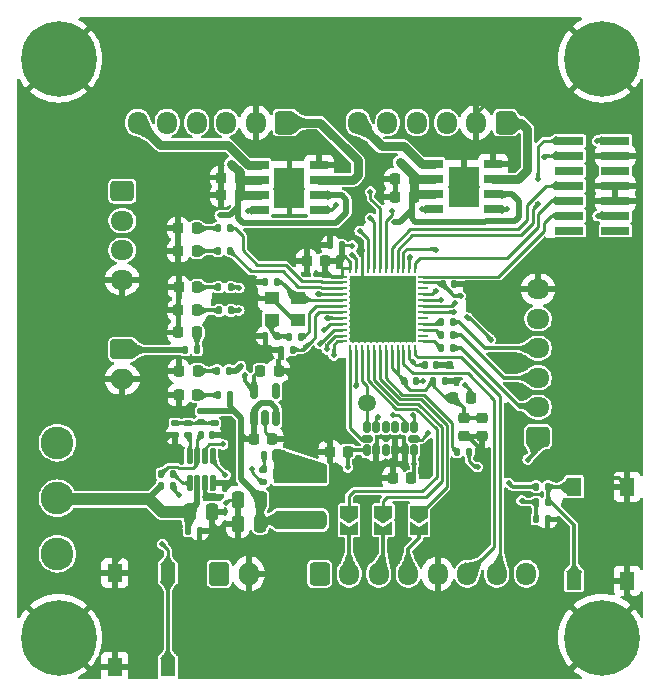
<source format=gbr>
%TF.GenerationSoftware,KiCad,Pcbnew,8.0.5*%
%TF.CreationDate,2024-10-22T23:27:25+02:00*%
%TF.ProjectId,TagBot,54616742-6f74-42e6-9b69-6361645f7063,rev?*%
%TF.SameCoordinates,Original*%
%TF.FileFunction,Copper,L1,Top*%
%TF.FilePolarity,Positive*%
%FSLAX46Y46*%
G04 Gerber Fmt 4.6, Leading zero omitted, Abs format (unit mm)*
G04 Created by KiCad (PCBNEW 8.0.5) date 2024-10-22 23:27:25*
%MOMM*%
%LPD*%
G01*
G04 APERTURE LIST*
G04 Aperture macros list*
%AMRoundRect*
0 Rectangle with rounded corners*
0 $1 Rounding radius*
0 $2 $3 $4 $5 $6 $7 $8 $9 X,Y pos of 4 corners*
0 Add a 4 corners polygon primitive as box body*
4,1,4,$2,$3,$4,$5,$6,$7,$8,$9,$2,$3,0*
0 Add four circle primitives for the rounded corners*
1,1,$1+$1,$2,$3*
1,1,$1+$1,$4,$5*
1,1,$1+$1,$6,$7*
1,1,$1+$1,$8,$9*
0 Add four rect primitives between the rounded corners*
20,1,$1+$1,$2,$3,$4,$5,0*
20,1,$1+$1,$4,$5,$6,$7,0*
20,1,$1+$1,$6,$7,$8,$9,0*
20,1,$1+$1,$8,$9,$2,$3,0*%
%AMFreePoly0*
4,1,6,1.000000,0.000000,0.500000,-0.750000,-0.500000,-0.750000,-0.500000,0.750000,0.500000,0.750000,1.000000,0.000000,1.000000,0.000000,$1*%
%AMFreePoly1*
4,1,6,0.500000,-0.750000,-0.650000,-0.750000,-0.150000,0.000000,-0.650000,0.750000,0.500000,0.750000,0.500000,-0.750000,0.500000,-0.750000,$1*%
G04 Aperture macros list end*
%TA.AperFunction,ComponentPad*%
%ADD10C,2.775000*%
%TD*%
%TA.AperFunction,ComponentPad*%
%ADD11RoundRect,0.250000X-0.600000X-0.750000X0.600000X-0.750000X0.600000X0.750000X-0.600000X0.750000X0*%
%TD*%
%TA.AperFunction,ComponentPad*%
%ADD12O,1.700000X2.000000*%
%TD*%
%TA.AperFunction,SMDPad,CuDef*%
%ADD13RoundRect,0.400000X-1.850000X0.400000X-1.850000X-0.400000X1.850000X-0.400000X1.850000X0.400000X0*%
%TD*%
%TA.AperFunction,ComponentPad*%
%ADD14C,0.800000*%
%TD*%
%TA.AperFunction,ComponentPad*%
%ADD15C,6.400000*%
%TD*%
%TA.AperFunction,SMDPad,CuDef*%
%ADD16R,1.300000X1.000000*%
%TD*%
%TA.AperFunction,SMDPad,CuDef*%
%ADD17RoundRect,0.225000X-0.225000X-0.250000X0.225000X-0.250000X0.225000X0.250000X-0.225000X0.250000X0*%
%TD*%
%TA.AperFunction,SMDPad,CuDef*%
%ADD18FreePoly0,270.000000*%
%TD*%
%TA.AperFunction,SMDPad,CuDef*%
%ADD19FreePoly1,270.000000*%
%TD*%
%TA.AperFunction,SMDPad,CuDef*%
%ADD20RoundRect,0.218750X-0.218750X-0.256250X0.218750X-0.256250X0.218750X0.256250X-0.218750X0.256250X0*%
%TD*%
%TA.AperFunction,SMDPad,CuDef*%
%ADD21RoundRect,0.135000X-0.135000X-0.185000X0.135000X-0.185000X0.135000X0.185000X-0.135000X0.185000X0*%
%TD*%
%TA.AperFunction,SMDPad,CuDef*%
%ADD22RoundRect,0.218750X0.218750X0.256250X-0.218750X0.256250X-0.218750X-0.256250X0.218750X-0.256250X0*%
%TD*%
%TA.AperFunction,SMDPad,CuDef*%
%ADD23RoundRect,0.140000X0.140000X0.170000X-0.140000X0.170000X-0.140000X-0.170000X0.140000X-0.170000X0*%
%TD*%
%TA.AperFunction,SMDPad,CuDef*%
%ADD24RoundRect,0.140000X0.170000X-0.140000X0.170000X0.140000X-0.170000X0.140000X-0.170000X-0.140000X0*%
%TD*%
%TA.AperFunction,SMDPad,CuDef*%
%ADD25RoundRect,0.062500X-0.375000X-0.062500X0.375000X-0.062500X0.375000X0.062500X-0.375000X0.062500X0*%
%TD*%
%TA.AperFunction,SMDPad,CuDef*%
%ADD26RoundRect,0.062500X-0.062500X-0.375000X0.062500X-0.375000X0.062500X0.375000X-0.062500X0.375000X0*%
%TD*%
%TA.AperFunction,HeatsinkPad*%
%ADD27R,5.600000X5.600000*%
%TD*%
%TA.AperFunction,SMDPad,CuDef*%
%ADD28RoundRect,0.135000X0.135000X0.185000X-0.135000X0.185000X-0.135000X-0.185000X0.135000X-0.185000X0*%
%TD*%
%TA.AperFunction,ComponentPad*%
%ADD29RoundRect,0.250000X0.600000X0.725000X-0.600000X0.725000X-0.600000X-0.725000X0.600000X-0.725000X0*%
%TD*%
%TA.AperFunction,ComponentPad*%
%ADD30O,1.700000X1.950000*%
%TD*%
%TA.AperFunction,SMDPad,CuDef*%
%ADD31RoundRect,0.150000X0.150000X-0.325000X0.150000X0.325000X-0.150000X0.325000X-0.150000X-0.325000X0*%
%TD*%
%TA.AperFunction,SMDPad,CuDef*%
%ADD32RoundRect,0.150000X0.325000X-0.150000X0.325000X0.150000X-0.325000X0.150000X-0.325000X-0.150000X0*%
%TD*%
%TA.AperFunction,SMDPad,CuDef*%
%ADD33R,1.505000X0.802000*%
%TD*%
%TA.AperFunction,SMDPad,CuDef*%
%ADD34R,2.613000X3.502000*%
%TD*%
%TA.AperFunction,SMDPad,CuDef*%
%ADD35RoundRect,0.140000X-0.140000X-0.170000X0.140000X-0.170000X0.140000X0.170000X-0.140000X0.170000X0*%
%TD*%
%TA.AperFunction,SMDPad,CuDef*%
%ADD36RoundRect,0.250000X-0.250000X-0.475000X0.250000X-0.475000X0.250000X0.475000X-0.250000X0.475000X0*%
%TD*%
%TA.AperFunction,SMDPad,CuDef*%
%ADD37RoundRect,0.125000X0.125000X-0.537500X0.125000X0.537500X-0.125000X0.537500X-0.125000X-0.537500X0*%
%TD*%
%TA.AperFunction,SMDPad,CuDef*%
%ADD38C,1.500000*%
%TD*%
%TA.AperFunction,SMDPad,CuDef*%
%ADD39R,1.300000X1.550000*%
%TD*%
%TA.AperFunction,ComponentPad*%
%ADD40RoundRect,0.250000X-0.750000X0.600000X-0.750000X-0.600000X0.750000X-0.600000X0.750000X0.600000X0*%
%TD*%
%TA.AperFunction,ComponentPad*%
%ADD41O,2.000000X1.700000*%
%TD*%
%TA.AperFunction,SMDPad,CuDef*%
%ADD42RoundRect,0.135000X0.185000X-0.135000X0.185000X0.135000X-0.185000X0.135000X-0.185000X-0.135000X0*%
%TD*%
%TA.AperFunction,SMDPad,CuDef*%
%ADD43RoundRect,0.225000X0.225000X0.250000X-0.225000X0.250000X-0.225000X-0.250000X0.225000X-0.250000X0*%
%TD*%
%TA.AperFunction,SMDPad,CuDef*%
%ADD44RoundRect,0.135000X-0.185000X0.135000X-0.185000X-0.135000X0.185000X-0.135000X0.185000X0.135000X0*%
%TD*%
%TA.AperFunction,SMDPad,CuDef*%
%ADD45RoundRect,0.150000X0.150000X-0.512500X0.150000X0.512500X-0.150000X0.512500X-0.150000X-0.512500X0*%
%TD*%
%TA.AperFunction,SMDPad,CuDef*%
%ADD46RoundRect,0.250000X0.250000X0.475000X-0.250000X0.475000X-0.250000X-0.475000X0.250000X-0.475000X0*%
%TD*%
%TA.AperFunction,ComponentPad*%
%ADD47RoundRect,0.250000X0.725000X-0.600000X0.725000X0.600000X-0.725000X0.600000X-0.725000X-0.600000X0*%
%TD*%
%TA.AperFunction,ComponentPad*%
%ADD48O,1.950000X1.700000*%
%TD*%
%TA.AperFunction,ComponentPad*%
%ADD49RoundRect,0.250000X-0.725000X0.600000X-0.725000X-0.600000X0.725000X-0.600000X0.725000X0.600000X0*%
%TD*%
%TA.AperFunction,SMDPad,CuDef*%
%ADD50R,2.400000X0.740000*%
%TD*%
%TA.AperFunction,SMDPad,CuDef*%
%ADD51RoundRect,0.225000X0.250000X-0.225000X0.250000X0.225000X-0.250000X0.225000X-0.250000X-0.225000X0*%
%TD*%
%TA.AperFunction,ComponentPad*%
%ADD52RoundRect,0.250000X-0.600000X-0.725000X0.600000X-0.725000X0.600000X0.725000X-0.600000X0.725000X0*%
%TD*%
%TA.AperFunction,ViaPad*%
%ADD53C,0.500000*%
%TD*%
%TA.AperFunction,Conductor*%
%ADD54C,1.000000*%
%TD*%
%TA.AperFunction,Conductor*%
%ADD55C,0.500000*%
%TD*%
%TA.AperFunction,Conductor*%
%ADD56C,0.250000*%
%TD*%
%TA.AperFunction,Conductor*%
%ADD57C,0.300000*%
%TD*%
%TA.AperFunction,Conductor*%
%ADD58C,0.750000*%
%TD*%
G04 APERTURE END LIST*
D10*
%TO.P,charg,1,B*%
%TO.N,Net-(J101-Pin_1)*%
X39900000Y-81900000D03*
%TO.P,charg,2,C*%
%TO.N,/Valim*%
X39900000Y-77200000D03*
%TO.P,charg,3,A*%
%TO.N,/Vbatterie*%
X39900000Y-72500000D03*
%TD*%
D11*
%TO.P,Charg,1,Pin_1*%
%TO.N,Net-(J101-Pin_1)*%
X53600000Y-83600000D03*
D12*
%TO.P,Charg,2,Pin_2*%
%TO.N,GND*%
X56100000Y-83600000D03*
%TD*%
D13*
%TO.P,L401,1*%
%TO.N,Net-(U401-SW)*%
X60450000Y-75150000D03*
%TO.P,L401,2*%
%TO.N,+5V*%
X60450000Y-79050000D03*
%TD*%
D14*
%TO.P,H103,1,1*%
%TO.N,GND*%
X37600000Y-89000000D03*
X38302944Y-87302944D03*
X38302944Y-90697056D03*
X40000000Y-86600000D03*
D15*
X40000000Y-89000000D03*
D14*
X40000000Y-91400000D03*
X41697056Y-87302944D03*
X41697056Y-90697056D03*
X42400000Y-89000000D03*
%TD*%
D16*
%TO.P,Y101,1,1*%
%TO.N,Net-(C112-Pad1)*%
X58040000Y-62090000D03*
%TO.P,Y101,2,2*%
%TO.N,GND*%
X60240000Y-62090000D03*
%TO.P,Y101,3,3*%
%TO.N,/OSC_in*%
X60240000Y-60290000D03*
%TO.P,Y101,4,4*%
%TO.N,GND*%
X58040000Y-60290000D03*
%TD*%
D17*
%TO.P,C202,1*%
%TO.N,GND*%
X53775000Y-50050000D03*
%TO.P,C202,2*%
%TO.N,/Valim*%
X55325000Y-50050000D03*
%TD*%
D18*
%TO.P,JP902,1,A*%
%TO.N,/DEV_EN*%
X67500000Y-78350000D03*
D19*
%TO.P,JP902,2,B*%
%TO.N,Net-(J901-Pin_3)*%
X67500000Y-79800000D03*
%TD*%
D20*
%TO.P,D604,1,K*%
%TO.N,GND*%
X50132500Y-56260000D03*
%TO.P,D604,2,A*%
%TO.N,Net-(D604-A)*%
X51707500Y-56260000D03*
%TD*%
D21*
%TO.P,R102,1*%
%TO.N,/Vbatterie*%
X50712500Y-64660000D03*
%TO.P,R102,2*%
%TO.N,Net-(D101-A)*%
X51732500Y-64660000D03*
%TD*%
%TO.P,R401,1*%
%TO.N,/Valim*%
X48690000Y-76150000D03*
%TO.P,R401,2*%
%TO.N,Net-(U401-EN{slash}SYNC)*%
X49710000Y-76150000D03*
%TD*%
D22*
%TO.P,L101,1*%
%TO.N,+3.3V*%
X74937500Y-68750000D03*
%TO.P,L101,2*%
%TO.N,+3.3VA*%
X73362500Y-68750000D03*
%TD*%
D20*
%TO.P,D401,1,K*%
%TO.N,GND*%
X50175000Y-68470000D03*
%TO.P,D401,2,A*%
%TO.N,Net-(D401-A)*%
X51750000Y-68470000D03*
%TD*%
D23*
%TO.P,C103,1*%
%TO.N,GND*%
X72680000Y-67300000D03*
%TO.P,C103,2*%
%TO.N,+3.3VA*%
X71720000Y-67300000D03*
%TD*%
D24*
%TO.P,C407,1*%
%TO.N,Net-(C407-Pad1)*%
X52050000Y-70760000D03*
%TO.P,C407,2*%
%TO.N,+5V*%
X52050000Y-69800000D03*
%TD*%
D20*
%TO.P,D101,1,K*%
%TO.N,GND*%
X50155000Y-63170000D03*
%TO.P,D101,2,A*%
%TO.N,Net-(D101-A)*%
X51730000Y-63170000D03*
%TD*%
D25*
%TO.P,U101,1,VBAT*%
%TO.N,+3.3V*%
X64012500Y-58430000D03*
%TO.P,U101,2,PC13*%
%TO.N,/LED_chat*%
X64012500Y-58930000D03*
%TO.P,U101,3,PC14*%
%TO.N,/LED_souris*%
X64012500Y-59430000D03*
%TO.P,U101,4,PC15*%
%TO.N,/BTN_CAT_MOUSE*%
X64012500Y-59930000D03*
%TO.P,U101,5,PF0*%
%TO.N,/OSC_in*%
X64012500Y-60430000D03*
%TO.P,U101,6,PF1*%
%TO.N,/OSC_out*%
X64012500Y-60930000D03*
%TO.P,U101,7,PG10*%
%TO.N,/NRST*%
X64012500Y-61430000D03*
%TO.P,U101,8,PA0*%
%TO.N,/USR_LED_1*%
X64012500Y-61930000D03*
%TO.P,U101,9,PA1*%
%TO.N,/USR_LED_2*%
X64012500Y-62430000D03*
%TO.P,U101,10,PA2*%
%TO.N,/Interrupt1*%
X64012500Y-62930000D03*
%TO.P,U101,11,PA3*%
%TO.N,/Interrupt2*%
X64012500Y-63430000D03*
%TO.P,U101,12,PA4*%
%TO.N,/CS-NSS*%
X64012500Y-63930000D03*
D26*
%TO.P,U101,13,PA5*%
%TO.N,/SCLK-SCK*%
X64700000Y-64617500D03*
%TO.P,U101,14,PA6*%
%TO.N,/SDO-MISO*%
X65200000Y-64617500D03*
%TO.P,U101,15,PA7*%
%TO.N,/SDI-MOSI*%
X65700000Y-64617500D03*
%TO.P,U101,16,PC4*%
%TO.N,/M_EN*%
X66200000Y-64617500D03*
%TO.P,U101,17,PB0*%
%TO.N,/DEV_EN*%
X66700000Y-64617500D03*
%TO.P,U101,18,PB1*%
%TO.N,/M_SCTR*%
X67200000Y-64617500D03*
%TO.P,U101,19,PB2*%
%TO.N,/Capteur_dist_S*%
X67700000Y-64617500D03*
%TO.P,U101,20,VREF+*%
%TO.N,+3.3VA*%
X68200000Y-64617500D03*
%TO.P,U101,21,VDDA*%
X68700000Y-64617500D03*
%TO.P,U101,22,PB10*%
%TO.N,/LIDAR_Input*%
X69200000Y-64617500D03*
%TO.P,U101,23,VDD*%
%TO.N,+3.3V*%
X69700000Y-64617500D03*
%TO.P,U101,24,PB11*%
%TO.N,/LIDAR_Output*%
X70200000Y-64617500D03*
D25*
%TO.P,U101,25,PB12*%
%TO.N,/Capteur_dist_N*%
X70887500Y-63930000D03*
%TO.P,U101,26,PB13*%
%TO.N,unconnected-(U101-PB13-Pad26)*%
X70887500Y-63430000D03*
%TO.P,U101,27,PB14*%
%TO.N,/Capteur_dist_W*%
X70887500Y-62930000D03*
%TO.P,U101,28,PB15*%
%TO.N,/Capteur_dist_E*%
X70887500Y-62430000D03*
%TO.P,U101,29,PC6*%
%TO.N,unconnected-(U101-PC6-Pad29)*%
X70887500Y-61930000D03*
%TO.P,U101,30,PA8*%
%TO.N,/RIGHT_FWD*%
X70887500Y-61430000D03*
%TO.P,U101,31,PA9*%
%TO.N,/RIGHT_REV*%
X70887500Y-60930000D03*
%TO.P,U101,32,PA10*%
%TO.N,/LEFT_FWD*%
X70887500Y-60430000D03*
%TO.P,U101,33,PA11*%
%TO.N,/LEFT_REV*%
X70887500Y-59930000D03*
%TO.P,U101,34,PA12*%
%TO.N,unconnected-(U101-PA12-Pad34)*%
X70887500Y-59430000D03*
%TO.P,U101,35,VDD*%
%TO.N,+3.3V*%
X70887500Y-58930000D03*
%TO.P,U101,36,PA13*%
%TO.N,/SYS_JTMS-SWDIO*%
X70887500Y-58430000D03*
D26*
%TO.P,U101,37,PA14*%
%TO.N,/SYS_JTCK-SWCLK*%
X70200000Y-57742500D03*
%TO.P,U101,38,PA15*%
%TO.N,/OLED_SCL*%
X69700000Y-57742500D03*
%TO.P,U101,39,PC10*%
%TO.N,/STLINK_TX*%
X69200000Y-57742500D03*
%TO.P,U101,40,PC11*%
%TO.N,/STLINK_RX*%
X68700000Y-57742500D03*
%TO.P,U101,41,PB3*%
%TO.N,/SYS_JTDO-SWO*%
X68200000Y-57742500D03*
%TO.P,U101,42,PB4*%
%TO.N,/Encoder_Right_A*%
X67700000Y-57742500D03*
%TO.P,U101,43,PB5*%
%TO.N,/Encoder_Right_B*%
X67200000Y-57742500D03*
%TO.P,U101,44,PB6*%
%TO.N,/Encoder_Left_A*%
X66700000Y-57742500D03*
%TO.P,U101,45,PB7*%
%TO.N,/Encoder_Left_B*%
X66200000Y-57742500D03*
%TO.P,U101,46,PB8*%
%TO.N,GND*%
X65700000Y-57742500D03*
%TO.P,U101,47,PB9*%
%TO.N,/OLED_SDA*%
X65200000Y-57742500D03*
%TO.P,U101,48,VDD*%
%TO.N,+3.3V*%
X64700000Y-57742500D03*
D27*
%TO.P,U101,49,VSS*%
%TO.N,GND*%
X67450000Y-61180000D03*
%TD*%
D23*
%TO.P,C101,1*%
%TO.N,GND*%
X70230000Y-67250000D03*
%TO.P,C101,2*%
%TO.N,+3.3VA*%
X69270000Y-67250000D03*
%TD*%
D28*
%TO.P,R701,1*%
%TO.N,Net-(R701-Pad1)*%
X81460000Y-77520000D03*
%TO.P,R701,2*%
%TO.N,/BTN_CAT_MOUSE*%
X80440000Y-77520000D03*
%TD*%
D21*
%TO.P,R803,1*%
%TO.N,/Capteur_dist_N*%
X72390000Y-64500000D03*
%TO.P,R803,2*%
%TO.N,Net-(J801-Pin_2)*%
X73410000Y-64500000D03*
%TD*%
D29*
%TO.P,J1001,1,Pin_1*%
%TO.N,/RIGHT_OUT2*%
X77850000Y-45400000D03*
D30*
%TO.P,J1001,2,Pin_2*%
%TO.N,GND*%
X75350000Y-45400000D03*
%TO.P,J1001,3,Pin_3*%
%TO.N,/Encoder_Right_A*%
X72850000Y-45400000D03*
%TO.P,J1001,4,Pin_4*%
%TO.N,/Encoder_Right_B*%
X70350000Y-45400000D03*
%TO.P,J1001,5,Pin_5*%
%TO.N,+3.3V*%
X67850000Y-45400000D03*
%TO.P,J1001,6,Pin_6*%
%TO.N,/RIGHT_OUT1*%
X65350000Y-45400000D03*
%TD*%
D21*
%TO.P,R402,1*%
%TO.N,Net-(U401-VCC)*%
X48690000Y-75125000D03*
%TO.P,R402,2*%
%TO.N,Net-(U401-PG)*%
X49710000Y-75125000D03*
%TD*%
D20*
%TO.P,D602,1,K*%
%TO.N,GND*%
X50162500Y-59330000D03*
%TO.P,D602,2,A*%
%TO.N,Net-(D602-A)*%
X51737500Y-59330000D03*
%TD*%
D31*
%TO.P,U102,1,Vdd_I/O*%
%TO.N,+3.3V*%
X66100000Y-73150000D03*
%TO.P,U102,2,GND*%
%TO.N,GND*%
X66900000Y-73150000D03*
%TO.P,U102,3,RES*%
%TO.N,unconnected-(U102-RES-Pad3)*%
X67700000Y-73150000D03*
%TO.P,U102,4,GND*%
%TO.N,GND*%
X68500000Y-73150000D03*
%TO.P,U102,5,GND*%
X69300000Y-73150000D03*
%TO.P,U102,6,Vs*%
%TO.N,+3.3V*%
X70100000Y-73150000D03*
D32*
%TO.P,U102,7,~{CS}*%
%TO.N,/CS-NSS*%
X70100000Y-72150000D03*
D31*
%TO.P,U102,8,INT1*%
%TO.N,/Interrupt1*%
X70100000Y-71150000D03*
%TO.P,U102,9,INT2*%
%TO.N,/Interrupt2*%
X69300000Y-71150000D03*
%TO.P,U102,10,NC*%
%TO.N,unconnected-(U102-NC-Pad10)*%
X68500000Y-71150000D03*
%TO.P,U102,11,RES*%
%TO.N,unconnected-(U102-RES-Pad11)*%
X67700000Y-71150000D03*
%TO.P,U102,12,SDO/ADDR*%
%TO.N,/SDO-MISO*%
X66900000Y-71150000D03*
%TO.P,U102,13,SDA/SDI/SDIO*%
%TO.N,/SDI-MOSI*%
X66100000Y-71150000D03*
D32*
%TO.P,U102,14,SCL/SCLK*%
%TO.N,/SCLK-SCK*%
X66100000Y-72150000D03*
%TD*%
D33*
%TO.P,U201,1,OUT1*%
%TO.N,/LEFT_OUT1*%
X57052500Y-49002500D03*
%TO.P,U201,2,VM*%
%TO.N,/Valim*%
X57052500Y-50272500D03*
%TO.P,U201,3,VDD*%
X57052500Y-51542500D03*
%TO.P,U201,4,FWD*%
%TO.N,/LEFT_FWD*%
X57052500Y-52812500D03*
%TO.P,U201,5,REV*%
%TO.N,/LEFT_REV*%
X62047500Y-52812500D03*
%TO.P,U201,6,VREF*%
%TO.N,/Valim*%
X62047500Y-51542500D03*
%TO.P,U201,7,OUT2*%
%TO.N,/LEFT_OUT2*%
X62047500Y-50272500D03*
%TO.P,U201,8,GND*%
%TO.N,GND*%
X62047500Y-49002500D03*
D34*
%TO.P,U201,9,GND*%
X59550000Y-50907500D03*
%TD*%
D35*
%TO.P,C108,1*%
%TO.N,+3.3V*%
X71020000Y-65925000D03*
%TO.P,C108,2*%
%TO.N,GND*%
X71980000Y-65925000D03*
%TD*%
D23*
%TO.P,C110,1*%
%TO.N,+3.3V*%
X63980000Y-55800000D03*
%TO.P,C110,2*%
%TO.N,GND*%
X63020000Y-55800000D03*
%TD*%
D21*
%TO.P,R601,1*%
%TO.N,Net-(D601-A)*%
X53590000Y-61300000D03*
%TO.P,R601,2*%
%TO.N,/USR_LED_2*%
X54610000Y-61300000D03*
%TD*%
%TO.P,R604,1*%
%TO.N,Net-(D604-A)*%
X53510000Y-56260000D03*
%TO.P,R604,2*%
%TO.N,/LED_souris*%
X54530000Y-56260000D03*
%TD*%
D36*
%TO.P,C402,1*%
%TO.N,/Valim*%
X51100000Y-78375000D03*
%TO.P,C402,2*%
%TO.N,GND*%
X53000000Y-78375000D03*
%TD*%
D14*
%TO.P,H101,1,1*%
%TO.N,GND*%
X37600000Y-40000000D03*
X38302944Y-38302944D03*
X38302944Y-41697056D03*
X40000000Y-37600000D03*
D15*
X40000000Y-40000000D03*
D14*
X40000000Y-42400000D03*
X41697056Y-38302944D03*
X41697056Y-41697056D03*
X42400000Y-40000000D03*
%TD*%
D37*
%TO.P,U401,1,PG*%
%TO.N,Net-(U401-PG)*%
X51100000Y-75937500D03*
%TO.P,U401,2,In*%
%TO.N,/Valim*%
X51750000Y-75937500D03*
%TO.P,U401,3,SW*%
%TO.N,Net-(U401-SW)*%
X52400000Y-75937500D03*
%TO.P,U401,4,GND*%
%TO.N,GND*%
X53050000Y-75937500D03*
%TO.P,U401,5,BST*%
%TO.N,Net-(U401-BST)*%
X53050000Y-73662500D03*
%TO.P,U401,6,EN/SYNC*%
%TO.N,Net-(U401-EN{slash}SYNC)*%
X52400000Y-73662500D03*
%TO.P,U401,7,VCC*%
%TO.N,Net-(U401-VCC)*%
X51750000Y-73662500D03*
%TO.P,U401,8,FB*%
%TO.N,Net-(U401-FB)*%
X51100000Y-73662500D03*
%TD*%
D38*
%TO.P,MOSI101,1,1*%
%TO.N,/SDI-MOSI*%
X66100000Y-69100000D03*
%TD*%
D17*
%TO.P,C302,1*%
%TO.N,GND*%
X68525000Y-50200000D03*
%TO.P,C302,2*%
%TO.N,/Valim*%
X70075000Y-50200000D03*
%TD*%
D21*
%TO.P,R101,1*%
%TO.N,Net-(C112-Pad1)*%
X59490000Y-63510000D03*
%TO.P,R101,2*%
%TO.N,/OSC_out*%
X60510000Y-63510000D03*
%TD*%
D39*
%TO.P,CAT_MOUSE,1,1*%
%TO.N,Net-(R701-Pad1)*%
X83650000Y-84175000D03*
X83650000Y-76225000D03*
%TO.P,CAT_MOUSE,2,2*%
%TO.N,GND*%
X88150000Y-84175000D03*
X88150000Y-76225000D03*
%TD*%
D40*
%TO.P,Batt,1,+*%
%TO.N,/Vbatterie*%
X45400000Y-64600000D03*
D41*
%TO.P,Batt,2,-*%
%TO.N,GND*%
X45400000Y-67100000D03*
%TD*%
D21*
%TO.P,R801,1*%
%TO.N,/Capteur_dist_E*%
X72390000Y-62300000D03*
%TO.P,R801,2*%
%TO.N,Net-(J801-Pin_4)*%
X73410000Y-62300000D03*
%TD*%
D23*
%TO.P,C111,1*%
%TO.N,/OSC_in*%
X58480000Y-58900000D03*
%TO.P,C111,2*%
%TO.N,GND*%
X57520000Y-58900000D03*
%TD*%
D42*
%TO.P,R404,1*%
%TO.N,Net-(U401-FB)*%
X50962500Y-71860000D03*
%TO.P,R404,2*%
%TO.N,Net-(C407-Pad1)*%
X50962500Y-70840000D03*
%TD*%
D20*
%TO.P,D501,1,K*%
%TO.N,GND*%
X50195000Y-66420000D03*
%TO.P,D501,2,A*%
%TO.N,Net-(D501-A)*%
X51770000Y-66420000D03*
%TD*%
D21*
%TO.P,R602,1*%
%TO.N,Net-(D602-A)*%
X53540000Y-59330000D03*
%TO.P,R602,2*%
%TO.N,/USR_LED_1*%
X54560000Y-59330000D03*
%TD*%
D43*
%TO.P,C107,1*%
%TO.N,+3.3V*%
X62575000Y-57100000D03*
%TO.P,C107,2*%
%TO.N,GND*%
X61025000Y-57100000D03*
%TD*%
D17*
%TO.P,C106,1*%
%TO.N,GND*%
X68325000Y-75500000D03*
%TO.P,C106,2*%
%TO.N,+3.3V*%
X69875000Y-75500000D03*
%TD*%
D35*
%TO.P,C403,1*%
%TO.N,/Valim*%
X50975000Y-79950000D03*
%TO.P,C403,2*%
%TO.N,GND*%
X51935000Y-79950000D03*
%TD*%
D44*
%TO.P,R406,1*%
%TO.N,Net-(C407-Pad1)*%
X49837500Y-70840000D03*
%TO.P,R406,2*%
%TO.N,GND*%
X49837500Y-71860000D03*
%TD*%
D23*
%TO.P,C702,1*%
%TO.N,/NRST*%
X59810000Y-64625000D03*
%TO.P,C702,2*%
%TO.N,GND*%
X58850000Y-64625000D03*
%TD*%
D45*
%TO.P,U501,1,VIN*%
%TO.N,+5V*%
X56550000Y-70387500D03*
%TO.P,U501,2,GND*%
%TO.N,GND*%
X57500000Y-70387500D03*
%TO.P,U501,3,~{SHDN}*%
%TO.N,+5V*%
X58450000Y-70387500D03*
%TO.P,U501,4,NC*%
%TO.N,unconnected-(U501-NC-Pad4)*%
X58450000Y-68112500D03*
%TO.P,U501,5,VOUT*%
%TO.N,+3.3V*%
X56550000Y-68112500D03*
%TD*%
D17*
%TO.P,C301,1*%
%TO.N,GND*%
X68525000Y-51700000D03*
%TO.P,C301,2*%
%TO.N,/Valim*%
X70075000Y-51700000D03*
%TD*%
D21*
%TO.P,R802,1*%
%TO.N,/Capteur_dist_W*%
X72390000Y-63400000D03*
%TO.P,R802,2*%
%TO.N,Net-(J801-Pin_3)*%
X73410000Y-63400000D03*
%TD*%
D42*
%TO.P,R405,1*%
%TO.N,Net-(C407-Pad1)*%
X53213338Y-70834724D03*
%TO.P,R405,2*%
%TO.N,+5V*%
X53213338Y-69814724D03*
%TD*%
D46*
%TO.P,C406,1*%
%TO.N,+5V*%
X57075000Y-79350000D03*
%TO.P,C406,2*%
%TO.N,GND*%
X55175000Y-79350000D03*
%TD*%
D29*
%TO.P,J1002,1,Pin_1*%
%TO.N,/LEFT_OUT2*%
X59200000Y-45400000D03*
D30*
%TO.P,J1002,2,Pin_2*%
%TO.N,GND*%
X56700000Y-45400000D03*
%TO.P,J1002,3,Pin_3*%
%TO.N,/Encoder_Left_A*%
X54200000Y-45400000D03*
%TO.P,J1002,4,Pin_4*%
%TO.N,/Encoder_Left_B*%
X51700000Y-45400000D03*
%TO.P,J1002,5,Pin_5*%
%TO.N,+3.3V*%
X49200000Y-45400000D03*
%TO.P,J1002,6,Pin_6*%
%TO.N,/LEFT_OUT1*%
X46700000Y-45400000D03*
%TD*%
D39*
%TO.P,NRST,1,1*%
%TO.N,/NRST*%
X49250000Y-83525000D03*
X49250000Y-91475000D03*
%TO.P,NRST,2,2*%
%TO.N,GND*%
X44750000Y-83525000D03*
X44750000Y-91475000D03*
%TD*%
D17*
%TO.P,C502,1*%
%TO.N,+3.3V*%
X57075000Y-66400000D03*
%TO.P,C502,2*%
%TO.N,GND*%
X58625000Y-66400000D03*
%TD*%
%TO.P,C201,1*%
%TO.N,GND*%
X53775000Y-51550000D03*
%TO.P,C201,2*%
%TO.N,/Valim*%
X55325000Y-51550000D03*
%TD*%
D28*
%TO.P,R501,1*%
%TO.N,+3.3V*%
X54410000Y-66400000D03*
%TO.P,R501,2*%
%TO.N,Net-(D501-A)*%
X53390000Y-66400000D03*
%TD*%
D47*
%TO.P,LIDAR,1,Pin_1*%
%TO.N,Net-(J801-Pin_1)*%
X80600000Y-72000000D03*
D48*
%TO.P,LIDAR,2,Pin_2*%
%TO.N,Net-(J801-Pin_2)*%
X80600000Y-69500000D03*
%TO.P,LIDAR,3,Pin_3*%
%TO.N,Net-(J801-Pin_3)*%
X80600000Y-67000000D03*
%TO.P,LIDAR,4,Pin_4*%
%TO.N,Net-(J801-Pin_4)*%
X80600000Y-64500000D03*
%TO.P,LIDAR,5,Pin_5*%
%TO.N,+5V*%
X80600000Y-62000000D03*
%TO.P,LIDAR,6,Pin_6*%
%TO.N,GND*%
X80600000Y-59500000D03*
%TD*%
D18*
%TO.P,JP903,1,A*%
%TO.N,/M_SCTR*%
X70500000Y-78350000D03*
D19*
%TO.P,JP903,2,B*%
%TO.N,Net-(J901-Pin_4)*%
X70500000Y-79800000D03*
%TD*%
D20*
%TO.P,D601,1,K*%
%TO.N,GND*%
X50152500Y-61300000D03*
%TO.P,D601,2,A*%
%TO.N,Net-(D601-A)*%
X51727500Y-61300000D03*
%TD*%
%TO.P,D603,1,K*%
%TO.N,GND*%
X50112500Y-54350000D03*
%TO.P,D603,2,A*%
%TO.N,Net-(D603-A)*%
X51687500Y-54350000D03*
%TD*%
D35*
%TO.P,C401,1*%
%TO.N,Net-(U401-VCC)*%
X52025000Y-71875000D03*
%TO.P,C401,2*%
%TO.N,GND*%
X52985000Y-71875000D03*
%TD*%
D49*
%TO.P,J1101,1,Pin_1*%
%TO.N,/OLED_SDA*%
X45400000Y-51200000D03*
D48*
%TO.P,J1101,2,Pin_2*%
%TO.N,/OLED_SCL*%
X45400000Y-53700000D03*
%TO.P,J1101,3,Pin_3*%
%TO.N,+3.3V*%
X45400000Y-56200000D03*
%TO.P,J1101,4,Pin_4*%
%TO.N,GND*%
X45400000Y-58700000D03*
%TD*%
D46*
%TO.P,C405,1*%
%TO.N,+5V*%
X57125000Y-77350000D03*
%TO.P,C405,2*%
%TO.N,GND*%
X55225000Y-77350000D03*
%TD*%
D35*
%TO.P,C701,1*%
%TO.N,/BTN_CAT_MOUSE*%
X80440000Y-79000000D03*
%TO.P,C701,2*%
%TO.N,GND*%
X81400000Y-79000000D03*
%TD*%
D23*
%TO.P,C112,1*%
%TO.N,Net-(C112-Pad1)*%
X58480000Y-63500000D03*
%TO.P,C112,2*%
%TO.N,GND*%
X57520000Y-63500000D03*
%TD*%
D50*
%TO.P,ST_LINK,1,NC*%
%TO.N,unconnected-(J102-NC-Pad1)*%
X87150000Y-54550000D03*
%TO.P,ST_LINK,2,NC*%
%TO.N,unconnected-(J102-NC-Pad2)*%
X83250000Y-54550000D03*
%TO.P,ST_LINK,3,VCC*%
%TO.N,+3.3V*%
X87150000Y-53280000D03*
%TO.P,ST_LINK,4,JTMS/SWDIO*%
%TO.N,/SYS_JTMS-SWDIO*%
X83250000Y-53280000D03*
%TO.P,ST_LINK,5,GND*%
%TO.N,GND*%
X87150000Y-52010000D03*
%TO.P,ST_LINK,6,JCLK/SWCLK*%
%TO.N,/SYS_JTCK-SWCLK*%
X83250000Y-52010000D03*
%TO.P,ST_LINK,7,GND*%
%TO.N,GND*%
X87150000Y-50740000D03*
%TO.P,ST_LINK,8,JTDO/SWO*%
%TO.N,/SYS_JTDO-SWO*%
X83250000Y-50740000D03*
%TO.P,ST_LINK,9,JRCLK/NC*%
%TO.N,unconnected-(J102-JRCLK{slash}NC-Pad9)*%
X87150000Y-49470000D03*
%TO.P,ST_LINK,10,JTDI/NC*%
%TO.N,unconnected-(J102-JTDI{slash}NC-Pad10)*%
X83250000Y-49470000D03*
%TO.P,ST_LINK,11,GNDDetect*%
%TO.N,GND*%
X87150000Y-48200000D03*
%TO.P,ST_LINK,12,~{RST}*%
%TO.N,/NRST*%
X83250000Y-48200000D03*
%TO.P,ST_LINK,13,VCP_RX*%
%TO.N,/STLINK_TX*%
X87150000Y-46930000D03*
%TO.P,ST_LINK,14,VCP_TX*%
%TO.N,/STLINK_RX*%
X83250000Y-46930000D03*
%TD*%
D14*
%TO.P,H104,1,1*%
%TO.N,GND*%
X83600000Y-89000000D03*
X84302944Y-87302944D03*
X84302944Y-90697056D03*
X86000000Y-86600000D03*
D15*
X86000000Y-89000000D03*
D14*
X86000000Y-91400000D03*
X87697056Y-87302944D03*
X87697056Y-90697056D03*
X88400000Y-89000000D03*
%TD*%
D18*
%TO.P,JP901,1,A*%
%TO.N,/M_EN*%
X64590000Y-78350000D03*
D19*
%TO.P,JP901,2,B*%
%TO.N,Net-(J901-Pin_2)*%
X64590000Y-79800000D03*
%TD*%
D21*
%TO.P,R702,1*%
%TO.N,+3.3V*%
X80440000Y-76220000D03*
%TO.P,R702,2*%
%TO.N,Net-(R701-Pad1)*%
X81460000Y-76220000D03*
%TD*%
D35*
%TO.P,C109,1*%
%TO.N,+3.3V*%
X72520000Y-59100000D03*
%TO.P,C109,2*%
%TO.N,GND*%
X73480000Y-59100000D03*
%TD*%
D21*
%TO.P,R603,1*%
%TO.N,Net-(D603-A)*%
X53490000Y-54350000D03*
%TO.P,R603,2*%
%TO.N,/LED_chat*%
X54510000Y-54350000D03*
%TD*%
D33*
%TO.P,U301,1,OUT1*%
%TO.N,/RIGHT_OUT1*%
X71800000Y-48940000D03*
%TO.P,U301,2,VM*%
%TO.N,/Valim*%
X71800000Y-50210000D03*
%TO.P,U301,3,VDD*%
X71800000Y-51480000D03*
%TO.P,U301,4,FWD*%
%TO.N,/RIGHT_FWD*%
X71800000Y-52750000D03*
%TO.P,U301,5,REV*%
%TO.N,/RIGHT_REV*%
X76795000Y-52750000D03*
%TO.P,U301,6,VREF*%
%TO.N,/Valim*%
X76795000Y-51480000D03*
%TO.P,U301,7,OUT2*%
%TO.N,/RIGHT_OUT2*%
X76795000Y-50210000D03*
%TO.P,U301,8,GND*%
%TO.N,GND*%
X76795000Y-48940000D03*
D34*
%TO.P,U301,9,GND*%
X74297500Y-50845000D03*
%TD*%
D35*
%TO.P,C404,1*%
%TO.N,Net-(C404-Pad1)*%
X57420000Y-73550000D03*
%TO.P,C404,2*%
%TO.N,Net-(U401-SW)*%
X58380000Y-73550000D03*
%TD*%
D42*
%TO.P,R403,1*%
%TO.N,Net-(U401-BST)*%
X57350000Y-75835000D03*
%TO.P,R403,2*%
%TO.N,Net-(C404-Pad1)*%
X57350000Y-74815000D03*
%TD*%
D51*
%TO.P,C105,1*%
%TO.N,GND*%
X75850000Y-71975000D03*
%TO.P,C105,2*%
%TO.N,+3.3VA*%
X75850000Y-70425000D03*
%TD*%
D14*
%TO.P,H102,1,1*%
%TO.N,GND*%
X83600000Y-40000000D03*
X84302944Y-38302944D03*
X84302944Y-41697056D03*
X86000000Y-37600000D03*
D15*
X86000000Y-40000000D03*
D14*
X86000000Y-42400000D03*
X87697056Y-38302944D03*
X87697056Y-41697056D03*
X88400000Y-40000000D03*
%TD*%
D51*
%TO.P,C102,1*%
%TO.N,GND*%
X74300000Y-71975000D03*
%TO.P,C102,2*%
%TO.N,+3.3VA*%
X74300000Y-70425000D03*
%TD*%
D28*
%TO.P,R407,1*%
%TO.N,+5V*%
X54492500Y-68470000D03*
%TO.P,R407,2*%
%TO.N,Net-(D401-A)*%
X53472500Y-68470000D03*
%TD*%
D17*
%TO.P,C104,1*%
%TO.N,GND*%
X62950000Y-73250000D03*
%TO.P,C104,2*%
%TO.N,+3.3V*%
X64500000Y-73250000D03*
%TD*%
D52*
%TO.P,J901,1,Pin_1*%
%TO.N,unconnected-(J901-Pin_1-Pad1)*%
X62100000Y-83600000D03*
D30*
%TO.P,J901,2,Pin_2*%
%TO.N,Net-(J901-Pin_2)*%
X64600000Y-83600000D03*
%TO.P,J901,3,Pin_3*%
%TO.N,Net-(J901-Pin_3)*%
X67100000Y-83600000D03*
%TO.P,J901,4,Pin_4*%
%TO.N,Net-(J901-Pin_4)*%
X69600000Y-83600000D03*
%TO.P,J901,5,Pin_5*%
%TO.N,GND*%
X72100000Y-83600000D03*
%TO.P,J901,6,Pin_6*%
%TO.N,/LIDAR_Input*%
X74600000Y-83600000D03*
%TO.P,J901,7,Pin_7*%
%TO.N,/LIDAR_Output*%
X77100000Y-83600000D03*
%TO.P,J901,8,Pin_8*%
%TO.N,+5V*%
X79600000Y-83600000D03*
%TD*%
D21*
%TO.P,R804,1*%
%TO.N,/Capteur_dist_S*%
X73740000Y-73250000D03*
%TO.P,R804,2*%
%TO.N,Net-(J801-Pin_1)*%
X74760000Y-73250000D03*
%TD*%
D17*
%TO.P,C501,1*%
%TO.N,+5V*%
X56550000Y-72175000D03*
%TO.P,C501,2*%
%TO.N,GND*%
X58100000Y-72175000D03*
%TD*%
D53*
%TO.N,GND*%
X54250000Y-58250000D03*
X68800000Y-81400000D03*
X75850000Y-73150000D03*
X52625000Y-79950000D03*
X59350000Y-72175000D03*
X69000000Y-77750000D03*
X58450000Y-51007500D03*
X71500000Y-44250000D03*
X59550000Y-49507500D03*
X73200000Y-50850000D03*
X78750000Y-81750000D03*
X48900000Y-68500000D03*
X71250000Y-73250000D03*
X56300000Y-58700000D03*
X78100000Y-69900000D03*
X57450000Y-43950000D03*
X56350000Y-64850000D03*
X61250000Y-68750000D03*
X53525000Y-79825000D03*
X59500000Y-71000000D03*
X66800000Y-75500000D03*
X88700000Y-85800000D03*
X47600000Y-91500000D03*
X53000000Y-44000000D03*
X42800000Y-70100000D03*
X74300000Y-49450000D03*
X63950000Y-66050000D03*
X67450000Y-61180000D03*
X54025000Y-79550000D03*
X54350000Y-75900000D03*
X74575000Y-79350000D03*
X61250000Y-71000000D03*
X85200000Y-50700000D03*
X48875000Y-72400000D03*
X66900000Y-74250000D03*
X47750000Y-44000000D03*
X62200000Y-55800000D03*
X40000000Y-45750000D03*
X62750000Y-68750000D03*
X61000000Y-72700000D03*
X74200000Y-74400000D03*
X58500000Y-77750000D03*
X41100000Y-70100000D03*
X78140000Y-48940000D03*
X66000000Y-59800000D03*
X48900000Y-66400000D03*
X46100000Y-70100000D03*
X63750000Y-67250000D03*
X40100000Y-84600000D03*
X48950000Y-49300000D03*
X63750000Y-77000000D03*
X60550000Y-49507500D03*
X66000000Y-62600000D03*
X61050000Y-58175000D03*
X60650000Y-51007500D03*
X72950000Y-78500000D03*
X59550000Y-52307500D03*
X75200000Y-49450000D03*
X80750000Y-56250000D03*
X58500000Y-76500000D03*
X46700000Y-91500000D03*
X52678768Y-51571232D03*
X68900000Y-59800000D03*
X62250000Y-40750000D03*
X58250000Y-80500000D03*
X50300000Y-50550000D03*
X62250000Y-37500000D03*
X37900000Y-84500000D03*
X59175000Y-55875000D03*
X53350000Y-63000000D03*
X66975000Y-48750000D03*
X57450000Y-56100000D03*
X49725000Y-79950000D03*
X56700000Y-63500000D03*
X43250000Y-47750000D03*
X47700000Y-70100000D03*
X66500000Y-44250000D03*
X43200000Y-43700000D03*
X75950000Y-60500000D03*
X43250000Y-91500000D03*
X54150000Y-77600000D03*
X52700000Y-50050000D03*
X75400000Y-50850000D03*
X51000000Y-69750000D03*
X67450000Y-50200000D03*
X68800000Y-62600000D03*
X78950000Y-75250000D03*
X79000000Y-79250000D03*
X85200000Y-52000000D03*
X69300000Y-74400000D03*
X48600000Y-61300000D03*
X76400000Y-43650000D03*
X47450001Y-81750000D03*
X85300000Y-48200000D03*
X48500000Y-55750000D03*
X65675000Y-56175000D03*
X56625000Y-59875000D03*
X42200000Y-85600000D03*
X64500000Y-72075000D03*
X68125000Y-74075000D03*
X73550000Y-67225000D03*
X79150000Y-68050000D03*
X59700000Y-66950000D03*
X53950000Y-78400000D03*
X86500000Y-75500000D03*
X73300000Y-52250000D03*
X75200000Y-52250000D03*
X63925000Y-49050000D03*
X37200000Y-43550000D03*
X83250000Y-85750000D03*
X50000000Y-73500000D03*
X61250000Y-67000000D03*
X62675000Y-72250000D03*
X66000000Y-77250000D03*
X48960000Y-54350000D03*
X85525000Y-76200000D03*
X67321232Y-52021232D03*
X54500000Y-74000000D03*
X71100000Y-75200000D03*
X62250000Y-43500000D03*
X53550000Y-60325000D03*
X71000000Y-81750000D03*
X61250000Y-65500000D03*
X51150000Y-52325000D03*
X53250000Y-48500000D03*
X51800000Y-58200000D03*
X81400000Y-80100000D03*
X58550000Y-52307500D03*
X84750000Y-56250000D03*
X58550000Y-49507500D03*
X48600000Y-63400000D03*
X57925000Y-64550000D03*
X60750000Y-77000000D03*
X59500000Y-68750000D03*
X54850000Y-63000000D03*
X53000000Y-65250000D03*
X77350000Y-65350000D03*
X88000000Y-56250000D03*
X56500000Y-55500000D03*
X73300000Y-49450000D03*
X73100000Y-65975000D03*
X44400000Y-70100000D03*
X49475000Y-51675000D03*
X74300000Y-52250000D03*
X70850000Y-67275000D03*
X48600000Y-59325000D03*
X60550000Y-52307500D03*
X74500000Y-59346036D03*
X54350000Y-71275000D03*
X37250000Y-47750000D03*
X66000000Y-81500000D03*
%TO.N,+3.3V*%
X78125000Y-75900000D03*
X55750000Y-66775000D03*
X61900000Y-58200000D03*
X74046973Y-60056259D03*
X64887306Y-55812694D03*
X74377818Y-67575000D03*
X69975000Y-65675000D03*
X85650000Y-53280000D03*
X55425000Y-66000000D03*
X70100000Y-74300000D03*
X64500000Y-74600000D03*
%TO.N,/BTN_CAT_MOUSE*%
X74600000Y-61900000D03*
X76575000Y-63775000D03*
X62000000Y-59900000D03*
X79200000Y-77400000D03*
%TO.N,/Valim*%
X60600000Y-53900000D03*
X68875000Y-48750000D03*
X76150000Y-53750000D03*
X57125000Y-53900000D03*
X68396232Y-53803768D03*
X53650000Y-53250000D03*
X54625000Y-48875000D03*
X73125000Y-53775000D03*
%TO.N,Net-(U401-SW)*%
X60250000Y-73925000D03*
X53050003Y-77075000D03*
X59075000Y-73375000D03*
X59075000Y-73925000D03*
X59650000Y-73925000D03*
X52400000Y-77075000D03*
X53700006Y-77075000D03*
%TO.N,+5V*%
X55450000Y-71500000D03*
X60400000Y-79150000D03*
X55800000Y-75900000D03*
X55450000Y-73950000D03*
X58925000Y-79125000D03*
X61850000Y-79125000D03*
%TO.N,/USR_LED_1*%
X62750000Y-61955000D03*
X55300000Y-59400000D03*
%TO.N,/USR_LED_2*%
X55300000Y-61300000D03*
X62473731Y-62973731D03*
%TO.N,/SDO-MISO*%
X67075000Y-70300000D03*
X65225000Y-67675000D03*
%TO.N,/Interrupt2*%
X68300000Y-70150000D03*
X62728736Y-64600000D03*
%TO.N,/CS-NSS*%
X71300000Y-71700000D03*
X63300000Y-65100000D03*
%TO.N,/Interrupt1*%
X69987500Y-70162500D03*
X62125000Y-64125000D03*
%TO.N,/STLINK_TX*%
X71950000Y-56150000D03*
X85600000Y-46930000D03*
%TO.N,/STLINK_RX*%
X80596232Y-50200000D03*
X80600000Y-52250000D03*
%TO.N,/Encoder_Left_A*%
X66400000Y-53500000D03*
%TO.N,/Encoder_Left_B*%
X65500000Y-54575000D03*
%TO.N,/Encoder_Right_A*%
X68250000Y-52850000D03*
%TO.N,/Encoder_Right_B*%
X66400000Y-51250000D03*
%TO.N,/OLED_SDA*%
X64871232Y-56628768D03*
%TO.N,/OLED_SCL*%
X69725000Y-56787500D03*
%TO.N,Net-(J801-Pin_1)*%
X79725000Y-73925000D03*
X75477818Y-74550000D03*
%TO.N,Net-(U401-EN{slash}SYNC)*%
X50180288Y-76912662D03*
X53925000Y-72650000D03*
%TO.N,Net-(U401-BST)*%
X54125000Y-75225000D03*
X56350000Y-74750000D03*
%TO.N,/LEFT_FWD*%
X72400000Y-60405000D03*
X56000000Y-52850000D03*
%TO.N,/LEFT_REV*%
X71935000Y-59615000D03*
X63500000Y-52400000D03*
%TO.N,/RIGHT_REV*%
X78000000Y-52750000D03*
X73550000Y-60700000D03*
%TO.N,/RIGHT_FWD*%
X73510362Y-61454378D03*
X70775000Y-52750000D03*
%TO.N,/NRST*%
X48800000Y-81100000D03*
X60937500Y-64362500D03*
X81108591Y-48308591D03*
%TD*%
D54*
%TO.N,/Valim*%
X47725000Y-77300000D02*
X40000000Y-77300000D01*
X40000000Y-77300000D02*
X39900000Y-77200000D01*
X47762500Y-77337500D02*
X47725000Y-77300000D01*
X48800000Y-78375000D02*
X51100000Y-78375000D01*
X47762500Y-77337500D02*
X48800000Y-78375000D01*
D55*
X47762500Y-77077500D02*
X48690000Y-76150000D01*
X47762500Y-77337500D02*
X47762500Y-77077500D01*
%TO.N,GND*%
X44750000Y-82500000D02*
X44750000Y-83525000D01*
X45500000Y-81750000D02*
X44750000Y-82500000D01*
X47450001Y-81750000D02*
X45500000Y-81750000D01*
D56*
X53000000Y-78375000D02*
X53000000Y-79300000D01*
D57*
X74625000Y-71975000D02*
X75825000Y-73175000D01*
X62950000Y-72525000D02*
X62675000Y-72250000D01*
D56*
X65675000Y-56175000D02*
X65700000Y-56200000D01*
D57*
X68525000Y-50200000D02*
X67450000Y-50200000D01*
X75850000Y-73150000D02*
X75825000Y-73175000D01*
D56*
X70230000Y-67250000D02*
X70825000Y-67250000D01*
D57*
X60240000Y-62090000D02*
X59840000Y-62090000D01*
D56*
X72680000Y-67300000D02*
X73475000Y-67300000D01*
D57*
X58625000Y-66400000D02*
X59150000Y-66400000D01*
D56*
X71980000Y-65925000D02*
X73050000Y-65925000D01*
D57*
X52700000Y-51550000D02*
X52678768Y-51571232D01*
D56*
X54025000Y-79550000D02*
X54225000Y-79350000D01*
D57*
X68500000Y-73700000D02*
X68500000Y-73150000D01*
D56*
X52625000Y-79950000D02*
X51935000Y-79950000D01*
X61025000Y-58150000D02*
X61025000Y-57100000D01*
X74450000Y-71975000D02*
X74525000Y-71975000D01*
X58000000Y-64625000D02*
X57925000Y-64550000D01*
X61050000Y-58175000D02*
X61025000Y-58150000D01*
D57*
X48920000Y-66420000D02*
X50195000Y-66420000D01*
D56*
X73050000Y-65925000D02*
X73100000Y-65975000D01*
X54350000Y-75900000D02*
X54312500Y-75937500D01*
X53925000Y-78375000D02*
X53000000Y-78375000D01*
D57*
X63925000Y-49050000D02*
X63877500Y-49002500D01*
X67642464Y-51700000D02*
X67321232Y-52021232D01*
X57520000Y-63500000D02*
X56700000Y-63500000D01*
X48830000Y-63170000D02*
X50155000Y-63170000D01*
X53775000Y-51550000D02*
X52700000Y-51550000D01*
D56*
X54312500Y-75937500D02*
X53050000Y-75937500D01*
D57*
X57040000Y-60290000D02*
X56625000Y-59875000D01*
X48900000Y-66400000D02*
X48920000Y-66420000D01*
D56*
X55225000Y-79300000D02*
X55175000Y-79350000D01*
D57*
X50112500Y-54350000D02*
X48960000Y-54350000D01*
D56*
X54225000Y-79350000D02*
X55175000Y-79350000D01*
D57*
X62950000Y-73250000D02*
X62950000Y-72525000D01*
X68125000Y-74075000D02*
X68500000Y-73700000D01*
X49010000Y-56260000D02*
X50132500Y-56260000D01*
X59840000Y-62090000D02*
X58040000Y-60290000D01*
X53775000Y-50050000D02*
X52700000Y-50050000D01*
X75850000Y-71975000D02*
X75850000Y-73150000D01*
X69300000Y-74400000D02*
X69300000Y-73150000D01*
X86500000Y-75500000D02*
X87425000Y-75500000D01*
D56*
X65700000Y-56200000D02*
X65700000Y-57742500D01*
D57*
X66800000Y-75500000D02*
X68325000Y-75500000D01*
X63877500Y-49002500D02*
X62047500Y-49002500D01*
X78140000Y-48940000D02*
X76795000Y-48940000D01*
X57520000Y-58900000D02*
X56500000Y-58900000D01*
D56*
X57500000Y-70387500D02*
X57500000Y-71575000D01*
D57*
X66900000Y-74250000D02*
X66900000Y-73150000D01*
D56*
X54350000Y-71275000D02*
X53750000Y-71875000D01*
D57*
X48600000Y-59325000D02*
X48605000Y-59330000D01*
X87425000Y-75500000D02*
X88150000Y-76225000D01*
X48900000Y-68500000D02*
X48930000Y-68470000D01*
X48930000Y-68470000D02*
X50175000Y-68470000D01*
D56*
X53950000Y-78400000D02*
X53925000Y-78375000D01*
D57*
X88700000Y-85800000D02*
X88150000Y-85250000D01*
X58040000Y-60290000D02*
X57040000Y-60290000D01*
X56500000Y-58900000D02*
X56300000Y-58700000D01*
X59150000Y-66400000D02*
X59700000Y-66950000D01*
X48960000Y-54350000D02*
X48955000Y-54345000D01*
X74253964Y-59100000D02*
X73480000Y-59100000D01*
X48605000Y-59330000D02*
X50162500Y-59330000D01*
D56*
X73475000Y-67300000D02*
X73550000Y-67225000D01*
D57*
X59650000Y-51007500D02*
X59550000Y-50907500D01*
D56*
X62200000Y-55800000D02*
X63020000Y-55800000D01*
X58100000Y-72175000D02*
X59350000Y-72175000D01*
X49415000Y-71860000D02*
X48875000Y-72400000D01*
D57*
X75350000Y-45400000D02*
X75350000Y-44700000D01*
D56*
X57500000Y-71575000D02*
X58100000Y-72175000D01*
D57*
X68525000Y-51700000D02*
X67642464Y-51700000D01*
D56*
X54400000Y-77350000D02*
X55225000Y-77350000D01*
D57*
X74500000Y-59346036D02*
X74253964Y-59100000D01*
D56*
X55225000Y-77350000D02*
X55225000Y-79300000D01*
X54150000Y-77600000D02*
X54400000Y-77350000D01*
X58850000Y-64625000D02*
X58000000Y-64625000D01*
D57*
X88150000Y-85250000D02*
X88150000Y-84175000D01*
D56*
X53000000Y-79300000D02*
X53525000Y-79825000D01*
D57*
X81400000Y-80100000D02*
X81400000Y-79000000D01*
X48500000Y-55750000D02*
X49010000Y-56260000D01*
X75350000Y-44700000D02*
X76400000Y-43650000D01*
X60650000Y-51007500D02*
X59650000Y-51007500D01*
D56*
X70825000Y-67250000D02*
X70850000Y-67275000D01*
X49837500Y-71860000D02*
X49415000Y-71860000D01*
D57*
X50152500Y-61300000D02*
X48600000Y-61300000D01*
X48600000Y-63400000D02*
X48830000Y-63170000D01*
X74300000Y-71975000D02*
X74625000Y-71975000D01*
D56*
X53750000Y-71875000D02*
X52985000Y-71875000D01*
D57*
%TO.N,/Vbatterie*%
X45460000Y-64660000D02*
X45450000Y-64650000D01*
D55*
X50712500Y-64660000D02*
X45460000Y-64660000D01*
D57*
%TO.N,+3.3V*%
X56550000Y-66850000D02*
X56550000Y-68112500D01*
X57000000Y-66400000D02*
X56550000Y-66850000D01*
D56*
X70887500Y-58930000D02*
X72350000Y-58930000D01*
D57*
X70100000Y-73150000D02*
X70100000Y-74300000D01*
X55750000Y-66775000D02*
X55750000Y-67312500D01*
D56*
X63980000Y-55800000D02*
X63980000Y-56480000D01*
D57*
X78445000Y-76220000D02*
X80440000Y-76220000D01*
D56*
X64012500Y-58430000D02*
X63130000Y-58430000D01*
D55*
X54410000Y-66400000D02*
X55025000Y-66400000D01*
X55025000Y-66400000D02*
X55425000Y-66000000D01*
D56*
X63130000Y-58430000D02*
X62575000Y-57875000D01*
X62250000Y-58200000D02*
X61900000Y-58200000D01*
D57*
X57075000Y-66400000D02*
X57000000Y-66400000D01*
D56*
X69700000Y-65375000D02*
X69700000Y-64617500D01*
D57*
X85650000Y-53280000D02*
X87150000Y-53280000D01*
X66100000Y-73150000D02*
X64600000Y-73150000D01*
D56*
X63980000Y-56480000D02*
X64700000Y-57200000D01*
X71020000Y-65925000D02*
X70250000Y-65925000D01*
X70250000Y-65925000D02*
X69700000Y-65375000D01*
X74377818Y-67575000D02*
X74937500Y-68134682D01*
X74937500Y-68134682D02*
X74937500Y-68750000D01*
D57*
X55750000Y-67312500D02*
X56550000Y-68112500D01*
X78125000Y-75900000D02*
X78445000Y-76220000D01*
X70100000Y-74300000D02*
X70100000Y-75275000D01*
D56*
X64887306Y-55812694D02*
X64874612Y-55800000D01*
X62575000Y-57875000D02*
X62575000Y-57100000D01*
X64874612Y-55800000D02*
X63980000Y-55800000D01*
X62575000Y-57875000D02*
X62250000Y-58200000D01*
D57*
X73476259Y-60056259D02*
X74046973Y-60056259D01*
D56*
X72350000Y-58930000D02*
X72520000Y-59100000D01*
X64700000Y-57200000D02*
X64700000Y-57742500D01*
D57*
X64600000Y-73150000D02*
X64500000Y-73250000D01*
X72520000Y-59100000D02*
X73476259Y-60056259D01*
X70100000Y-75275000D02*
X69875000Y-75500000D01*
X64500000Y-74600000D02*
X64500000Y-73250000D01*
D56*
%TO.N,/OSC_in*%
X60380000Y-60430000D02*
X60240000Y-60290000D01*
D57*
X58850000Y-58900000D02*
X60240000Y-60290000D01*
D56*
X64012500Y-60430000D02*
X60380000Y-60430000D01*
D57*
X58480000Y-58900000D02*
X58850000Y-58900000D01*
%TO.N,Net-(C112-Pad1)*%
X58040000Y-63060000D02*
X58480000Y-63500000D01*
X59480000Y-63500000D02*
X59490000Y-63510000D01*
X58480000Y-63500000D02*
X59480000Y-63500000D01*
X58040000Y-62090000D02*
X58040000Y-63060000D01*
%TO.N,+3.3VA*%
X75850000Y-70425000D02*
X74300000Y-70425000D01*
X73450000Y-68750000D02*
X74300000Y-69600000D01*
D56*
X71020000Y-68000000D02*
X71720000Y-67300000D01*
X68700000Y-66680000D02*
X68700000Y-64617500D01*
D57*
X74300000Y-69600000D02*
X74300000Y-70425000D01*
D56*
X69270000Y-67250000D02*
X69270000Y-67545000D01*
X69270000Y-67250000D02*
X68700000Y-66680000D01*
X68200000Y-64617500D02*
X68200000Y-66180000D01*
X69270000Y-67545000D02*
X69725000Y-68000000D01*
X68200000Y-66180000D02*
X68700000Y-66680000D01*
X72800000Y-68750000D02*
X73362500Y-68750000D01*
X69725000Y-68000000D02*
X71020000Y-68000000D01*
X71720000Y-67670000D02*
X72800000Y-68750000D01*
X71720000Y-67300000D02*
X71720000Y-67670000D01*
D57*
X73362500Y-68750000D02*
X73450000Y-68750000D01*
D56*
%TO.N,/BTN_CAT_MOUSE*%
X62030000Y-59930000D02*
X64012500Y-59930000D01*
X76575000Y-63725000D02*
X74750000Y-61900000D01*
D57*
X79320000Y-77520000D02*
X79200000Y-77400000D01*
D56*
X74750000Y-61900000D02*
X74600000Y-61900000D01*
X62000000Y-59900000D02*
X62030000Y-59930000D01*
X76575000Y-63775000D02*
X76575000Y-63725000D01*
D57*
X80440000Y-77520000D02*
X79320000Y-77520000D01*
X80440000Y-79000000D02*
X80440000Y-77520000D01*
D55*
%TO.N,/Valim*%
X50975000Y-79950000D02*
X50975000Y-78500000D01*
X73125000Y-53775000D02*
X70175000Y-53775000D01*
X51100000Y-78375000D02*
X51750000Y-77725000D01*
X78950000Y-53425000D02*
X78950000Y-52000000D01*
D58*
X70075000Y-51700000D02*
X70075000Y-50200000D01*
D55*
X57125000Y-53900000D02*
X60600000Y-53900000D01*
X50975000Y-78500000D02*
X51100000Y-78375000D01*
X76125000Y-53775000D02*
X73125000Y-53775000D01*
X69900000Y-53500000D02*
X69900000Y-52875000D01*
X54550000Y-53250000D02*
X55225000Y-52575000D01*
D58*
X71800000Y-51480000D02*
X70295000Y-51480000D01*
X70295000Y-51480000D02*
X70075000Y-51700000D01*
X71800000Y-50210000D02*
X70085000Y-50210000D01*
X70075000Y-50200000D02*
X70075000Y-49950000D01*
X70075000Y-49950000D02*
X68875000Y-48750000D01*
D55*
X64375000Y-51925000D02*
X63992500Y-51542500D01*
D58*
X70085000Y-50210000D02*
X70075000Y-50200000D01*
D55*
X57125000Y-53900000D02*
X55650000Y-53900000D01*
X55225000Y-51650000D02*
X55325000Y-51550000D01*
D58*
X57052500Y-50272500D02*
X55547500Y-50272500D01*
X55332500Y-51542500D02*
X55325000Y-51550000D01*
D55*
X63992500Y-51542500D02*
X62047500Y-51542500D01*
X78430000Y-51480000D02*
X76795000Y-51480000D01*
X69900000Y-52875000D02*
X69900000Y-51875000D01*
X63500000Y-53900000D02*
X64375000Y-53025000D01*
X69900000Y-51875000D02*
X70075000Y-51700000D01*
X76150000Y-53750000D02*
X78625000Y-53750000D01*
D58*
X70185000Y-50310000D02*
X70075000Y-50200000D01*
D55*
X68921232Y-53803768D02*
X69850000Y-52875000D01*
X78625000Y-53750000D02*
X78950000Y-53425000D01*
X68396232Y-53803768D02*
X68921232Y-53803768D01*
D58*
X57052500Y-51542500D02*
X55332500Y-51542500D01*
D55*
X70175000Y-53775000D02*
X69900000Y-53500000D01*
D58*
X55547500Y-50272500D02*
X55325000Y-50050000D01*
D55*
X76150000Y-53750000D02*
X76125000Y-53775000D01*
X60600000Y-53900000D02*
X63500000Y-53900000D01*
D58*
X55325000Y-50050000D02*
X55325000Y-51550000D01*
D55*
X55225000Y-53475000D02*
X55225000Y-51650000D01*
D58*
X55325000Y-50050000D02*
X55325000Y-49575000D01*
D55*
X78950000Y-52000000D02*
X78430000Y-51480000D01*
X55650000Y-53900000D02*
X55225000Y-53475000D01*
X64375000Y-53025000D02*
X64375000Y-51925000D01*
X53650000Y-53250000D02*
X54550000Y-53250000D01*
D58*
X55325000Y-49575000D02*
X54625000Y-48875000D01*
D55*
X69850000Y-52875000D02*
X69900000Y-52875000D01*
X51750000Y-77725000D02*
X51750000Y-76419962D01*
D56*
%TO.N,Net-(U401-VCC)*%
X51750000Y-73662500D02*
X51750000Y-74324999D01*
X51750000Y-72150000D02*
X51750000Y-73662500D01*
X51394283Y-74680716D02*
X50169284Y-74680716D01*
X50018568Y-74530000D02*
X49285000Y-74530000D01*
X49285000Y-74530000D02*
X48690000Y-75125000D01*
X50169284Y-74680716D02*
X50018568Y-74530000D01*
X51750000Y-74324999D02*
X51394283Y-74680716D01*
X52025000Y-71875000D02*
X51750000Y-72150000D01*
D57*
%TO.N,Net-(D601-A)*%
X53590000Y-61300000D02*
X51727500Y-61300000D01*
D56*
%TO.N,Net-(U401-SW)*%
X52400000Y-75937500D02*
X52400000Y-77075000D01*
%TO.N,Net-(C404-Pad1)*%
X57420000Y-73550000D02*
X57420000Y-74670000D01*
D55*
%TO.N,+5V*%
X58850000Y-79050000D02*
X58925000Y-79125000D01*
X56550000Y-69725001D02*
X57150001Y-69125000D01*
X55450000Y-71500000D02*
X55450000Y-70375000D01*
X53213338Y-69814724D02*
X52064724Y-69814724D01*
X58450000Y-69625000D02*
X58450000Y-70387500D01*
X57075000Y-77175000D02*
X57075000Y-79050000D01*
X55750000Y-72175000D02*
X55450000Y-71875000D01*
X58925000Y-79125000D02*
X59000000Y-79050000D01*
X55450000Y-70375000D02*
X54889724Y-69814724D01*
X55450000Y-71875000D02*
X55450000Y-73950000D01*
X55450000Y-75550000D02*
X55800000Y-75900000D01*
X57950000Y-69125000D02*
X58450000Y-69625000D01*
X55450000Y-73950000D02*
X55450000Y-75550000D01*
X57075000Y-77400000D02*
X57075000Y-79350000D01*
X57150001Y-69125000D02*
X57950000Y-69125000D01*
X55800000Y-75900000D02*
X57075000Y-77175000D01*
X60400000Y-79150000D02*
X60450000Y-79050000D01*
X53213338Y-69814724D02*
X54889724Y-69814724D01*
X56550000Y-70387500D02*
X56550000Y-72175000D01*
X54492500Y-69417500D02*
X54889724Y-69814724D01*
X57075000Y-79050000D02*
X58850000Y-79050000D01*
X52064724Y-69814724D02*
X52050000Y-69800000D01*
X57125000Y-77350000D02*
X57075000Y-77400000D01*
X54492500Y-68470000D02*
X54492500Y-69417500D01*
X56550000Y-72175000D02*
X55750000Y-72175000D01*
X55450000Y-71500000D02*
X55450000Y-71875000D01*
X56550000Y-70387500D02*
X56550000Y-69725001D01*
X59000000Y-79050000D02*
X60400000Y-79150000D01*
D56*
%TO.N,Net-(C407-Pad1)*%
X52070276Y-70834724D02*
X52050000Y-70855000D01*
X53213338Y-70834724D02*
X52070276Y-70834724D01*
X50962500Y-70825000D02*
X49837500Y-70825000D01*
X50977500Y-70855000D02*
X50962500Y-70840000D01*
X52050000Y-70855000D02*
X50977500Y-70855000D01*
%TO.N,/LED_chat*%
X62338149Y-58930000D02*
X62208149Y-58800000D01*
X56823960Y-57425000D02*
X55600000Y-56201040D01*
X60600000Y-58800000D02*
X59225000Y-57425000D01*
X62208149Y-58800000D02*
X60600000Y-58800000D01*
X55600000Y-54970000D02*
X54980000Y-54350000D01*
X54980000Y-54350000D02*
X54510000Y-54350000D01*
X64012500Y-58930000D02*
X62338149Y-58930000D01*
X55600000Y-56201040D02*
X55600000Y-54970000D01*
X59225000Y-57425000D02*
X56823960Y-57425000D01*
%TO.N,/LED_souris*%
X62272464Y-59430000D02*
X62142464Y-59300000D01*
X56270000Y-58000000D02*
X54530000Y-56260000D01*
X59000000Y-58000000D02*
X56270000Y-58000000D01*
X64012500Y-59430000D02*
X62272464Y-59430000D01*
X60300000Y-59300000D02*
X59000000Y-58000000D01*
X62142464Y-59300000D02*
X60300000Y-59300000D01*
D57*
%TO.N,/USR_LED_1*%
X54560000Y-59330000D02*
X55230000Y-59330000D01*
D56*
X62775000Y-61930000D02*
X64012500Y-61930000D01*
D57*
X55230000Y-59330000D02*
X55300000Y-59400000D01*
D56*
X62750000Y-61955000D02*
X62775000Y-61930000D01*
%TO.N,/USR_LED_2*%
X62473731Y-62973731D02*
X62473732Y-62973731D01*
D57*
X54610000Y-61300000D02*
X55300000Y-61300000D01*
D56*
X63022463Y-62425000D02*
X63450000Y-62425000D01*
X62473732Y-62973731D02*
X63022463Y-62425000D01*
X63455000Y-62430000D02*
X64012500Y-62430000D01*
X63450000Y-62425000D02*
X63455000Y-62430000D01*
D57*
%TO.N,Net-(D101-A)*%
X51732500Y-63172500D02*
X51730000Y-63170000D01*
X51732500Y-64660000D02*
X51732500Y-63172500D01*
%TO.N,Net-(D401-A)*%
X51750000Y-68470000D02*
X53472500Y-68470000D01*
%TO.N,Net-(D501-A)*%
X51790000Y-66400000D02*
X51770000Y-66420000D01*
X53390000Y-66400000D02*
X51790000Y-66400000D01*
D56*
%TO.N,/SDI-MOSI*%
X65700000Y-67300000D02*
X65700000Y-64617500D01*
X66100000Y-67700000D02*
X65700000Y-67300000D01*
X66100000Y-71150000D02*
X66100000Y-67700000D01*
%TO.N,/SCLK-SCK*%
X64700000Y-71243500D02*
X64700000Y-64617500D01*
X66002000Y-72248000D02*
X65704500Y-72248000D01*
X65704500Y-72248000D02*
X64700000Y-71243500D01*
%TO.N,/SDO-MISO*%
X65225000Y-67675000D02*
X65200000Y-67650000D01*
X66900000Y-70475000D02*
X66900000Y-71150000D01*
X65200000Y-67650000D02*
X65200000Y-64617500D01*
X67075000Y-70300000D02*
X66900000Y-70475000D01*
%TO.N,/Interrupt2*%
X68300000Y-70150000D02*
X68774999Y-70150000D01*
X62728736Y-64124442D02*
X63423178Y-63430000D01*
X62728736Y-64600000D02*
X62728736Y-64124442D01*
X63423178Y-63430000D02*
X64012500Y-63430000D01*
X69300000Y-70675001D02*
X69300000Y-71150000D01*
X68774999Y-70150000D02*
X69300000Y-70675001D01*
%TO.N,/CS-NSS*%
X63300000Y-65100000D02*
X63300000Y-64189574D01*
X71300000Y-71700000D02*
X70752000Y-72248000D01*
X70752000Y-72248000D02*
X70198000Y-72248000D01*
X63559574Y-63930000D02*
X64012500Y-63930000D01*
X63300000Y-64189574D02*
X63559574Y-63930000D01*
%TO.N,/Interrupt1*%
X70100000Y-70275000D02*
X70100000Y-71150000D01*
X63357492Y-62930000D02*
X64012500Y-62930000D01*
X62162492Y-64125000D02*
X63357492Y-62930000D01*
X69987500Y-70162500D02*
X70100000Y-70275000D01*
X62125000Y-64125000D02*
X62162492Y-64125000D01*
%TO.N,/SYS_JTCK-SWCLK*%
X70200000Y-57250000D02*
X70625000Y-56825000D01*
X77975000Y-56825000D02*
X80600000Y-54200000D01*
X81690000Y-52010000D02*
X83250000Y-52010000D01*
X80600000Y-54200000D02*
X80600000Y-53100000D01*
X80600000Y-53100000D02*
X81690000Y-52010000D01*
X70625000Y-56825000D02*
X77975000Y-56825000D01*
X70200000Y-57742500D02*
X70200000Y-57250000D01*
%TO.N,/STLINK_TX*%
X71875000Y-56075000D02*
X69475000Y-56075000D01*
X71950000Y-56150000D02*
X71875000Y-56075000D01*
X69200000Y-56350000D02*
X69200000Y-57742500D01*
X69475000Y-56075000D02*
X69200000Y-56350000D01*
X85600000Y-46930000D02*
X87150000Y-46930000D01*
%TO.N,/SYS_JTMS-SWDIO*%
X81100000Y-54550000D02*
X77220000Y-58430000D01*
X81720000Y-53280000D02*
X81100000Y-53900000D01*
X83250000Y-53280000D02*
X81720000Y-53280000D01*
X77220000Y-58430000D02*
X70887500Y-58430000D01*
X81100000Y-53900000D02*
X81100000Y-54550000D01*
%TO.N,/STLINK_RX*%
X80583591Y-50187359D02*
X80583591Y-47416409D01*
X80600000Y-52250000D02*
X80150000Y-52700000D01*
X69950000Y-54900000D02*
X68700000Y-56150000D01*
X81070000Y-46930000D02*
X83250000Y-46930000D01*
X80583591Y-47416409D02*
X81070000Y-46930000D01*
X68700000Y-56150000D02*
X68700000Y-57742500D01*
X79150000Y-54900000D02*
X69950000Y-54900000D01*
X80596232Y-50200000D02*
X80583591Y-50187359D01*
X80150000Y-53900000D02*
X79150000Y-54900000D01*
X80150000Y-52700000D02*
X80150000Y-53900000D01*
%TO.N,/SYS_JTDO-SWO*%
X78925000Y-54425000D02*
X79700000Y-53650000D01*
X68200000Y-57742500D02*
X68200000Y-56000000D01*
X79700000Y-53650000D02*
X79700000Y-52350000D01*
X81310000Y-50740000D02*
X83250000Y-50740000D01*
X69775000Y-54425000D02*
X78925000Y-54425000D01*
X68200000Y-56000000D02*
X69775000Y-54425000D01*
X79700000Y-52350000D02*
X81310000Y-50740000D01*
%TO.N,/Encoder_Left_A*%
X66400000Y-53500000D02*
X66700000Y-53800000D01*
X66700000Y-53800000D02*
X66700000Y-57742500D01*
D58*
%TO.N,/LEFT_OUT1*%
X48600000Y-47300000D02*
X46700000Y-45400000D01*
X56052500Y-49002500D02*
X54350000Y-47300000D01*
X57052500Y-49002500D02*
X56052500Y-49002500D01*
X54350000Y-47300000D02*
X48600000Y-47300000D01*
D56*
%TO.N,/Encoder_Left_B*%
X66200000Y-55275000D02*
X66200000Y-57742500D01*
X65500000Y-54575000D02*
X66200000Y-55275000D01*
D58*
%TO.N,/LEFT_OUT2*%
X62150000Y-45400000D02*
X59200000Y-45400000D01*
X63750000Y-50272500D02*
X64927500Y-50272500D01*
X65350000Y-49850000D02*
X65350000Y-48600000D01*
X65350000Y-48600000D02*
X62150000Y-45400000D01*
X62047500Y-50272500D02*
X63750000Y-50272500D01*
X64927500Y-50272500D02*
X65350000Y-49850000D01*
%TO.N,/RIGHT_OUT2*%
X79150000Y-45400000D02*
X77850000Y-45400000D01*
D57*
X77910000Y-45460000D02*
X77850000Y-45400000D01*
D58*
X79700000Y-49450000D02*
X79700000Y-45950000D01*
X79700000Y-45950000D02*
X79150000Y-45400000D01*
X76795000Y-50210000D02*
X78940000Y-50210000D01*
X78940000Y-50210000D02*
X79700000Y-49450000D01*
%TO.N,/RIGHT_OUT1*%
X71800000Y-48940000D02*
X70765000Y-48940000D01*
X69225000Y-47400000D02*
X67350000Y-47400000D01*
X70765000Y-48940000D02*
X69225000Y-47400000D01*
X67350000Y-47400000D02*
X65350000Y-45400000D01*
D56*
%TO.N,/Encoder_Right_A*%
X67700000Y-53757537D02*
X67700000Y-57742500D01*
X68250000Y-52850000D02*
X68250000Y-53207537D01*
X72850000Y-45400000D02*
X72300000Y-45400000D01*
X68250000Y-53207537D02*
X67700000Y-53757537D01*
%TO.N,/Encoder_Right_B*%
X66400000Y-51250000D02*
X66400000Y-51842463D01*
X67200000Y-52642463D02*
X67200000Y-57742500D01*
X66400000Y-51842463D02*
X67200000Y-52642463D01*
%TO.N,/LIDAR_Output*%
X77400000Y-83300000D02*
X77100000Y-83600000D01*
X70200000Y-65063604D02*
X70411396Y-65275000D01*
X74100000Y-65275000D02*
X77400000Y-68575000D01*
X70200000Y-64617500D02*
X70200000Y-65063604D01*
X77400000Y-68575000D02*
X77400000Y-83300000D01*
X70411396Y-65275000D02*
X74100000Y-65275000D01*
D57*
%TO.N,Net-(D602-A)*%
X53540000Y-59330000D02*
X51737500Y-59330000D01*
%TO.N,Net-(D603-A)*%
X53490000Y-54350000D02*
X51687500Y-54350000D01*
%TO.N,Net-(D604-A)*%
X51707500Y-56260000D02*
X53510000Y-56260000D01*
D56*
%TO.N,/LIDAR_Input*%
X74650000Y-66625000D02*
X76900000Y-68875000D01*
X70025000Y-66625000D02*
X74650000Y-66625000D01*
X76900000Y-81300000D02*
X74600000Y-83600000D01*
X69200000Y-65800000D02*
X70025000Y-66625000D01*
X69200000Y-64617500D02*
X69200000Y-65800000D01*
X76900000Y-68875000D02*
X76900000Y-81300000D01*
D57*
%TO.N,Net-(J801-Pin_4)*%
X73900000Y-62300000D02*
X76100000Y-64500000D01*
X73900000Y-62300000D02*
X73410000Y-62300000D01*
X80600000Y-64500000D02*
X76100000Y-64500000D01*
D56*
%TO.N,/Capteur_dist_S*%
X73300000Y-70800000D02*
X70925000Y-68425000D01*
X70925000Y-68425000D02*
X69097058Y-68425000D01*
X73740000Y-73250000D02*
X73300000Y-72810000D01*
X73300000Y-72810000D02*
X73300000Y-70800000D01*
X67700000Y-67027942D02*
X67700000Y-64617500D01*
X69097058Y-68425000D02*
X67700000Y-67027942D01*
%TO.N,/Capteur_dist_N*%
X71820000Y-63930000D02*
X72390000Y-64500000D01*
X70887500Y-63930000D02*
X71820000Y-63930000D01*
%TO.N,/Capteur_dist_W*%
X70887500Y-62930000D02*
X71920000Y-62930000D01*
X71920000Y-62930000D02*
X72390000Y-63400000D01*
%TO.N,/Capteur_dist_E*%
X72260000Y-62430000D02*
X72390000Y-62300000D01*
X70887500Y-62430000D02*
X72260000Y-62430000D01*
%TO.N,/OLED_SDA*%
X64871232Y-56628768D02*
X65200000Y-56957536D01*
X65200000Y-56957536D02*
X65200000Y-57742500D01*
%TO.N,/OLED_SCL*%
X69700000Y-56812500D02*
X69700000Y-57742500D01*
X69725000Y-56787500D02*
X69700000Y-56812500D01*
%TO.N,/M_EN*%
X70800000Y-76600000D02*
X65000000Y-76600000D01*
X66200000Y-64617500D02*
X66200000Y-67225000D01*
X68600000Y-69625000D02*
X70275000Y-69625000D01*
X70275000Y-69625000D02*
X72000000Y-71350000D01*
X72000000Y-71350000D02*
X72000000Y-75400000D01*
X66200000Y-67225000D02*
X68600000Y-69625000D01*
X64590000Y-77010000D02*
X64590000Y-78350000D01*
X65000000Y-76600000D02*
X64590000Y-77010000D01*
X72000000Y-75400000D02*
X70800000Y-76600000D01*
%TO.N,/DEV_EN*%
X72450000Y-75750000D02*
X71100000Y-77100000D01*
X67500000Y-77450000D02*
X67500000Y-78350000D01*
X66700000Y-67159314D02*
X68765686Y-69225000D01*
X71100000Y-77100000D02*
X67850000Y-77100000D01*
X67850000Y-77100000D02*
X67500000Y-77450000D01*
X72450000Y-71200000D02*
X72450000Y-75750000D01*
X68765686Y-69225000D02*
X70475000Y-69225000D01*
X70475000Y-69225000D02*
X72450000Y-71200000D01*
X66700000Y-64617500D02*
X66700000Y-67159314D01*
%TO.N,/M_SCTR*%
X72850000Y-76250000D02*
X70750000Y-78350000D01*
X67200000Y-64617500D02*
X67200000Y-67093628D01*
X72850000Y-71000000D02*
X72850000Y-76250000D01*
X68931372Y-68825000D02*
X70675000Y-68825000D01*
X70750000Y-78350000D02*
X70500000Y-78350000D01*
X67200000Y-67093628D02*
X68931372Y-68825000D01*
X70675000Y-68825000D02*
X72850000Y-71000000D01*
%TO.N,/OSC_out*%
X64012500Y-60930000D02*
X61795000Y-60930000D01*
X61225000Y-61500000D02*
X61225000Y-63075000D01*
X60790000Y-63510000D02*
X60510000Y-63510000D01*
X61795000Y-60930000D02*
X61225000Y-61500000D01*
X61225000Y-63075000D02*
X60790000Y-63510000D01*
%TO.N,Net-(J801-Pin_1)*%
X75250000Y-74550000D02*
X74760000Y-74060000D01*
X75477818Y-74550000D02*
X75250000Y-74550000D01*
D57*
X80600000Y-73050000D02*
X80600000Y-72000000D01*
X79725000Y-73925000D02*
X80600000Y-73050000D01*
D56*
X74760000Y-74060000D02*
X74760000Y-73250000D01*
D57*
%TO.N,Net-(J801-Pin_2)*%
X80600000Y-69500000D02*
X79100000Y-69500000D01*
X74100000Y-64500000D02*
X79100000Y-69500000D01*
X74100000Y-64500000D02*
X73410000Y-64500000D01*
D56*
%TO.N,Net-(U401-EN{slash}SYNC)*%
X52400000Y-73662500D02*
X52400000Y-73000001D01*
X49710000Y-76442374D02*
X50180288Y-76912662D01*
X52750001Y-72650000D02*
X53925000Y-72650000D01*
X52400000Y-73000001D02*
X52750001Y-72650000D01*
X49710000Y-76150000D02*
X49710000Y-76442374D01*
%TO.N,Net-(U401-PG)*%
X50522500Y-75937500D02*
X49710000Y-75125000D01*
X51100000Y-75937500D02*
X50522500Y-75937500D01*
%TO.N,Net-(U401-BST)*%
X57225000Y-75885000D02*
X56350000Y-75010000D01*
X54125000Y-75225000D02*
X53050000Y-74150000D01*
X56350000Y-75010000D02*
X56350000Y-74750000D01*
X53050000Y-74150000D02*
X53050000Y-73662500D01*
%TO.N,Net-(U401-FB)*%
X51100000Y-73662500D02*
X51100000Y-71997500D01*
X51100000Y-71997500D02*
X50962500Y-71860000D01*
X50975000Y-73537500D02*
X51100000Y-73662500D01*
%TO.N,/LEFT_FWD*%
X72400000Y-60405000D02*
X72375000Y-60430000D01*
X72375000Y-60430000D02*
X70887500Y-60430000D01*
X56000000Y-52850000D02*
X57015000Y-52850000D01*
X57015000Y-52850000D02*
X57052500Y-52812500D01*
%TO.N,/LEFT_REV*%
X63087500Y-52812500D02*
X62047500Y-52812500D01*
X71620000Y-59930000D02*
X70887500Y-59930000D01*
X71935000Y-59615000D02*
X71620000Y-59930000D01*
X63500000Y-52400000D02*
X63087500Y-52812500D01*
D57*
%TO.N,/RIGHT_REV*%
X78000000Y-52750000D02*
X76795000Y-52750000D01*
D56*
X73550000Y-60700000D02*
X73320000Y-60930000D01*
X73320000Y-60930000D02*
X70887500Y-60930000D01*
D57*
%TO.N,/RIGHT_FWD*%
X70775000Y-52750000D02*
X71800000Y-52750000D01*
D56*
X73485984Y-61430000D02*
X73510362Y-61454378D01*
X70887500Y-61430000D02*
X73485984Y-61430000D01*
D57*
%TO.N,Net-(J801-Pin_3)*%
X80600000Y-67000000D02*
X77700000Y-67000000D01*
X74100000Y-63400000D02*
X77700000Y-67000000D01*
X74100000Y-63400000D02*
X73410000Y-63400000D01*
%TO.N,Net-(J901-Pin_3)*%
X67100000Y-83600000D02*
X67100000Y-83400000D01*
X67500000Y-83200000D02*
X67100000Y-83600000D01*
X67100000Y-83400000D02*
X67500000Y-83000000D01*
X67500000Y-83000000D02*
X67500000Y-79800000D01*
%TO.N,Net-(J901-Pin_2)*%
X64590000Y-83590000D02*
X64600000Y-83600000D01*
X64590000Y-79800000D02*
X64590000Y-83590000D01*
%TO.N,Net-(J901-Pin_4)*%
X70500000Y-79800000D02*
X70500000Y-80600000D01*
X69600000Y-81500000D02*
X69600000Y-83600000D01*
X70500000Y-80600000D02*
X69600000Y-81500000D01*
%TO.N,Net-(R701-Pad1)*%
X81729999Y-77520000D02*
X81460000Y-77520000D01*
X83650000Y-84175000D02*
X83650000Y-79440001D01*
X83650000Y-76225000D02*
X81465000Y-76225000D01*
X81460000Y-76220000D02*
X81460000Y-77520000D01*
X81465000Y-76225000D02*
X81460000Y-76220000D01*
X83650000Y-79440001D02*
X81729999Y-77520000D01*
D56*
%TO.N,/NRST*%
X81217182Y-48200000D02*
X81108591Y-48308591D01*
X83250000Y-48200000D02*
X81217182Y-48200000D01*
X61417463Y-63882537D02*
X61425000Y-63882537D01*
X61750000Y-61757843D02*
X62077843Y-61430000D01*
X60937500Y-64362500D02*
X60675000Y-64625000D01*
X48800000Y-81100000D02*
X49250000Y-81550000D01*
X61425000Y-63882537D02*
X61750000Y-63557537D01*
X49250000Y-81550000D02*
X49250000Y-83525000D01*
X61750000Y-63557537D02*
X61750000Y-61757843D01*
X62077843Y-61430000D02*
X64012500Y-61430000D01*
X60937500Y-64362500D02*
X61417463Y-63882537D01*
D57*
X49250000Y-91475000D02*
X49250000Y-83525000D01*
D56*
X60675000Y-64625000D02*
X59810000Y-64625000D01*
%TD*%
%TA.AperFunction,Conductor*%
%TO.N,+3.3V*%
G36*
X64173039Y-55569685D02*
G01*
X64218794Y-55622489D01*
X64230000Y-55674000D01*
X64230000Y-56604503D01*
X64268263Y-56593388D01*
X64338132Y-56593588D01*
X64396802Y-56631531D01*
X64425595Y-56694819D01*
X64432459Y-56742561D01*
X64422515Y-56811719D01*
X64376760Y-56864523D01*
X64357180Y-56874766D01*
X64353824Y-56876155D01*
X64353822Y-56876157D01*
X64236321Y-56966318D01*
X64146156Y-57083824D01*
X64089478Y-57220657D01*
X64089478Y-57220658D01*
X64075000Y-57330622D01*
X64075000Y-57617500D01*
X64701000Y-57617500D01*
X64768039Y-57637185D01*
X64813794Y-57689989D01*
X64825000Y-57741500D01*
X64825000Y-57743500D01*
X64805315Y-57810539D01*
X64752511Y-57856294D01*
X64701000Y-57867500D01*
X64137500Y-57867500D01*
X64137500Y-58431000D01*
X64117815Y-58498039D01*
X64065011Y-58543794D01*
X64013500Y-58555000D01*
X63060171Y-58555000D01*
X63042189Y-58566405D01*
X63004030Y-58571159D01*
X62462401Y-58553964D01*
X62404336Y-58537413D01*
X62377428Y-58521877D01*
X62333789Y-58496682D01*
X62292395Y-58485591D01*
X62251002Y-58474500D01*
X62251001Y-58474500D01*
X61705587Y-58474500D01*
X61638548Y-58454815D01*
X61592793Y-58402011D01*
X61582849Y-58332853D01*
X61583356Y-58329632D01*
X61626829Y-58074999D01*
X61648141Y-57950169D01*
X61678827Y-57887400D01*
X61738578Y-57851184D01*
X61808423Y-57853022D01*
X61858053Y-57883358D01*
X61897267Y-57922572D01*
X61897271Y-57922575D01*
X62041507Y-58011542D01*
X62041518Y-58011547D01*
X62202393Y-58064855D01*
X62301683Y-58074999D01*
X62825000Y-58074999D01*
X62848308Y-58074999D01*
X62848322Y-58074998D01*
X62954341Y-58064168D01*
X62954565Y-58066364D01*
X63013848Y-58070784D01*
X63069656Y-58112823D01*
X63093876Y-58178360D01*
X63089944Y-58218917D01*
X63089478Y-58220653D01*
X63078373Y-58305000D01*
X63887500Y-58305000D01*
X63887500Y-57805000D01*
X63600637Y-57805000D01*
X63600610Y-57805001D01*
X63600517Y-57805014D01*
X63600489Y-57805009D01*
X63596578Y-57805266D01*
X63596520Y-57804389D01*
X63531484Y-57794232D01*
X63479239Y-57747840D01*
X63460369Y-57680567D01*
X63466654Y-57643066D01*
X63514856Y-57497605D01*
X63524999Y-57398322D01*
X63525000Y-57398309D01*
X63525000Y-57350000D01*
X62825000Y-57350000D01*
X62825000Y-58074999D01*
X62301683Y-58074999D01*
X62325000Y-58074998D01*
X62325000Y-56974000D01*
X62344685Y-56906961D01*
X62397489Y-56861206D01*
X62449000Y-56850000D01*
X63524999Y-56850000D01*
X63524999Y-56801692D01*
X63524998Y-56801677D01*
X63516664Y-56720093D01*
X63529434Y-56651400D01*
X63577314Y-56600516D01*
X63645104Y-56583595D01*
X63674616Y-56588414D01*
X63730000Y-56604504D01*
X63730000Y-55674000D01*
X63749685Y-55606961D01*
X63802489Y-55561206D01*
X63854000Y-55550000D01*
X64106000Y-55550000D01*
X64173039Y-55569685D01*
G37*
%TD.AperFunction*%
%TD*%
%TA.AperFunction,Conductor*%
%TO.N,GND*%
G36*
X76043039Y-71744685D02*
G01*
X76088794Y-71797489D01*
X76100000Y-71849000D01*
X76100000Y-72924999D01*
X76148308Y-72924999D01*
X76148322Y-72924998D01*
X76247607Y-72914855D01*
X76411496Y-72860548D01*
X76481324Y-72858146D01*
X76541366Y-72893878D01*
X76572559Y-72956398D01*
X76574500Y-72978254D01*
X76574500Y-81113810D01*
X76554815Y-81180849D01*
X76538181Y-81201491D01*
X75664278Y-82075393D01*
X75643355Y-82092208D01*
X75528933Y-82165308D01*
X75522829Y-82168965D01*
X75406841Y-82234013D01*
X75400099Y-82237527D01*
X75285829Y-82292696D01*
X75278439Y-82295971D01*
X75165860Y-82341537D01*
X75157847Y-82344464D01*
X75046882Y-82380717D01*
X75038303Y-82383181D01*
X74980832Y-82397472D01*
X74928734Y-82410427D01*
X74919668Y-82412324D01*
X74811202Y-82430831D01*
X74801783Y-82432069D01*
X74787236Y-82433416D01*
X74778601Y-82434215D01*
X74742989Y-82432360D01*
X74703468Y-82424500D01*
X74703465Y-82424500D01*
X74496535Y-82424500D01*
X74437551Y-82436231D01*
X74423776Y-82438175D01*
X74422795Y-82438257D01*
X74419650Y-82438932D01*
X74408195Y-82442071D01*
X74293585Y-82464868D01*
X74293579Y-82464870D01*
X74102403Y-82544058D01*
X73930342Y-82659024D01*
X73784024Y-82805342D01*
X73669057Y-82977404D01*
X73623251Y-83087990D01*
X73579409Y-83142394D01*
X73513115Y-83164458D01*
X73445416Y-83147178D01*
X73397806Y-83096041D01*
X73390759Y-83078855D01*
X73351095Y-82956782D01*
X73254620Y-82767442D01*
X73129727Y-82595540D01*
X73129723Y-82595535D01*
X72979464Y-82445276D01*
X72979459Y-82445272D01*
X72807557Y-82320379D01*
X72618215Y-82223903D01*
X72416124Y-82158241D01*
X72350000Y-82147768D01*
X72350000Y-83195854D01*
X72283343Y-83157370D01*
X72162535Y-83125000D01*
X72037465Y-83125000D01*
X71916657Y-83157370D01*
X71850000Y-83195854D01*
X71850000Y-82147768D01*
X71849999Y-82147768D01*
X71783875Y-82158241D01*
X71581784Y-82223903D01*
X71392442Y-82320379D01*
X71220540Y-82445272D01*
X71220535Y-82445276D01*
X71070276Y-82595535D01*
X71070272Y-82595540D01*
X70945379Y-82767442D01*
X70848905Y-82956781D01*
X70809240Y-83078856D01*
X70769802Y-83136531D01*
X70705443Y-83163729D01*
X70636597Y-83151814D01*
X70585121Y-83104570D01*
X70576748Y-83087990D01*
X70574661Y-83082952D01*
X70530941Y-82977402D01*
X70483476Y-82906365D01*
X70474130Y-82889735D01*
X70466207Y-82872682D01*
X70431492Y-82825201D01*
X70422562Y-82812987D01*
X70418519Y-82807109D01*
X70373154Y-82736918D01*
X70372360Y-82735690D01*
X70369211Y-82730545D01*
X70321004Y-82647296D01*
X70318511Y-82642776D01*
X70268797Y-82547996D01*
X70266792Y-82543999D01*
X70215903Y-82437841D01*
X70214277Y-82434308D01*
X70214017Y-82433720D01*
X70200174Y-82402354D01*
X70162533Y-82317069D01*
X70161201Y-82313937D01*
X70135054Y-82250000D01*
X70108724Y-82185613D01*
X70107654Y-82182905D01*
X70054616Y-82043686D01*
X70053719Y-82041251D01*
X70053424Y-82040425D01*
X70000301Y-81891440D01*
X69999524Y-81889193D01*
X69992371Y-81867848D01*
X69956926Y-81762071D01*
X69950500Y-81722672D01*
X69950500Y-81696544D01*
X69970185Y-81629505D01*
X69986819Y-81608863D01*
X70382024Y-81213658D01*
X70780470Y-80815212D01*
X70826614Y-80735288D01*
X70832223Y-80714354D01*
X70850500Y-80646144D01*
X70850500Y-80629500D01*
X70870185Y-80562461D01*
X70922989Y-80516706D01*
X70974500Y-80505500D01*
X71250003Y-80505500D01*
X71250003Y-80505499D01*
X71295728Y-80500348D01*
X71378127Y-80460666D01*
X71435149Y-80389163D01*
X71455500Y-80300000D01*
X71455500Y-79150000D01*
X71442065Y-79076915D01*
X71438769Y-79071972D01*
X71417962Y-79005274D01*
X71430225Y-78949385D01*
X71435144Y-78939169D01*
X71435149Y-78939163D01*
X71455500Y-78850000D01*
X71455500Y-78156189D01*
X71475185Y-78089150D01*
X71491819Y-78068508D01*
X72297004Y-77263323D01*
X73110465Y-76449862D01*
X73123887Y-76426614D01*
X73153318Y-76375638D01*
X73175500Y-76292853D01*
X73175500Y-73779331D01*
X73195185Y-73712292D01*
X73247989Y-73666537D01*
X73317147Y-73656593D01*
X73380703Y-73685618D01*
X73387181Y-73691650D01*
X73409596Y-73714065D01*
X73516827Y-73764068D01*
X73565683Y-73770500D01*
X73565684Y-73770500D01*
X73914317Y-73770500D01*
X73930601Y-73768356D01*
X73963173Y-73764068D01*
X74070404Y-73714065D01*
X74154065Y-73630404D01*
X74154066Y-73630400D01*
X74156764Y-73627703D01*
X74218087Y-73594218D01*
X74287779Y-73599202D01*
X74343713Y-73641073D01*
X74358770Y-73667363D01*
X74363251Y-73678031D01*
X74364301Y-73680612D01*
X74364643Y-73681482D01*
X74370147Y-73695470D01*
X74370163Y-73695512D01*
X74375172Y-73708243D01*
X74376082Y-73710628D01*
X74385403Y-73735829D01*
X74385426Y-73735958D01*
X74385447Y-73735950D01*
X74385521Y-73736148D01*
X74385520Y-73736148D01*
X74387303Y-73740966D01*
X74388079Y-73743126D01*
X74399665Y-73776317D01*
X74400309Y-73778209D01*
X74412139Y-73814011D01*
X74412147Y-73814034D01*
X74412703Y-73815763D01*
X74418578Y-73834489D01*
X74424773Y-73854238D01*
X74425271Y-73855866D01*
X74429314Y-73869403D01*
X74434500Y-73904888D01*
X74434500Y-74017147D01*
X74434500Y-74102853D01*
X74444179Y-74138975D01*
X74456682Y-74185640D01*
X74472106Y-74212354D01*
X74499535Y-74259862D01*
X74656009Y-74416336D01*
X74808952Y-74569278D01*
X74823192Y-74586333D01*
X74832057Y-74599127D01*
X74832058Y-74599128D01*
X74832061Y-74599132D01*
X74866226Y-74632158D01*
X74869255Y-74635027D01*
X74869589Y-74635337D01*
X74872046Y-74637575D01*
X74872468Y-74637960D01*
X74908628Y-74670288D01*
X74911700Y-74672980D01*
X74911747Y-74673021D01*
X74912122Y-74673343D01*
X74912170Y-74673383D01*
X74913570Y-74674559D01*
X74921518Y-74681844D01*
X74985194Y-74745520D01*
X74985204Y-74745531D01*
X75050139Y-74810466D01*
X75086307Y-74831347D01*
X75122476Y-74852229D01*
X75124362Y-74853318D01*
X75124366Y-74853319D01*
X75128245Y-74854926D01*
X75148525Y-74865621D01*
X75149304Y-74866129D01*
X75175281Y-74888789D01*
X75179764Y-74893962D01*
X75179766Y-74893963D01*
X75179769Y-74893967D01*
X75288749Y-74964004D01*
X75339611Y-74978938D01*
X75413043Y-75000499D01*
X75413045Y-75000500D01*
X75413046Y-75000500D01*
X75542591Y-75000500D01*
X75542591Y-75000499D01*
X75666887Y-74964004D01*
X75775867Y-74893967D01*
X75860700Y-74796063D01*
X75914515Y-74678226D01*
X75932951Y-74550000D01*
X75914515Y-74421774D01*
X75860700Y-74303937D01*
X75775867Y-74206033D01*
X75666887Y-74135996D01*
X75666883Y-74135994D01*
X75666882Y-74135994D01*
X75542592Y-74099500D01*
X75542590Y-74099500D01*
X75492852Y-74099500D01*
X75474544Y-74098141D01*
X75466773Y-74096981D01*
X75455689Y-74095326D01*
X75421390Y-74096981D01*
X75412199Y-74097630D01*
X75411245Y-74097719D01*
X75402203Y-74098763D01*
X75362123Y-74104291D01*
X75355654Y-74105288D01*
X75355022Y-74105396D01*
X75348679Y-74106578D01*
X75345861Y-74107148D01*
X75276251Y-74101135D01*
X75233614Y-74073287D01*
X75129082Y-73968755D01*
X75095597Y-73907432D01*
X75098449Y-73843957D01*
X75102595Y-73830742D01*
X75107290Y-73815775D01*
X75107858Y-73814011D01*
X75113554Y-73796774D01*
X75119701Y-73778168D01*
X75120331Y-73776317D01*
X75131923Y-73743106D01*
X75132668Y-73741033D01*
X75134546Y-73735958D01*
X75143093Y-73712854D01*
X75143924Y-73710607D01*
X75144826Y-73708243D01*
X75155724Y-73680540D01*
X75156746Y-73678031D01*
X75167141Y-73653280D01*
X75168399Y-73650394D01*
X75178168Y-73628718D01*
X75179675Y-73625495D01*
X75188741Y-73606843D01*
X75190535Y-73603302D01*
X75197282Y-73590509D01*
X75212855Y-73548230D01*
X75216817Y-73538720D01*
X75224068Y-73523173D01*
X75224462Y-73520185D01*
X75230500Y-73474317D01*
X75230500Y-73025676D01*
X75230235Y-73021634D01*
X75232120Y-73021510D01*
X75241689Y-72960026D01*
X75288053Y-72907756D01*
X75355316Y-72888850D01*
X75392883Y-72895136D01*
X75452393Y-72914855D01*
X75551683Y-72924999D01*
X75599999Y-72924998D01*
X75600000Y-72924998D01*
X75600000Y-72225000D01*
X74174000Y-72225000D01*
X74106961Y-72205315D01*
X74061206Y-72152511D01*
X74050000Y-72101000D01*
X74050000Y-71849000D01*
X74069685Y-71781961D01*
X74122489Y-71736206D01*
X74174000Y-71725000D01*
X75976000Y-71725000D01*
X76043039Y-71744685D01*
G37*
%TD.AperFunction*%
%TA.AperFunction,Conductor*%
G36*
X71617519Y-72117595D02*
G01*
X71663284Y-72170390D01*
X71674500Y-72221923D01*
X71674500Y-75213811D01*
X71654815Y-75280850D01*
X71638181Y-75301492D01*
X71375992Y-75563681D01*
X71314669Y-75597166D01*
X71288311Y-75600000D01*
X70649500Y-75600000D01*
X70582461Y-75580315D01*
X70536706Y-75527511D01*
X70525500Y-75476000D01*
X70525500Y-75216506D01*
X70509720Y-75116876D01*
X70464015Y-75027174D01*
X70450500Y-74970880D01*
X70450500Y-74629683D01*
X70470185Y-74562644D01*
X70480780Y-74548487D01*
X70482882Y-74546063D01*
X70536697Y-74428226D01*
X70555133Y-74300000D01*
X70536697Y-74171774D01*
X70506383Y-74105396D01*
X70482883Y-74053939D01*
X70482882Y-74053938D01*
X70482882Y-74053937D01*
X70480784Y-74051516D01*
X70479456Y-74048607D01*
X70478089Y-74046480D01*
X70478395Y-74046283D01*
X70451762Y-73987961D01*
X70450500Y-73970317D01*
X70450500Y-73821543D01*
X70470185Y-73754504D01*
X70486814Y-73733866D01*
X70539198Y-73681483D01*
X70590573Y-73576393D01*
X70600500Y-73508260D01*
X70600500Y-72791740D01*
X70590573Y-72723607D01*
X70590572Y-72723606D01*
X70589374Y-72715378D01*
X70599187Y-72646201D01*
X70644842Y-72593311D01*
X70711844Y-72573500D01*
X70794851Y-72573500D01*
X70794853Y-72573500D01*
X70877639Y-72551318D01*
X70951862Y-72508465D01*
X71156429Y-72303896D01*
X71176684Y-72287514D01*
X71186341Y-72281259D01*
X71214177Y-72254201D01*
X71217746Y-72250865D01*
X71240705Y-72230262D01*
X71246157Y-72225650D01*
X71259727Y-72214834D01*
X71267322Y-72209243D01*
X71271228Y-72206591D01*
X71274019Y-72204695D01*
X71282907Y-72199189D01*
X71288247Y-72196188D01*
X71296447Y-72191975D01*
X71307404Y-72186853D01*
X71313032Y-72184392D01*
X71334889Y-72175476D01*
X71337278Y-72174531D01*
X71371749Y-72161317D01*
X71371748Y-72161316D01*
X71371899Y-72161259D01*
X71371912Y-72161253D01*
X71372039Y-72161206D01*
X71372470Y-72161040D01*
X71372614Y-72160985D01*
X71431505Y-72138409D01*
X71432795Y-72137552D01*
X71461499Y-72125996D01*
X71461560Y-72125971D01*
X71461627Y-72125944D01*
X71461631Y-72125940D01*
X71467105Y-72123073D01*
X71467651Y-72124114D01*
X71481082Y-72117880D01*
X71480996Y-72117691D01*
X71497134Y-72110321D01*
X71498453Y-72113209D01*
X71550476Y-72097923D01*
X71617519Y-72117595D01*
G37*
%TD.AperFunction*%
%TA.AperFunction,Conductor*%
G36*
X74161021Y-66970185D02*
G01*
X74206776Y-67022989D01*
X74216720Y-67092147D01*
X74187695Y-67155703D01*
X74161022Y-67178814D01*
X74147917Y-67187237D01*
X74079768Y-67231033D01*
X73994936Y-67328937D01*
X73994935Y-67328938D01*
X73941120Y-67446774D01*
X73922685Y-67575000D01*
X73922685Y-67583869D01*
X73921158Y-67583869D01*
X73912611Y-67643286D01*
X73866852Y-67696087D01*
X73808655Y-67715452D01*
X73584394Y-67731471D01*
X73516122Y-67716613D01*
X73466721Y-67667203D01*
X73451876Y-67598929D01*
X73456486Y-67573179D01*
X73457145Y-67570910D01*
X73458790Y-67550000D01*
X72554000Y-67550000D01*
X72486961Y-67530315D01*
X72441206Y-67477511D01*
X72430000Y-67426000D01*
X72430000Y-67174000D01*
X72449685Y-67106961D01*
X72502489Y-67061206D01*
X72554000Y-67050000D01*
X73458790Y-67050000D01*
X73471579Y-67036165D01*
X73475849Y-67015846D01*
X73524903Y-66966092D01*
X73585100Y-66950500D01*
X74093982Y-66950500D01*
X74161021Y-66970185D01*
G37*
%TD.AperFunction*%
%TA.AperFunction,Conductor*%
G36*
X73352249Y-65620185D02*
G01*
X73398004Y-65672989D01*
X73408844Y-65714988D01*
X73443303Y-66162943D01*
X73443538Y-66165989D01*
X73429053Y-66234341D01*
X73379914Y-66284011D01*
X73319903Y-66299500D01*
X72883135Y-66299500D01*
X72816096Y-66279815D01*
X72770341Y-66227011D01*
X72761705Y-66178154D01*
X72758790Y-66175000D01*
X71854000Y-66175000D01*
X71786961Y-66155315D01*
X71741206Y-66102511D01*
X71730000Y-66051000D01*
X71730000Y-65799000D01*
X71749685Y-65731961D01*
X71802489Y-65686206D01*
X71854000Y-65675000D01*
X72758790Y-65675000D01*
X72790843Y-65640327D01*
X72850805Y-65604461D01*
X72881897Y-65600500D01*
X73285210Y-65600500D01*
X73352249Y-65620185D01*
G37*
%TD.AperFunction*%
%TA.AperFunction,Conductor*%
G36*
X56950000Y-46852230D02*
G01*
X57016126Y-46841757D01*
X57016129Y-46841757D01*
X57218217Y-46776095D01*
X57407557Y-46679620D01*
X57579459Y-46554727D01*
X57579464Y-46554723D01*
X57729723Y-46404464D01*
X57729727Y-46404459D01*
X57854620Y-46232557D01*
X57915015Y-46114028D01*
X57962990Y-46063232D01*
X58030811Y-46046437D01*
X58096946Y-46068974D01*
X58140397Y-46123690D01*
X58149500Y-46170323D01*
X58149500Y-46179269D01*
X58152353Y-46209699D01*
X58152353Y-46209701D01*
X58196203Y-46335014D01*
X58197207Y-46337882D01*
X58277850Y-46447150D01*
X58387118Y-46527793D01*
X58422724Y-46540252D01*
X58515299Y-46572646D01*
X58545730Y-46575500D01*
X58545734Y-46575500D01*
X59854270Y-46575500D01*
X59884699Y-46572646D01*
X59884701Y-46572646D01*
X59948790Y-46550219D01*
X60012882Y-46527793D01*
X60122150Y-46447150D01*
X60159194Y-46396955D01*
X60176245Y-46378213D01*
X60184150Y-46371135D01*
X60231649Y-46328606D01*
X60235985Y-46324903D01*
X60277898Y-46290737D01*
X60312542Y-46262495D01*
X60317426Y-46258714D01*
X60392506Y-46203533D01*
X60397996Y-46199721D01*
X60471393Y-46151660D01*
X60477503Y-46147909D01*
X60549199Y-46106711D01*
X60555927Y-46103119D01*
X60625867Y-46068538D01*
X60633298Y-46065167D01*
X60701361Y-46036972D01*
X60709498Y-46033930D01*
X60775854Y-46011761D01*
X60784619Y-46009188D01*
X60849477Y-45992722D01*
X60858737Y-45990745D01*
X60925475Y-45979152D01*
X60925480Y-45979150D01*
X60930162Y-45978337D01*
X60930214Y-45978641D01*
X60955353Y-45975500D01*
X61860258Y-45975500D01*
X61927297Y-45995185D01*
X61947939Y-46011819D01*
X64738181Y-48802061D01*
X64771666Y-48863384D01*
X64774500Y-48889742D01*
X64774500Y-49560258D01*
X64754815Y-49627297D01*
X64738181Y-49647939D01*
X64725439Y-49660681D01*
X64664116Y-49694166D01*
X64637758Y-49697000D01*
X63402772Y-49697000D01*
X63335733Y-49677315D01*
X63289978Y-49624511D01*
X63280034Y-49555353D01*
X63286589Y-49529668D01*
X63293597Y-49510876D01*
X63293598Y-49510872D01*
X63299999Y-49451344D01*
X63300000Y-49451327D01*
X63300000Y-49252500D01*
X61921500Y-49252500D01*
X61854461Y-49232815D01*
X61808706Y-49180011D01*
X61797500Y-49128500D01*
X61797500Y-48752500D01*
X62297500Y-48752500D01*
X63300000Y-48752500D01*
X63300000Y-48553672D01*
X63299999Y-48553655D01*
X63293598Y-48494127D01*
X63293596Y-48494120D01*
X63243354Y-48359413D01*
X63243350Y-48359406D01*
X63157190Y-48244312D01*
X63157187Y-48244309D01*
X63042093Y-48158149D01*
X63042086Y-48158145D01*
X62907379Y-48107903D01*
X62907372Y-48107901D01*
X62847844Y-48101500D01*
X62297500Y-48101500D01*
X62297500Y-48752500D01*
X61797500Y-48752500D01*
X61797500Y-48101500D01*
X61247155Y-48101500D01*
X61187627Y-48107901D01*
X61187620Y-48107903D01*
X61052913Y-48158145D01*
X61052906Y-48158149D01*
X60937812Y-48244309D01*
X60937809Y-48244312D01*
X60851649Y-48359406D01*
X60851645Y-48359413D01*
X60801403Y-48494120D01*
X60801401Y-48494126D01*
X60795850Y-48545757D01*
X60769111Y-48610308D01*
X60711718Y-48650155D01*
X60672561Y-48656500D01*
X59800000Y-48656500D01*
X59800000Y-53158500D01*
X60904328Y-53158500D01*
X60904339Y-53158499D01*
X60963208Y-53152169D01*
X61031968Y-53164573D01*
X61083106Y-53212182D01*
X61098083Y-53251267D01*
X61108037Y-53301309D01*
X61101810Y-53370900D01*
X61058947Y-53426078D01*
X60993057Y-53449322D01*
X60986420Y-53449500D01*
X58113580Y-53449500D01*
X58046541Y-53429815D01*
X58000786Y-53377011D01*
X57990842Y-53307853D01*
X57991962Y-53301311D01*
X57999382Y-53264004D01*
X58001915Y-53251267D01*
X58034299Y-53189357D01*
X58095014Y-53154782D01*
X58136791Y-53152169D01*
X58195660Y-53158499D01*
X58195672Y-53158500D01*
X59300000Y-53158500D01*
X59300000Y-48656500D01*
X58195655Y-48656500D01*
X58136789Y-48662830D01*
X58068029Y-48650425D01*
X58016892Y-48602815D01*
X58001915Y-48563731D01*
X57993867Y-48523269D01*
X57972409Y-48491155D01*
X57949552Y-48456947D01*
X57883230Y-48412632D01*
X57883229Y-48412631D01*
X57824752Y-48401000D01*
X57824748Y-48401000D01*
X56316242Y-48401000D01*
X56249203Y-48381315D01*
X56228561Y-48364681D01*
X54703367Y-46839487D01*
X54703365Y-46839485D01*
X54593571Y-46776095D01*
X54572134Y-46763718D01*
X54549980Y-46757782D01*
X54490320Y-46721417D01*
X54459792Y-46658569D01*
X54468087Y-46589194D01*
X54512574Y-46535317D01*
X54534616Y-46523450D01*
X54697598Y-46455941D01*
X54869655Y-46340977D01*
X55015977Y-46194655D01*
X55130941Y-46022598D01*
X55176748Y-45912009D01*
X55220589Y-45857606D01*
X55286883Y-45835541D01*
X55354582Y-45852820D01*
X55402193Y-45903957D01*
X55409240Y-45921144D01*
X55448904Y-46043216D01*
X55545379Y-46232557D01*
X55670272Y-46404459D01*
X55670276Y-46404464D01*
X55820535Y-46554723D01*
X55820540Y-46554727D01*
X55992442Y-46679620D01*
X56181782Y-46776095D01*
X56383871Y-46841757D01*
X56450000Y-46852231D01*
X56450000Y-45804145D01*
X56516657Y-45842630D01*
X56637465Y-45875000D01*
X56762535Y-45875000D01*
X56883343Y-45842630D01*
X56950000Y-45804145D01*
X56950000Y-46852230D01*
G37*
%TD.AperFunction*%
%TA.AperFunction,Conductor*%
G36*
X54718798Y-70284909D02*
G01*
X54739440Y-70301543D01*
X54963181Y-70525284D01*
X54996666Y-70586607D01*
X54999500Y-70612965D01*
X54999500Y-71458906D01*
X54998238Y-71476552D01*
X54994867Y-71499999D01*
X54998238Y-71523445D01*
X54999500Y-71541092D01*
X54999500Y-73908906D01*
X54998238Y-73926552D01*
X54994867Y-73949999D01*
X54994867Y-73950000D01*
X54995921Y-73957328D01*
X54998238Y-73973445D01*
X54999500Y-73991092D01*
X54999500Y-75609309D01*
X55003972Y-75626000D01*
X55020031Y-75685934D01*
X55020032Y-75685934D01*
X55020032Y-75685935D01*
X55021965Y-75693150D01*
X55030202Y-75723889D01*
X55041607Y-75743642D01*
X55089511Y-75826614D01*
X55089513Y-75826616D01*
X55176216Y-75913319D01*
X55209701Y-75974642D01*
X55204717Y-76044334D01*
X55162845Y-76100267D01*
X55097381Y-76124684D01*
X55088536Y-76125000D01*
X54925029Y-76125000D01*
X54925012Y-76125001D01*
X54822302Y-76135494D01*
X54655880Y-76190641D01*
X54655875Y-76190643D01*
X54506654Y-76282684D01*
X54382684Y-76406654D01*
X54290643Y-76555875D01*
X54290638Y-76555886D01*
X54271291Y-76614272D01*
X54231518Y-76671717D01*
X54167002Y-76698539D01*
X54098226Y-76686223D01*
X54091022Y-76682326D01*
X54031606Y-76647604D01*
X54031602Y-76647602D01*
X53964947Y-76626656D01*
X53945776Y-76623529D01*
X53904039Y-76616722D01*
X53841042Y-76586502D01*
X53804384Y-76527021D01*
X53800000Y-76494339D01*
X53800000Y-76187500D01*
X53300000Y-76187500D01*
X53300000Y-76479422D01*
X53280315Y-76546461D01*
X53227511Y-76592216D01*
X53173661Y-76603400D01*
X52972160Y-76599598D01*
X52905504Y-76578652D01*
X52860753Y-76524994D01*
X52850499Y-76475624D01*
X52850499Y-75811498D01*
X52870184Y-75744461D01*
X52922988Y-75698706D01*
X52974499Y-75687500D01*
X53799999Y-75687500D01*
X53816316Y-75671183D01*
X53877639Y-75637697D01*
X53938932Y-75639886D01*
X54060225Y-75675499D01*
X54060227Y-75675500D01*
X54060228Y-75675500D01*
X54189773Y-75675500D01*
X54189773Y-75675499D01*
X54314069Y-75639004D01*
X54423049Y-75568967D01*
X54507882Y-75471063D01*
X54561697Y-75353226D01*
X54580133Y-75225000D01*
X54561697Y-75096774D01*
X54507882Y-74978937D01*
X54423049Y-74881033D01*
X54314069Y-74810996D01*
X54314065Y-74810994D01*
X54314064Y-74810994D01*
X54189774Y-74774500D01*
X54189772Y-74774500D01*
X54186188Y-74774500D01*
X54182748Y-74773490D01*
X54180995Y-74773238D01*
X54181031Y-74772985D01*
X54119149Y-74754815D01*
X54098507Y-74738181D01*
X53693378Y-74333052D01*
X53660779Y-74275517D01*
X53659289Y-74269572D01*
X53644998Y-74212549D01*
X53644854Y-74211967D01*
X53627098Y-74139287D01*
X53609204Y-74064201D01*
X53609066Y-74063616D01*
X53591205Y-73986825D01*
X53576022Y-73919983D01*
X53573283Y-73907925D01*
X53573149Y-73907328D01*
X53572607Y-73904888D01*
X53555314Y-73826978D01*
X53555193Y-73826423D01*
X53552693Y-73814900D01*
X53537370Y-73744286D01*
X53537277Y-73743847D01*
X53529482Y-73707120D01*
X53529482Y-73707121D01*
X53519294Y-73659121D01*
X53503547Y-73583301D01*
X53503090Y-73581100D01*
X53500499Y-73555885D01*
X53500499Y-73139789D01*
X53520184Y-73072750D01*
X53572988Y-73026995D01*
X53642146Y-73017051D01*
X53691535Y-73035472D01*
X53735931Y-73064004D01*
X53735933Y-73064004D01*
X53735934Y-73064005D01*
X53860225Y-73100499D01*
X53860227Y-73100500D01*
X53860228Y-73100500D01*
X53989773Y-73100500D01*
X53989773Y-73100499D01*
X54114069Y-73064004D01*
X54223049Y-72993967D01*
X54307882Y-72896063D01*
X54361697Y-72778226D01*
X54380133Y-72650000D01*
X54361697Y-72521774D01*
X54307882Y-72403937D01*
X54223049Y-72306033D01*
X54114069Y-72235996D01*
X54114065Y-72235994D01*
X54114064Y-72235994D01*
X53989774Y-72199500D01*
X53989772Y-72199500D01*
X53886896Y-72199500D01*
X53819857Y-72179815D01*
X53795839Y-72159671D01*
X53763790Y-72125000D01*
X52859000Y-72125000D01*
X52791961Y-72105315D01*
X52746206Y-72052511D01*
X52735000Y-72001000D01*
X52735000Y-71749000D01*
X52754685Y-71681961D01*
X52807489Y-71636206D01*
X52859000Y-71625000D01*
X53763790Y-71625000D01*
X53762145Y-71604089D01*
X53717032Y-71448806D01*
X53645845Y-71328437D01*
X53628662Y-71260713D01*
X53650822Y-71194450D01*
X53664892Y-71177638D01*
X53677403Y-71165128D01*
X53727406Y-71057897D01*
X53733838Y-71009040D01*
X53733838Y-70660408D01*
X53727406Y-70611551D01*
X53677403Y-70504320D01*
X53649988Y-70476905D01*
X53616503Y-70415582D01*
X53621487Y-70345890D01*
X53663359Y-70289957D01*
X53728823Y-70265540D01*
X53737669Y-70265224D01*
X54651759Y-70265224D01*
X54718798Y-70284909D01*
G37*
%TD.AperFunction*%
%TA.AperFunction,Conductor*%
G36*
X84271197Y-36518936D02*
G01*
X84316952Y-36571740D01*
X84326896Y-36640898D01*
X84297871Y-36704454D01*
X84260453Y-36733736D01*
X84147456Y-36791310D01*
X83822206Y-37002531D01*
X83564648Y-37211095D01*
X83564648Y-37211096D01*
X85059301Y-38705748D01*
X84957670Y-38779588D01*
X84779588Y-38957670D01*
X84705748Y-39059300D01*
X83211096Y-37564648D01*
X83211095Y-37564648D01*
X83002531Y-37822206D01*
X82791310Y-38147456D01*
X82615244Y-38493005D01*
X82476262Y-38855063D01*
X82375887Y-39229669D01*
X82375886Y-39229676D01*
X82315219Y-39612712D01*
X82294922Y-39999999D01*
X82294922Y-40000000D01*
X82315219Y-40387287D01*
X82375886Y-40770323D01*
X82375887Y-40770330D01*
X82476262Y-41144936D01*
X82615244Y-41506994D01*
X82791310Y-41852543D01*
X83002531Y-42177793D01*
X83211095Y-42435350D01*
X83211096Y-42435350D01*
X84705748Y-40940698D01*
X84779588Y-41042330D01*
X84957670Y-41220412D01*
X85059300Y-41294251D01*
X83564648Y-42788903D01*
X83564649Y-42788904D01*
X83822206Y-42997468D01*
X84147456Y-43208689D01*
X84493005Y-43384755D01*
X84855063Y-43523737D01*
X85229669Y-43624112D01*
X85229676Y-43624113D01*
X85612712Y-43684780D01*
X85999999Y-43705078D01*
X86000001Y-43705078D01*
X86387287Y-43684780D01*
X86770323Y-43624113D01*
X86770330Y-43624112D01*
X87144936Y-43523737D01*
X87506994Y-43384755D01*
X87852543Y-43208689D01*
X88177783Y-42997476D01*
X88177785Y-42997475D01*
X88435349Y-42788902D01*
X86940698Y-41294251D01*
X87042330Y-41220412D01*
X87220412Y-41042330D01*
X87294251Y-40940698D01*
X88788902Y-42435349D01*
X88997475Y-42177785D01*
X88997476Y-42177783D01*
X89208691Y-41852541D01*
X89208692Y-41852538D01*
X89265015Y-41741999D01*
X89312989Y-41691202D01*
X89380810Y-41674407D01*
X89446945Y-41696944D01*
X89490397Y-41751659D01*
X89499500Y-41798293D01*
X89499500Y-75207381D01*
X89479815Y-75274420D01*
X89427011Y-75320175D01*
X89357853Y-75330119D01*
X89294297Y-75301094D01*
X89259318Y-75250714D01*
X89243354Y-75207913D01*
X89243350Y-75207906D01*
X89157190Y-75092812D01*
X89157187Y-75092809D01*
X89042093Y-75006649D01*
X89042086Y-75006645D01*
X88907379Y-74956403D01*
X88907372Y-74956401D01*
X88847844Y-74950000D01*
X88400000Y-74950000D01*
X88400000Y-77500000D01*
X88847828Y-77500000D01*
X88847844Y-77499999D01*
X88907372Y-77493598D01*
X88907379Y-77493596D01*
X89042086Y-77443354D01*
X89042093Y-77443350D01*
X89157187Y-77357190D01*
X89157190Y-77357187D01*
X89243350Y-77242093D01*
X89243355Y-77242084D01*
X89259318Y-77199286D01*
X89301189Y-77143352D01*
X89366653Y-77118934D01*
X89434926Y-77133785D01*
X89484332Y-77183190D01*
X89499500Y-77242618D01*
X89499500Y-83157381D01*
X89479815Y-83224420D01*
X89427011Y-83270175D01*
X89357853Y-83280119D01*
X89294297Y-83251094D01*
X89259318Y-83200714D01*
X89243354Y-83157913D01*
X89243350Y-83157906D01*
X89157190Y-83042812D01*
X89157187Y-83042809D01*
X89042093Y-82956649D01*
X89042086Y-82956645D01*
X88907379Y-82906403D01*
X88907372Y-82906401D01*
X88847844Y-82900000D01*
X88400000Y-82900000D01*
X88400000Y-85450000D01*
X88847828Y-85450000D01*
X88847844Y-85449999D01*
X88907372Y-85443598D01*
X88907379Y-85443596D01*
X89042086Y-85393354D01*
X89042093Y-85393350D01*
X89157187Y-85307190D01*
X89157190Y-85307187D01*
X89243350Y-85192093D01*
X89243355Y-85192084D01*
X89259318Y-85149286D01*
X89301189Y-85093352D01*
X89366653Y-85068934D01*
X89434926Y-85083785D01*
X89484332Y-85133190D01*
X89499500Y-85192618D01*
X89499500Y-87201706D01*
X89479815Y-87268745D01*
X89427011Y-87314500D01*
X89357853Y-87324444D01*
X89294297Y-87295419D01*
X89265015Y-87258001D01*
X89208689Y-87147456D01*
X88997468Y-86822206D01*
X88788904Y-86564649D01*
X88788903Y-86564648D01*
X87294251Y-88059300D01*
X87220412Y-87957670D01*
X87042330Y-87779588D01*
X86940698Y-87705748D01*
X88435350Y-86211096D01*
X88435350Y-86211095D01*
X88177793Y-86002531D01*
X87852543Y-85791310D01*
X87642886Y-85684485D01*
X87592090Y-85636511D01*
X87575295Y-85568690D01*
X87597832Y-85502555D01*
X87652547Y-85459103D01*
X87699181Y-85450000D01*
X87900000Y-85450000D01*
X87900000Y-84425000D01*
X87000000Y-84425000D01*
X87000000Y-84997844D01*
X87006401Y-85057372D01*
X87006403Y-85057379D01*
X87056645Y-85192086D01*
X87056647Y-85192089D01*
X87085894Y-85231157D01*
X87110312Y-85296621D01*
X87095461Y-85364894D01*
X87046057Y-85414300D01*
X86977784Y-85429153D01*
X86954535Y-85425244D01*
X86770330Y-85375887D01*
X86770323Y-85375886D01*
X86387287Y-85315219D01*
X86000001Y-85294922D01*
X85999999Y-85294922D01*
X85612712Y-85315219D01*
X85229676Y-85375886D01*
X85229669Y-85375887D01*
X84855063Y-85476262D01*
X84493005Y-85615244D01*
X84147456Y-85791310D01*
X83822206Y-86002531D01*
X83564648Y-86211095D01*
X83564648Y-86211096D01*
X85059301Y-87705748D01*
X84957670Y-87779588D01*
X84779588Y-87957670D01*
X84705748Y-88059300D01*
X83211096Y-86564648D01*
X83211095Y-86564648D01*
X83002531Y-86822206D01*
X82791310Y-87147456D01*
X82615244Y-87493005D01*
X82476262Y-87855063D01*
X82375887Y-88229669D01*
X82375886Y-88229676D01*
X82315219Y-88612712D01*
X82294922Y-88999999D01*
X82294922Y-89000000D01*
X82315219Y-89387287D01*
X82375886Y-89770323D01*
X82375887Y-89770330D01*
X82476262Y-90144936D01*
X82615244Y-90506994D01*
X82791310Y-90852543D01*
X83002531Y-91177793D01*
X83211095Y-91435350D01*
X83211096Y-91435350D01*
X84705748Y-89940698D01*
X84779588Y-90042330D01*
X84957670Y-90220412D01*
X85059300Y-90294251D01*
X83564648Y-91788903D01*
X83564649Y-91788904D01*
X83822206Y-91997468D01*
X84147456Y-92208689D01*
X84258001Y-92265015D01*
X84308797Y-92312990D01*
X84325592Y-92380811D01*
X84303055Y-92446945D01*
X84248340Y-92490397D01*
X84201706Y-92499500D01*
X50203504Y-92499500D01*
X50136465Y-92479815D01*
X50090710Y-92427011D01*
X50080766Y-92357853D01*
X50088800Y-92328567D01*
X50090250Y-92321278D01*
X50100500Y-92269748D01*
X50100500Y-90680252D01*
X50100500Y-90680249D01*
X50100499Y-90680247D01*
X50088868Y-90621770D01*
X50088866Y-90621765D01*
X50074239Y-90599876D01*
X50070784Y-90594403D01*
X50069685Y-90592557D01*
X50066671Y-90587493D01*
X50066669Y-90587490D01*
X50066668Y-90587489D01*
X50063061Y-90582593D01*
X50063214Y-90582479D01*
X50058966Y-90577019D01*
X50044552Y-90555448D01*
X50040485Y-90552731D01*
X50017244Y-90532619D01*
X50013009Y-90527917D01*
X50013004Y-90527913D01*
X50013003Y-90527912D01*
X49982756Y-90505333D01*
X49975573Y-90499543D01*
X49943038Y-90471256D01*
X49937046Y-90465690D01*
X49901569Y-90430479D01*
X49896596Y-90425246D01*
X49858672Y-90382941D01*
X49854549Y-90378095D01*
X49814617Y-90328639D01*
X49811154Y-90324144D01*
X49769604Y-90267573D01*
X49766701Y-90263448D01*
X49723743Y-90199675D01*
X49721351Y-90195981D01*
X49677309Y-90125183D01*
X49675247Y-90121744D01*
X49630334Y-90044021D01*
X49628565Y-90040855D01*
X49615368Y-90016393D01*
X49600500Y-89957518D01*
X49600500Y-85042479D01*
X49615367Y-84983605D01*
X49628586Y-84959103D01*
X49630312Y-84956013D01*
X49675274Y-84878206D01*
X49677281Y-84874859D01*
X49721354Y-84804011D01*
X49723753Y-84800305D01*
X49766706Y-84736540D01*
X49769591Y-84732442D01*
X49773006Y-84727793D01*
X49811186Y-84675810D01*
X49814612Y-84671363D01*
X49854549Y-84621899D01*
X49858653Y-84617075D01*
X49896636Y-84574706D01*
X49901557Y-84569529D01*
X49937057Y-84534296D01*
X49943011Y-84528764D01*
X49975595Y-84500433D01*
X49982746Y-84494670D01*
X50013008Y-84472083D01*
X50017654Y-84468511D01*
X50018168Y-84468104D01*
X50018172Y-84468098D01*
X50022824Y-84463545D01*
X50023109Y-84463836D01*
X50044216Y-84444776D01*
X50044552Y-84444552D01*
X50088867Y-84378231D01*
X50088868Y-84378229D01*
X50100499Y-84319752D01*
X50100500Y-84319750D01*
X50100500Y-82795730D01*
X52549500Y-82795730D01*
X52549500Y-84404269D01*
X52552353Y-84434699D01*
X52552353Y-84434701D01*
X52597206Y-84562880D01*
X52597207Y-84562882D01*
X52677850Y-84672150D01*
X52787118Y-84752793D01*
X52829845Y-84767744D01*
X52915299Y-84797646D01*
X52945730Y-84800500D01*
X52945734Y-84800500D01*
X54254270Y-84800500D01*
X54284699Y-84797646D01*
X54284701Y-84797646D01*
X54356145Y-84772646D01*
X54412882Y-84752793D01*
X54522150Y-84672150D01*
X54602793Y-84562882D01*
X54625698Y-84497422D01*
X54647646Y-84434701D01*
X54647646Y-84434699D01*
X54650500Y-84404269D01*
X54650500Y-84395323D01*
X54670185Y-84328284D01*
X54722989Y-84282529D01*
X54792147Y-84272585D01*
X54855703Y-84301610D01*
X54884985Y-84339028D01*
X54945379Y-84457557D01*
X55070272Y-84629459D01*
X55070276Y-84629464D01*
X55220535Y-84779723D01*
X55220540Y-84779727D01*
X55392442Y-84904620D01*
X55581782Y-85001095D01*
X55783871Y-85066757D01*
X55850000Y-85077231D01*
X55850000Y-84033012D01*
X55907007Y-84065925D01*
X56034174Y-84100000D01*
X56165826Y-84100000D01*
X56292993Y-84065925D01*
X56350000Y-84033012D01*
X56350000Y-85077230D01*
X56416126Y-85066757D01*
X56416129Y-85066757D01*
X56618217Y-85001095D01*
X56807557Y-84904620D01*
X56979459Y-84779727D01*
X56979464Y-84779723D01*
X57129723Y-84629464D01*
X57129727Y-84629459D01*
X57254620Y-84457557D01*
X57351095Y-84268217D01*
X57416757Y-84066130D01*
X57416757Y-84066127D01*
X57450000Y-83856246D01*
X57450000Y-83850000D01*
X56533012Y-83850000D01*
X56565925Y-83792993D01*
X56600000Y-83665826D01*
X56600000Y-83534174D01*
X56565925Y-83407007D01*
X56533012Y-83350000D01*
X57450000Y-83350000D01*
X57450000Y-83343753D01*
X57416757Y-83133872D01*
X57416757Y-83133869D01*
X57351095Y-82931782D01*
X57294510Y-82820730D01*
X61049500Y-82820730D01*
X61049500Y-84379269D01*
X61052353Y-84409699D01*
X61052353Y-84409701D01*
X61095953Y-84534299D01*
X61097207Y-84537882D01*
X61177850Y-84647150D01*
X61287118Y-84727793D01*
X61308089Y-84735131D01*
X61415299Y-84772646D01*
X61445730Y-84775500D01*
X61445734Y-84775500D01*
X62754270Y-84775500D01*
X62784699Y-84772646D01*
X62784701Y-84772646D01*
X62848790Y-84750219D01*
X62912882Y-84727793D01*
X63022150Y-84647150D01*
X63102793Y-84537882D01*
X63127067Y-84468511D01*
X63147646Y-84409701D01*
X63147646Y-84409699D01*
X63150500Y-84379269D01*
X63150500Y-82820730D01*
X63147646Y-82790300D01*
X63147646Y-82790298D01*
X63112141Y-82688832D01*
X63102793Y-82662118D01*
X63022150Y-82552850D01*
X62912882Y-82472207D01*
X62912880Y-82472206D01*
X62784700Y-82427353D01*
X62754270Y-82424500D01*
X62754266Y-82424500D01*
X61445734Y-82424500D01*
X61445730Y-82424500D01*
X61415300Y-82427353D01*
X61415298Y-82427353D01*
X61287119Y-82472206D01*
X61287117Y-82472207D01*
X61177850Y-82552850D01*
X61097207Y-82662117D01*
X61097206Y-82662119D01*
X61052353Y-82790298D01*
X61052353Y-82790300D01*
X61049500Y-82820730D01*
X57294510Y-82820730D01*
X57254620Y-82742442D01*
X57129727Y-82570540D01*
X57129723Y-82570535D01*
X56979464Y-82420276D01*
X56979459Y-82420272D01*
X56807557Y-82295379D01*
X56618215Y-82198903D01*
X56416124Y-82133241D01*
X56350000Y-82122768D01*
X56350000Y-83166988D01*
X56292993Y-83134075D01*
X56165826Y-83100000D01*
X56034174Y-83100000D01*
X55907007Y-83134075D01*
X55850000Y-83166988D01*
X55850000Y-82122768D01*
X55849999Y-82122768D01*
X55783875Y-82133241D01*
X55581784Y-82198903D01*
X55392442Y-82295379D01*
X55220540Y-82420272D01*
X55220535Y-82420276D01*
X55070276Y-82570535D01*
X55070272Y-82570540D01*
X54945379Y-82742442D01*
X54884985Y-82860971D01*
X54837010Y-82911767D01*
X54769189Y-82928562D01*
X54703054Y-82906024D01*
X54659603Y-82851309D01*
X54650500Y-82804676D01*
X54650500Y-82795730D01*
X54647646Y-82765300D01*
X54647646Y-82765298D01*
X54606361Y-82647315D01*
X54602793Y-82637118D01*
X54522150Y-82527850D01*
X54412882Y-82447207D01*
X54412880Y-82447206D01*
X54284700Y-82402353D01*
X54254270Y-82399500D01*
X54254266Y-82399500D01*
X52945734Y-82399500D01*
X52945730Y-82399500D01*
X52915300Y-82402353D01*
X52915298Y-82402353D01*
X52787119Y-82447206D01*
X52787117Y-82447207D01*
X52677850Y-82527850D01*
X52597207Y-82637117D01*
X52597206Y-82637119D01*
X52552353Y-82765298D01*
X52552353Y-82765300D01*
X52549500Y-82795730D01*
X50100500Y-82795730D01*
X50100500Y-82730249D01*
X50100499Y-82730247D01*
X50088868Y-82671770D01*
X50088866Y-82671767D01*
X50071810Y-82646242D01*
X50071709Y-82646091D01*
X50070189Y-82643761D01*
X50067746Y-82639922D01*
X50067746Y-82639920D01*
X50062939Y-82632365D01*
X50062938Y-82632364D01*
X50062835Y-82632202D01*
X50057612Y-82624994D01*
X50044552Y-82605448D01*
X50035500Y-82599399D01*
X50014781Y-82582004D01*
X50007513Y-82574404D01*
X50007511Y-82574403D01*
X50001993Y-82570535D01*
X49975653Y-82552071D01*
X49968213Y-82546425D01*
X49933910Y-82518285D01*
X49927655Y-82512791D01*
X49890387Y-82477771D01*
X49885150Y-82472547D01*
X49845413Y-82430464D01*
X49841047Y-82425588D01*
X49799212Y-82376288D01*
X49795538Y-82371745D01*
X49752018Y-82315268D01*
X49748923Y-82311073D01*
X49745798Y-82306645D01*
X49703957Y-82247348D01*
X49701364Y-82243523D01*
X49655222Y-82172626D01*
X49653027Y-82169125D01*
X49605997Y-82091251D01*
X49604102Y-82088003D01*
X49591460Y-82065559D01*
X49575500Y-82004704D01*
X49575500Y-81507149D01*
X49575500Y-81507147D01*
X49553318Y-81424362D01*
X49553318Y-81424361D01*
X49510465Y-81350138D01*
X49403906Y-81243579D01*
X49387516Y-81223316D01*
X49381262Y-81213662D01*
X49381261Y-81213661D01*
X49381260Y-81213660D01*
X49381259Y-81213658D01*
X49354207Y-81185828D01*
X49350843Y-81182226D01*
X49349607Y-81180849D01*
X49330298Y-81159331D01*
X49325625Y-81153807D01*
X49314842Y-81140278D01*
X49309251Y-81132687D01*
X49304681Y-81125959D01*
X49299186Y-81117083D01*
X49296197Y-81111767D01*
X49291966Y-81103529D01*
X49286871Y-81092627D01*
X49284397Y-81086971D01*
X49275471Y-81065094D01*
X49274530Y-81062718D01*
X49261322Y-81028263D01*
X49261297Y-81028198D01*
X49261260Y-81028104D01*
X49261212Y-81027976D01*
X49260992Y-81027405D01*
X49248775Y-80995537D01*
X49247515Y-80992401D01*
X49244122Y-80983588D01*
X49243317Y-80981529D01*
X49243205Y-80981247D01*
X49243205Y-80981246D01*
X49242960Y-80980632D01*
X49226019Y-80938557D01*
X49225945Y-80938375D01*
X49225944Y-80938372D01*
X49216518Y-80924061D01*
X49207285Y-80907373D01*
X49182884Y-80853940D01*
X49182881Y-80853936D01*
X49098049Y-80756033D01*
X49095668Y-80754503D01*
X48989069Y-80685996D01*
X48989065Y-80685994D01*
X48989064Y-80685994D01*
X48864774Y-80649500D01*
X48864772Y-80649500D01*
X48735228Y-80649500D01*
X48735226Y-80649500D01*
X48610935Y-80685994D01*
X48610932Y-80685995D01*
X48610931Y-80685996D01*
X48566796Y-80714360D01*
X48501950Y-80756033D01*
X48417118Y-80853937D01*
X48417117Y-80853938D01*
X48363302Y-80971774D01*
X48344867Y-81100000D01*
X48363302Y-81228225D01*
X48417117Y-81346061D01*
X48417118Y-81346063D01*
X48501951Y-81443967D01*
X48501952Y-81443968D01*
X48610925Y-81514001D01*
X48610929Y-81514003D01*
X48610931Y-81514004D01*
X48610932Y-81514004D01*
X48619000Y-81517689D01*
X48618933Y-81517835D01*
X48632593Y-81524135D01*
X48633094Y-81523175D01*
X48638498Y-81525995D01*
X48680614Y-81542952D01*
X48681246Y-81543205D01*
X48681247Y-81543205D01*
X48681529Y-81543317D01*
X48683540Y-81544104D01*
X48705947Y-81552730D01*
X48727976Y-81561212D01*
X48728041Y-81561237D01*
X48728087Y-81561255D01*
X48728185Y-81561293D01*
X48762656Y-81574508D01*
X48765063Y-81575459D01*
X48786979Y-81584400D01*
X48792622Y-81586868D01*
X48803537Y-81591969D01*
X48811767Y-81596197D01*
X48817083Y-81599186D01*
X48825959Y-81604681D01*
X48832687Y-81609251D01*
X48840278Y-81614842D01*
X48853807Y-81625625D01*
X48859333Y-81630300D01*
X48882227Y-81650845D01*
X48885776Y-81654158D01*
X48886868Y-81655218D01*
X48921261Y-81716036D01*
X48924500Y-81744193D01*
X48924500Y-82004700D01*
X48908538Y-82065559D01*
X48895891Y-82088010D01*
X48893998Y-82091254D01*
X48846970Y-82169125D01*
X48844753Y-82172661D01*
X48798634Y-82243523D01*
X48796021Y-82247377D01*
X48751088Y-82311053D01*
X48747995Y-82315246D01*
X48704450Y-82371757D01*
X48700775Y-82376301D01*
X48658964Y-82425573D01*
X48654575Y-82430475D01*
X48614856Y-82472539D01*
X48609611Y-82477771D01*
X48572343Y-82512791D01*
X48566076Y-82518296D01*
X48531806Y-82546408D01*
X48524351Y-82552067D01*
X48498005Y-82570535D01*
X48492463Y-82574420D01*
X48485128Y-82579807D01*
X48484359Y-82580398D01*
X48479486Y-82585069D01*
X48479264Y-82584837D01*
X48458703Y-82603272D01*
X48455451Y-82605445D01*
X48455448Y-82605447D01*
X48411131Y-82671771D01*
X48399500Y-82730247D01*
X48399500Y-84319752D01*
X48411131Y-84378226D01*
X48411132Y-84378229D01*
X48425765Y-84400129D01*
X48429219Y-84405603D01*
X48433320Y-84412494D01*
X48436935Y-84417400D01*
X48436780Y-84417513D01*
X48441035Y-84422982D01*
X48455446Y-84444550D01*
X48455448Y-84444552D01*
X48459511Y-84447266D01*
X48482755Y-84467381D01*
X48486984Y-84472077D01*
X48486987Y-84472079D01*
X48517239Y-84494661D01*
X48524422Y-84500451D01*
X48556958Y-84528740D01*
X48562943Y-84534299D01*
X48598420Y-84569510D01*
X48603401Y-84574751D01*
X48641315Y-84617045D01*
X48645455Y-84621910D01*
X48685387Y-84671366D01*
X48688824Y-84675826D01*
X48730407Y-84732442D01*
X48733289Y-84736538D01*
X48771724Y-84793596D01*
X48776210Y-84800256D01*
X48778656Y-84804033D01*
X48822684Y-84874808D01*
X48824757Y-84878266D01*
X48869669Y-84955987D01*
X48871432Y-84959142D01*
X48880578Y-84976095D01*
X48884629Y-84983602D01*
X48899500Y-85042482D01*
X48899500Y-89957514D01*
X48884628Y-90016396D01*
X48871414Y-90040886D01*
X48869650Y-90044044D01*
X48824760Y-90121729D01*
X48822692Y-90125177D01*
X48778654Y-90195967D01*
X48776223Y-90199722D01*
X48733299Y-90263444D01*
X48730400Y-90267565D01*
X48706026Y-90300750D01*
X48688837Y-90324154D01*
X48685373Y-90328650D01*
X48645459Y-90378082D01*
X48641315Y-90382952D01*
X48603401Y-90425246D01*
X48598420Y-90430487D01*
X48562943Y-90465698D01*
X48556952Y-90471263D01*
X48524428Y-90499541D01*
X48517246Y-90505331D01*
X48486981Y-90527923D01*
X48482145Y-90531645D01*
X48481666Y-90532025D01*
X48477019Y-90536582D01*
X48476723Y-90536280D01*
X48455671Y-90555298D01*
X48455447Y-90555447D01*
X48411132Y-90621769D01*
X48411131Y-90621770D01*
X48399500Y-90680247D01*
X48399500Y-92269752D01*
X48413515Y-92340210D01*
X48412387Y-92340434D01*
X48418527Y-92397511D01*
X48387255Y-92459991D01*
X48327168Y-92495647D01*
X48296496Y-92499500D01*
X46016364Y-92499500D01*
X45949325Y-92479815D01*
X45903570Y-92427011D01*
X45893075Y-92362244D01*
X45899999Y-92297844D01*
X45900000Y-92297827D01*
X45900000Y-91725000D01*
X43600000Y-91725000D01*
X43600000Y-92297844D01*
X43606925Y-92362244D01*
X43594520Y-92431004D01*
X43546910Y-92482141D01*
X43483636Y-92499500D01*
X41798294Y-92499500D01*
X41731255Y-92479815D01*
X41685500Y-92427011D01*
X41675556Y-92357853D01*
X41704581Y-92294297D01*
X41741999Y-92265015D01*
X41852543Y-92208689D01*
X42177783Y-91997476D01*
X42177785Y-91997475D01*
X42435349Y-91788902D01*
X40940698Y-90294251D01*
X41042330Y-90220412D01*
X41220412Y-90042330D01*
X41294251Y-89940698D01*
X42788902Y-91435349D01*
X42997475Y-91177785D01*
X42997476Y-91177783D01*
X43208689Y-90852543D01*
X43371575Y-90532861D01*
X43419549Y-90482065D01*
X43487370Y-90465270D01*
X43553505Y-90487807D01*
X43596957Y-90542522D01*
X43605349Y-90602411D01*
X43600001Y-90652153D01*
X43600000Y-90652172D01*
X43600000Y-91225000D01*
X44500000Y-91225000D01*
X45000000Y-91225000D01*
X45900000Y-91225000D01*
X45900000Y-90652172D01*
X45899999Y-90652155D01*
X45893598Y-90592627D01*
X45893596Y-90592620D01*
X45843354Y-90457913D01*
X45843350Y-90457906D01*
X45757190Y-90342812D01*
X45757187Y-90342809D01*
X45642093Y-90256649D01*
X45642086Y-90256645D01*
X45507379Y-90206403D01*
X45507372Y-90206401D01*
X45447844Y-90200000D01*
X45000000Y-90200000D01*
X45000000Y-91225000D01*
X44500000Y-91225000D01*
X44500000Y-90200000D01*
X44052155Y-90200000D01*
X43992627Y-90206401D01*
X43992620Y-90206403D01*
X43857913Y-90256645D01*
X43857906Y-90256649D01*
X43742812Y-90342809D01*
X43672171Y-90437172D01*
X43616237Y-90479043D01*
X43546545Y-90484026D01*
X43485222Y-90450540D01*
X43451738Y-90389216D01*
X43456724Y-90319524D01*
X43457141Y-90318421D01*
X43523738Y-90144933D01*
X43624112Y-89770330D01*
X43624113Y-89770323D01*
X43684780Y-89387287D01*
X43705078Y-89000000D01*
X43705078Y-88999999D01*
X43684780Y-88612712D01*
X43624113Y-88229676D01*
X43624112Y-88229669D01*
X43523737Y-87855063D01*
X43384755Y-87493005D01*
X43208689Y-87147456D01*
X42997468Y-86822206D01*
X42788904Y-86564649D01*
X42788903Y-86564648D01*
X41294251Y-88059300D01*
X41220412Y-87957670D01*
X41042330Y-87779588D01*
X40940698Y-87705748D01*
X42435350Y-86211096D01*
X42435350Y-86211095D01*
X42177793Y-86002531D01*
X41852543Y-85791310D01*
X41506994Y-85615244D01*
X41144936Y-85476262D01*
X40770330Y-85375887D01*
X40770323Y-85375886D01*
X40387287Y-85315219D01*
X40000001Y-85294922D01*
X39999999Y-85294922D01*
X39612712Y-85315219D01*
X39229676Y-85375886D01*
X39229669Y-85375887D01*
X38855063Y-85476262D01*
X38493005Y-85615244D01*
X38147456Y-85791310D01*
X37822206Y-86002531D01*
X37564648Y-86211095D01*
X37564648Y-86211096D01*
X39059301Y-87705748D01*
X38957670Y-87779588D01*
X38779588Y-87957670D01*
X38705748Y-88059301D01*
X37211096Y-86564648D01*
X37211095Y-86564648D01*
X37002531Y-86822206D01*
X36791310Y-87147456D01*
X36733736Y-87260452D01*
X36685761Y-87311248D01*
X36617940Y-87328043D01*
X36551805Y-87305506D01*
X36508354Y-87250790D01*
X36499251Y-87204157D01*
X36499251Y-84347844D01*
X43600000Y-84347844D01*
X43606401Y-84407372D01*
X43606403Y-84407379D01*
X43656645Y-84542086D01*
X43656649Y-84542093D01*
X43742809Y-84657187D01*
X43742812Y-84657190D01*
X43857906Y-84743350D01*
X43857913Y-84743354D01*
X43992620Y-84793596D01*
X43992627Y-84793598D01*
X44052155Y-84799999D01*
X44052172Y-84800000D01*
X44500000Y-84800000D01*
X45000000Y-84800000D01*
X45447828Y-84800000D01*
X45447844Y-84799999D01*
X45507372Y-84793598D01*
X45507379Y-84793596D01*
X45642086Y-84743354D01*
X45642093Y-84743350D01*
X45757187Y-84657190D01*
X45757190Y-84657187D01*
X45843350Y-84542093D01*
X45843354Y-84542086D01*
X45893596Y-84407379D01*
X45893598Y-84407372D01*
X45899999Y-84347844D01*
X45900000Y-84347827D01*
X45900000Y-83775000D01*
X45000000Y-83775000D01*
X45000000Y-84800000D01*
X44500000Y-84800000D01*
X44500000Y-83775000D01*
X43600000Y-83775000D01*
X43600000Y-84347844D01*
X36499251Y-84347844D01*
X36499251Y-81900000D01*
X38307090Y-81900000D01*
X38326700Y-82149181D01*
X38326700Y-82149184D01*
X38326701Y-82149186D01*
X38382880Y-82383184D01*
X38385054Y-82392240D01*
X38480704Y-82623162D01*
X38480706Y-82623165D01*
X38611305Y-82836283D01*
X38611306Y-82836285D01*
X38611307Y-82836287D01*
X38611309Y-82836289D01*
X38773643Y-83026357D01*
X38963711Y-83188691D01*
X39080444Y-83260225D01*
X39176834Y-83319293D01*
X39176837Y-83319295D01*
X39373682Y-83400830D01*
X39407764Y-83414947D01*
X39650814Y-83473299D01*
X39900000Y-83492910D01*
X40149186Y-83473299D01*
X40392236Y-83414947D01*
X40543830Y-83352155D01*
X40623162Y-83319295D01*
X40623163Y-83319294D01*
X40623166Y-83319293D01*
X40836289Y-83188691D01*
X41026357Y-83026357D01*
X41188691Y-82836289D01*
X41270888Y-82702155D01*
X43600000Y-82702155D01*
X43600000Y-83275000D01*
X44500000Y-83275000D01*
X45000000Y-83275000D01*
X45900000Y-83275000D01*
X45900000Y-82702172D01*
X45899999Y-82702155D01*
X45893598Y-82642627D01*
X45893596Y-82642620D01*
X45843354Y-82507913D01*
X45843350Y-82507906D01*
X45757190Y-82392812D01*
X45757187Y-82392809D01*
X45642093Y-82306649D01*
X45642086Y-82306645D01*
X45507379Y-82256403D01*
X45507372Y-82256401D01*
X45447844Y-82250000D01*
X45000000Y-82250000D01*
X45000000Y-83275000D01*
X44500000Y-83275000D01*
X44500000Y-82250000D01*
X44052155Y-82250000D01*
X43992627Y-82256401D01*
X43992620Y-82256403D01*
X43857913Y-82306645D01*
X43857906Y-82306649D01*
X43742812Y-82392809D01*
X43742809Y-82392812D01*
X43656649Y-82507906D01*
X43656645Y-82507913D01*
X43606403Y-82642620D01*
X43606401Y-82642627D01*
X43600000Y-82702155D01*
X41270888Y-82702155D01*
X41319293Y-82623166D01*
X41326633Y-82605447D01*
X41380566Y-82475239D01*
X41414947Y-82392236D01*
X41473299Y-82149186D01*
X41492910Y-81900000D01*
X41473299Y-81650814D01*
X41414947Y-81407764D01*
X41414945Y-81407759D01*
X41319295Y-81176837D01*
X41319293Y-81176834D01*
X41228249Y-81028264D01*
X41188691Y-80963711D01*
X41026357Y-80773643D01*
X40836289Y-80611309D01*
X40836287Y-80611307D01*
X40836285Y-80611306D01*
X40836283Y-80611305D01*
X40623165Y-80480706D01*
X40623162Y-80480704D01*
X40392240Y-80385054D01*
X40355319Y-80376190D01*
X40149186Y-80326701D01*
X40149184Y-80326700D01*
X40149181Y-80326700D01*
X39900000Y-80307090D01*
X39650818Y-80326700D01*
X39407759Y-80385054D01*
X39176837Y-80480704D01*
X39176834Y-80480706D01*
X38963716Y-80611305D01*
X38963714Y-80611306D01*
X38773643Y-80773643D01*
X38611306Y-80963714D01*
X38611305Y-80963716D01*
X38480706Y-81176834D01*
X38480704Y-81176837D01*
X38385054Y-81407759D01*
X38326700Y-81650818D01*
X38307090Y-81900000D01*
X36499251Y-81900000D01*
X36499251Y-77200000D01*
X38307090Y-77200000D01*
X38326700Y-77449181D01*
X38326700Y-77449184D01*
X38326701Y-77449186D01*
X38373968Y-77646063D01*
X38385054Y-77692240D01*
X38480704Y-77923162D01*
X38480706Y-77923165D01*
X38611305Y-78136283D01*
X38611306Y-78136285D01*
X38611307Y-78136287D01*
X38611309Y-78136289D01*
X38773643Y-78326357D01*
X38963711Y-78488691D01*
X39141622Y-78597715D01*
X39176834Y-78619293D01*
X39176837Y-78619295D01*
X39394640Y-78709511D01*
X39407764Y-78714947D01*
X39650814Y-78773299D01*
X39900000Y-78792910D01*
X40149186Y-78773299D01*
X40392236Y-78714947D01*
X40519890Y-78662071D01*
X40623162Y-78619295D01*
X40623163Y-78619294D01*
X40623166Y-78619293D01*
X40836289Y-78488691D01*
X41026357Y-78326357D01*
X41188691Y-78136289D01*
X41235620Y-78059708D01*
X41287430Y-78012835D01*
X41341346Y-78000500D01*
X47383481Y-78000500D01*
X47450520Y-78020185D01*
X47471162Y-78036819D01*
X48353453Y-78919111D01*
X48353454Y-78919112D01*
X48468192Y-78995777D01*
X48582239Y-79043016D01*
X48595672Y-79048580D01*
X48595676Y-79048580D01*
X48595677Y-79048581D01*
X48731003Y-79075500D01*
X48731006Y-79075500D01*
X48731007Y-79075500D01*
X50331874Y-79075500D01*
X50398913Y-79095185D01*
X50444668Y-79147989D01*
X50454101Y-79178606D01*
X50459711Y-79211424D01*
X50459877Y-79212420D01*
X50471960Y-79286744D01*
X50472103Y-79287644D01*
X50484260Y-79366057D01*
X50484385Y-79366883D01*
X50496589Y-79449259D01*
X50496699Y-79450016D01*
X50499717Y-79471292D01*
X50505278Y-79510500D01*
X50505646Y-79513090D01*
X50506563Y-79539292D01*
X50505034Y-79560814D01*
X50505028Y-79560906D01*
X50502041Y-79602512D01*
X50502033Y-79602614D01*
X50499058Y-79643583D01*
X50499051Y-79643679D01*
X50496070Y-79684294D01*
X50496063Y-79684390D01*
X50493085Y-79724534D01*
X50493077Y-79724643D01*
X50490612Y-79757472D01*
X50490611Y-79757507D01*
X50490707Y-79789451D01*
X50490709Y-79789502D01*
X50490999Y-79793073D01*
X50491002Y-79793110D01*
X50493437Y-79811580D01*
X50494500Y-79827782D01*
X50494500Y-80159894D01*
X50494501Y-80159900D01*
X50501028Y-80209487D01*
X50501029Y-80209489D01*
X50501029Y-80209490D01*
X50531810Y-80275500D01*
X50551776Y-80318316D01*
X50636684Y-80403224D01*
X50745513Y-80453972D01*
X50795099Y-80460500D01*
X51154900Y-80460499D01*
X51164534Y-80459230D01*
X51233565Y-80469994D01*
X51279038Y-80510351D01*
X51280502Y-80509217D01*
X51285283Y-80515381D01*
X51399616Y-80629714D01*
X51399625Y-80629721D01*
X51538804Y-80712031D01*
X51685000Y-80754504D01*
X51685000Y-80754503D01*
X52185000Y-80754503D01*
X52331195Y-80712031D01*
X52470374Y-80629721D01*
X52470383Y-80629714D01*
X52584714Y-80515383D01*
X52584721Y-80515374D01*
X52667031Y-80376195D01*
X52667033Y-80376190D01*
X52712144Y-80220918D01*
X52712145Y-80220912D01*
X52713790Y-80200000D01*
X52185000Y-80200000D01*
X52185000Y-80754503D01*
X51685000Y-80754503D01*
X51685000Y-79874986D01*
X54175001Y-79874986D01*
X54185494Y-79977697D01*
X54240641Y-80144119D01*
X54240643Y-80144124D01*
X54332684Y-80293345D01*
X54456654Y-80417315D01*
X54605875Y-80509356D01*
X54605880Y-80509358D01*
X54772302Y-80564505D01*
X54772309Y-80564506D01*
X54875019Y-80574999D01*
X54924999Y-80574998D01*
X54925000Y-80574998D01*
X54925000Y-79600000D01*
X54175001Y-79600000D01*
X54175001Y-79874986D01*
X51685000Y-79874986D01*
X51685000Y-79824000D01*
X51704685Y-79756961D01*
X51757489Y-79711206D01*
X51809000Y-79700000D01*
X52713789Y-79700000D01*
X52713620Y-79697847D01*
X52727986Y-79629470D01*
X52749558Y-79600440D01*
X52750000Y-79599998D01*
X52750000Y-77729500D01*
X52769685Y-77662461D01*
X52822489Y-77616706D01*
X52874000Y-77605500D01*
X53126000Y-77605500D01*
X53193039Y-77625185D01*
X53238794Y-77677989D01*
X53250000Y-77729500D01*
X53250000Y-78125000D01*
X53999999Y-78125000D01*
X53999999Y-78035444D01*
X54019684Y-77968405D01*
X54072488Y-77922650D01*
X54141646Y-77912706D01*
X54205202Y-77941731D01*
X54241705Y-77996440D01*
X54290641Y-78144119D01*
X54290646Y-78144130D01*
X54355364Y-78249053D01*
X54373805Y-78316445D01*
X54352883Y-78383109D01*
X54337512Y-78401827D01*
X54332683Y-78406655D01*
X54240643Y-78555875D01*
X54240641Y-78555880D01*
X54226779Y-78597715D01*
X54187006Y-78655160D01*
X54122490Y-78681983D01*
X54053715Y-78669668D01*
X54021392Y-78646392D01*
X54000000Y-78625000D01*
X53250000Y-78625000D01*
X53250000Y-79599999D01*
X53299972Y-79599999D01*
X53299986Y-79599998D01*
X53402697Y-79589505D01*
X53569119Y-79534358D01*
X53569124Y-79534356D01*
X53718345Y-79442315D01*
X53842315Y-79318345D01*
X53934356Y-79169124D01*
X53934357Y-79169120D01*
X53948219Y-79127287D01*
X53987990Y-79069841D01*
X54052505Y-79043016D01*
X54121282Y-79055330D01*
X54153607Y-79078607D01*
X54175000Y-79100000D01*
X54925000Y-79100000D01*
X54925000Y-78183362D01*
X54944685Y-78116323D01*
X54961319Y-78095681D01*
X54975000Y-78082000D01*
X54975000Y-77224000D01*
X54994685Y-77156961D01*
X55047489Y-77111206D01*
X55099000Y-77100000D01*
X55351000Y-77100000D01*
X55418039Y-77119685D01*
X55463794Y-77172489D01*
X55475000Y-77224000D01*
X55475000Y-78516638D01*
X55455315Y-78583677D01*
X55438681Y-78604319D01*
X55425000Y-78618000D01*
X55425000Y-80574999D01*
X55474972Y-80574999D01*
X55474986Y-80574998D01*
X55577697Y-80564505D01*
X55744119Y-80509358D01*
X55744124Y-80509356D01*
X55893345Y-80417315D01*
X56017315Y-80293345D01*
X56109356Y-80144124D01*
X56109359Y-80144117D01*
X56165094Y-79975918D01*
X56204866Y-79918473D01*
X56269382Y-79891649D01*
X56338158Y-79903964D01*
X56389358Y-79951506D01*
X56399841Y-79973965D01*
X56410481Y-80004372D01*
X56422207Y-80037882D01*
X56502850Y-80147150D01*
X56612118Y-80227793D01*
X56654845Y-80242744D01*
X56740299Y-80272646D01*
X56770730Y-80275500D01*
X56770734Y-80275500D01*
X57379270Y-80275500D01*
X57409699Y-80272646D01*
X57409701Y-80272646D01*
X57473790Y-80250219D01*
X57537882Y-80227793D01*
X57647150Y-80147150D01*
X57727793Y-80037882D01*
X57769576Y-79918473D01*
X57772646Y-79909701D01*
X57772646Y-79909699D01*
X57775500Y-79879269D01*
X57775500Y-79850463D01*
X57795185Y-79783424D01*
X57807515Y-79767308D01*
X57823581Y-79749536D01*
X57826512Y-79746404D01*
X57828006Y-79744864D01*
X57888801Y-79710437D01*
X57958562Y-79714343D01*
X57981941Y-79725528D01*
X58017534Y-79747399D01*
X58023209Y-79751105D01*
X58098112Y-79803033D01*
X58113506Y-79813705D01*
X58118620Y-79817447D01*
X58121580Y-79819732D01*
X58144186Y-79842402D01*
X58171718Y-79878282D01*
X58297159Y-79974536D01*
X58324353Y-79985800D01*
X58338313Y-79992637D01*
X58350510Y-79999594D01*
X58360634Y-80002183D01*
X58377353Y-80007753D01*
X58443238Y-80035044D01*
X58560639Y-80050500D01*
X62339360Y-80050499D01*
X62339363Y-80050499D01*
X62456753Y-80035046D01*
X62456757Y-80035044D01*
X62456762Y-80035044D01*
X62602841Y-79974536D01*
X62728282Y-79878282D01*
X62824536Y-79752841D01*
X62885044Y-79606762D01*
X62900500Y-79489361D01*
X62900499Y-78610640D01*
X62900499Y-78610636D01*
X62885046Y-78493246D01*
X62885044Y-78493241D01*
X62885044Y-78493238D01*
X62824536Y-78347159D01*
X62728282Y-78221718D01*
X62602841Y-78125464D01*
X62595702Y-78122507D01*
X62456762Y-78064956D01*
X62456760Y-78064955D01*
X62339370Y-78049501D01*
X62339367Y-78049500D01*
X62339361Y-78049500D01*
X62339354Y-78049500D01*
X58560636Y-78049500D01*
X58443239Y-78064954D01*
X58443237Y-78064955D01*
X58405680Y-78080511D01*
X58393571Y-78084209D01*
X58393663Y-78084494D01*
X58378520Y-78089380D01*
X58368172Y-78095149D01*
X58355254Y-78101399D01*
X58297159Y-78125463D01*
X58171716Y-78221719D01*
X58144195Y-78257586D01*
X58121591Y-78280256D01*
X58118631Y-78282541D01*
X58113512Y-78286287D01*
X58023919Y-78348401D01*
X58023242Y-78348870D01*
X58017510Y-78352613D01*
X57928881Y-78407072D01*
X57922516Y-78410728D01*
X57835616Y-78457278D01*
X57828592Y-78460760D01*
X57808074Y-78470134D01*
X57738917Y-78480088D01*
X57675357Y-78451072D01*
X57637574Y-78392300D01*
X57637564Y-78322430D01*
X57642021Y-78309807D01*
X57651929Y-78285939D01*
X57652863Y-78283752D01*
X57677727Y-78227225D01*
X57678842Y-78224769D01*
X57703159Y-78172777D01*
X57704542Y-78169918D01*
X57721337Y-78136283D01*
X57728230Y-78122478D01*
X57729801Y-78119441D01*
X57752875Y-78076359D01*
X57754727Y-78073032D01*
X57761603Y-78061124D01*
X57769209Y-78049512D01*
X57769218Y-78049500D01*
X57777793Y-78037882D01*
X57785970Y-78014509D01*
X57789614Y-78005299D01*
X57789621Y-78005285D01*
X57793517Y-77996482D01*
X57795032Y-77991746D01*
X57795758Y-77988648D01*
X57799434Y-77976030D01*
X57822646Y-77909699D01*
X57824090Y-77894300D01*
X57825500Y-77879269D01*
X57825500Y-76820730D01*
X57822646Y-76790300D01*
X57822646Y-76790298D01*
X57786228Y-76686223D01*
X57777793Y-76662118D01*
X57697150Y-76552850D01*
X57625718Y-76500131D01*
X57583469Y-76444485D01*
X57578010Y-76374828D01*
X57611078Y-76313279D01*
X57646940Y-76287984D01*
X57730404Y-76249065D01*
X57814065Y-76165404D01*
X57864068Y-76058173D01*
X57864068Y-76058170D01*
X57864319Y-76057633D01*
X57910491Y-76005194D01*
X57977685Y-75986042D01*
X58044566Y-76006258D01*
X58070413Y-76028834D01*
X58101655Y-76064889D01*
X58119246Y-76082843D01*
X58119247Y-76082844D01*
X58119249Y-76082845D01*
X58199059Y-76127488D01*
X58199063Y-76127490D01*
X58266102Y-76147175D01*
X58324000Y-76155500D01*
X58324004Y-76155500D01*
X62575991Y-76155500D01*
X62576000Y-76155500D01*
X62619684Y-76150803D01*
X62648875Y-76144452D01*
X62671174Y-76139602D01*
X62671190Y-76139598D01*
X62671195Y-76139597D01*
X62681373Y-76137110D01*
X62762085Y-76094100D01*
X62814889Y-76048345D01*
X62832843Y-76030754D01*
X62877490Y-75950937D01*
X62897175Y-75883898D01*
X62905500Y-75826000D01*
X62905500Y-75201677D01*
X67375000Y-75201677D01*
X67375000Y-75250000D01*
X68075000Y-75250000D01*
X68075000Y-74524999D01*
X68051693Y-74525000D01*
X68051674Y-74525001D01*
X67952392Y-74535144D01*
X67791518Y-74588452D01*
X67791507Y-74588457D01*
X67647271Y-74677424D01*
X67647267Y-74677427D01*
X67527427Y-74797267D01*
X67527424Y-74797271D01*
X67438457Y-74941507D01*
X67438452Y-74941518D01*
X67385144Y-75102393D01*
X67375000Y-75201677D01*
X62905500Y-75201677D01*
X62905500Y-74439739D01*
X62905186Y-74428382D01*
X62904429Y-74414705D01*
X62888831Y-74346773D01*
X62861873Y-74282314D01*
X62850773Y-74259759D01*
X62788909Y-74192401D01*
X62788908Y-74192400D01*
X62753627Y-74168082D01*
X62709601Y-74113829D01*
X62700000Y-74065986D01*
X62700000Y-73500000D01*
X62000001Y-73500000D01*
X62000001Y-73548322D01*
X62010144Y-73647608D01*
X62029035Y-73704619D01*
X62031436Y-73774448D01*
X61995704Y-73834489D01*
X61933184Y-73865681D01*
X61872573Y-73861410D01*
X59411485Y-73051632D01*
X59381339Y-73034536D01*
X59380510Y-73035828D01*
X59373049Y-73031033D01*
X59264069Y-72960996D01*
X59264065Y-72960994D01*
X59264064Y-72960994D01*
X59232332Y-72951677D01*
X62000000Y-72951677D01*
X62000000Y-73000000D01*
X62700000Y-73000000D01*
X62700000Y-72274999D01*
X62676693Y-72275000D01*
X62676674Y-72275001D01*
X62577392Y-72285144D01*
X62416518Y-72338452D01*
X62416507Y-72338457D01*
X62272271Y-72427424D01*
X62272267Y-72427427D01*
X62152427Y-72547267D01*
X62152424Y-72547271D01*
X62063457Y-72691507D01*
X62063452Y-72691518D01*
X62010144Y-72852393D01*
X62000000Y-72951677D01*
X59232332Y-72951677D01*
X59139774Y-72924500D01*
X59139772Y-72924500D01*
X59090902Y-72924500D01*
X59023863Y-72904815D01*
X58978108Y-72852011D01*
X58968164Y-72782853D01*
X58983657Y-72740108D01*
X58983493Y-72740032D01*
X58984354Y-72738183D01*
X58985362Y-72735405D01*
X58986544Y-72733488D01*
X58986547Y-72733481D01*
X59039855Y-72572606D01*
X59049999Y-72473322D01*
X59050000Y-72473309D01*
X59050000Y-72425000D01*
X57974000Y-72425000D01*
X57906961Y-72405315D01*
X57861206Y-72352511D01*
X57850000Y-72301000D01*
X57850000Y-72049000D01*
X57869685Y-71981961D01*
X57922489Y-71936206D01*
X57974000Y-71925000D01*
X59049999Y-71925000D01*
X59049999Y-71876692D01*
X59049998Y-71876677D01*
X59039855Y-71777392D01*
X58986547Y-71616518D01*
X58986542Y-71616507D01*
X58897575Y-71472271D01*
X58897572Y-71472267D01*
X58798000Y-71372695D01*
X58764515Y-71311372D01*
X58769499Y-71241680D01*
X58801579Y-71198825D01*
X58799218Y-71196464D01*
X58889196Y-71106485D01*
X58889198Y-71106483D01*
X58940573Y-71001393D01*
X58950500Y-70933260D01*
X58950500Y-69841740D01*
X58946280Y-69812776D01*
X58940574Y-69773611D01*
X58940573Y-69773609D01*
X58940573Y-69773607D01*
X58924329Y-69740379D01*
X58913099Y-69717406D01*
X58900500Y-69662947D01*
X58900500Y-69565693D01*
X58900500Y-69565691D01*
X58871136Y-69456102D01*
X58869799Y-69451113D01*
X58810490Y-69348386D01*
X58637237Y-69175133D01*
X58603753Y-69113812D01*
X58608737Y-69044121D01*
X58650608Y-68988187D01*
X58692878Y-68970633D01*
X58692193Y-68968416D01*
X58701390Y-68965574D01*
X58701391Y-68965573D01*
X58701393Y-68965573D01*
X58806483Y-68914198D01*
X58889198Y-68831483D01*
X58940573Y-68726393D01*
X58950500Y-68658260D01*
X58950500Y-67566740D01*
X58940573Y-67498607D01*
X58940572Y-67498605D01*
X58939599Y-67491927D01*
X58949411Y-67422750D01*
X58995066Y-67369860D01*
X59023299Y-67356342D01*
X59158481Y-67311547D01*
X59158492Y-67311542D01*
X59302728Y-67222575D01*
X59302732Y-67222572D01*
X59422572Y-67102732D01*
X59422575Y-67102728D01*
X59511542Y-66958492D01*
X59511547Y-66958481D01*
X59564855Y-66797606D01*
X59574999Y-66698322D01*
X59575000Y-66698309D01*
X59575000Y-66650000D01*
X58499000Y-66650000D01*
X58431961Y-66630315D01*
X58386206Y-66577511D01*
X58375000Y-66526000D01*
X58375000Y-65506000D01*
X58394685Y-65438961D01*
X58447489Y-65393206D01*
X58499000Y-65382000D01*
X58600000Y-65382000D01*
X58600000Y-64875000D01*
X58071210Y-64875000D01*
X58072854Y-64895910D01*
X58117968Y-65051195D01*
X58200278Y-65190374D01*
X58200285Y-65190383D01*
X58254943Y-65245041D01*
X58288428Y-65306364D01*
X58283444Y-65376056D01*
X58241572Y-65431989D01*
X58206267Y-65450428D01*
X58091516Y-65488453D01*
X58091507Y-65488457D01*
X57947271Y-65577424D01*
X57947267Y-65577427D01*
X57827426Y-65697268D01*
X57765392Y-65797841D01*
X57713444Y-65844565D01*
X57644481Y-65855786D01*
X57580399Y-65827943D01*
X57572173Y-65820424D01*
X57553225Y-65801476D01*
X57553221Y-65801473D01*
X57553220Y-65801472D01*
X57433126Y-65740281D01*
X57433124Y-65740280D01*
X57433121Y-65740279D01*
X57333493Y-65724500D01*
X57333488Y-65724500D01*
X56816512Y-65724500D01*
X56816507Y-65724500D01*
X56716878Y-65740279D01*
X56596778Y-65801473D01*
X56596774Y-65801476D01*
X56501476Y-65896774D01*
X56501473Y-65896778D01*
X56501472Y-65896780D01*
X56457076Y-65983913D01*
X56440279Y-66016878D01*
X56424500Y-66116506D01*
X56424500Y-66428456D01*
X56404815Y-66495495D01*
X56388180Y-66516138D01*
X56335191Y-66569126D01*
X56273868Y-66602610D01*
X56204176Y-66597625D01*
X56148243Y-66555753D01*
X56134717Y-66532956D01*
X56132882Y-66528937D01*
X56048049Y-66431033D01*
X55939069Y-66360996D01*
X55939066Y-66360995D01*
X55917383Y-66354628D01*
X55858606Y-66316852D01*
X55829582Y-66253296D01*
X55839526Y-66184138D01*
X55844740Y-66174027D01*
X55844795Y-66173894D01*
X55844795Y-66173890D01*
X55844798Y-66173887D01*
X55847733Y-66162930D01*
X55854712Y-66143517D01*
X55861697Y-66128226D01*
X55866048Y-66097959D01*
X55869008Y-66083532D01*
X55875499Y-66059310D01*
X55875499Y-66041099D01*
X55876761Y-66023452D01*
X55877237Y-66020142D01*
X55880133Y-66000000D01*
X55876761Y-65976545D01*
X55875499Y-65958899D01*
X55875499Y-65940690D01*
X55875498Y-65940688D01*
X55874224Y-65935935D01*
X55869009Y-65916475D01*
X55866045Y-65902021D01*
X55861697Y-65871774D01*
X55854710Y-65856475D01*
X55847728Y-65837050D01*
X55844799Y-65826116D01*
X55841466Y-65820343D01*
X55828821Y-65798442D01*
X55823422Y-65787966D01*
X55807884Y-65753941D01*
X55807883Y-65753940D01*
X55807882Y-65753937D01*
X55801386Y-65746440D01*
X55787712Y-65727237D01*
X55785488Y-65723385D01*
X55777022Y-65714919D01*
X55758059Y-65695956D01*
X55752039Y-65689490D01*
X55749193Y-65686206D01*
X55723049Y-65656033D01*
X55723048Y-65656032D01*
X55720511Y-65654402D01*
X55708102Y-65644402D01*
X55708060Y-65644458D01*
X55701618Y-65639515D01*
X55701614Y-65639511D01*
X55668471Y-65620376D01*
X55662127Y-65616713D01*
X55657089Y-65613642D01*
X55614073Y-65585998D01*
X55612770Y-65585403D01*
X55603831Y-65582250D01*
X55598884Y-65580201D01*
X55548290Y-65566644D01*
X55545453Y-65565848D01*
X55489772Y-65549500D01*
X55360228Y-65549500D01*
X55360225Y-65549500D01*
X55304576Y-65565839D01*
X55301741Y-65566635D01*
X55251106Y-65580203D01*
X55246155Y-65582254D01*
X55237235Y-65585401D01*
X55235930Y-65585996D01*
X55192920Y-65613636D01*
X55187887Y-65616703D01*
X55148388Y-65639509D01*
X55141937Y-65644459D01*
X55141895Y-65644404D01*
X55129494Y-65654397D01*
X55126955Y-65656028D01*
X55126953Y-65656030D01*
X55097965Y-65689484D01*
X55091934Y-65695961D01*
X54877879Y-65910017D01*
X54816556Y-65943502D01*
X54746865Y-65938518D01*
X54737804Y-65934722D01*
X54633173Y-65885932D01*
X54633171Y-65885931D01*
X54633172Y-65885931D01*
X54584317Y-65879500D01*
X54584316Y-65879500D01*
X54235684Y-65879500D01*
X54235683Y-65879500D01*
X54186828Y-65885931D01*
X54079595Y-65935935D01*
X53988264Y-66027267D01*
X53985440Y-66024443D01*
X53946958Y-66055183D01*
X53877458Y-66062352D01*
X53815114Y-66030808D01*
X53811901Y-66027101D01*
X53811736Y-66027267D01*
X53720404Y-65935935D01*
X53678674Y-65916476D01*
X53613173Y-65885932D01*
X53613171Y-65885931D01*
X53613172Y-65885931D01*
X53564317Y-65879500D01*
X53564316Y-65879500D01*
X53215684Y-65879500D01*
X53215683Y-65879500D01*
X53166828Y-65885931D01*
X53059596Y-65935935D01*
X53041223Y-65954307D01*
X53022159Y-65969909D01*
X53014393Y-65975068D01*
X53009959Y-65977880D01*
X52992001Y-65988743D01*
X52987187Y-65991509D01*
X52970197Y-66000774D01*
X52965022Y-66003441D01*
X52949018Y-66011217D01*
X52943465Y-66013748D01*
X52928470Y-66020142D01*
X52922545Y-66022490D01*
X52908531Y-66027632D01*
X52902237Y-66029752D01*
X52889059Y-66033801D01*
X52882490Y-66035624D01*
X52870148Y-66038685D01*
X52863257Y-66040187D01*
X52851614Y-66042380D01*
X52844517Y-66043505D01*
X52833939Y-66044869D01*
X52828948Y-66045935D01*
X52828811Y-66045297D01*
X52800295Y-66049500D01*
X52697246Y-66049500D01*
X52667339Y-66045839D01*
X52664786Y-66045204D01*
X52631817Y-66040375D01*
X52622625Y-66038672D01*
X52591234Y-66031624D01*
X52582489Y-66029323D01*
X52549768Y-66019423D01*
X52541569Y-66016626D01*
X52507287Y-66003577D01*
X52499715Y-66000403D01*
X52463764Y-65983913D01*
X52456820Y-65980462D01*
X52419147Y-65960242D01*
X52412849Y-65956620D01*
X52373512Y-65932438D01*
X52367835Y-65928731D01*
X52326859Y-65900343D01*
X52321773Y-65896624D01*
X52296509Y-65877150D01*
X52284529Y-65866620D01*
X52238255Y-65820345D01*
X52238253Y-65820344D01*
X52238251Y-65820342D01*
X52119920Y-65760049D01*
X52119919Y-65760048D01*
X52119916Y-65760047D01*
X52119917Y-65760047D01*
X52021751Y-65744500D01*
X52021746Y-65744500D01*
X51518254Y-65744500D01*
X51518249Y-65744500D01*
X51420082Y-65760047D01*
X51343635Y-65799000D01*
X51301749Y-65820342D01*
X51301748Y-65820343D01*
X51301743Y-65820346D01*
X51254711Y-65867378D01*
X51193388Y-65900862D01*
X51123696Y-65895877D01*
X51067763Y-65854006D01*
X51061492Y-65844793D01*
X50981385Y-65714919D01*
X50862580Y-65596114D01*
X50719577Y-65507908D01*
X50719572Y-65507906D01*
X50560083Y-65455057D01*
X50461650Y-65445000D01*
X50445000Y-65445000D01*
X50445000Y-66546000D01*
X50425315Y-66613039D01*
X50372511Y-66658794D01*
X50321000Y-66670000D01*
X49257501Y-66670000D01*
X49257501Y-66724152D01*
X49267556Y-66822583D01*
X49320406Y-66982072D01*
X49320408Y-66982077D01*
X49408614Y-67125080D01*
X49527419Y-67243885D01*
X49675264Y-67335077D01*
X49721988Y-67387025D01*
X49733211Y-67455988D01*
X49705367Y-67520070D01*
X49656318Y-67553463D01*
X49656968Y-67554857D01*
X49650422Y-67557908D01*
X49507419Y-67646114D01*
X49388614Y-67764919D01*
X49300408Y-67907922D01*
X49300406Y-67907927D01*
X49247557Y-68067416D01*
X49237500Y-68165849D01*
X49237500Y-68220000D01*
X50301000Y-68220000D01*
X50368039Y-68239685D01*
X50413794Y-68292489D01*
X50425000Y-68344000D01*
X50425000Y-69444999D01*
X50441636Y-69444999D01*
X50441652Y-69444998D01*
X50540083Y-69434943D01*
X50699572Y-69382093D01*
X50699577Y-69382091D01*
X50842580Y-69293885D01*
X50961387Y-69175078D01*
X51041492Y-69045207D01*
X51093440Y-68998482D01*
X51162402Y-68987259D01*
X51226484Y-69015102D01*
X51234712Y-69022622D01*
X51281743Y-69069653D01*
X51281745Y-69069654D01*
X51281749Y-69069658D01*
X51400080Y-69129951D01*
X51400081Y-69129951D01*
X51400083Y-69129952D01*
X51400082Y-69129952D01*
X51498249Y-69145500D01*
X51618703Y-69145500D01*
X51685742Y-69165185D01*
X51731497Y-69217989D01*
X51741441Y-69287147D01*
X51712416Y-69350703D01*
X51689827Y-69371074D01*
X51681684Y-69376775D01*
X51596776Y-69461683D01*
X51546027Y-69570514D01*
X51539500Y-69620097D01*
X51539500Y-69979894D01*
X51540772Y-69989560D01*
X51546028Y-70029487D01*
X51546029Y-70029489D01*
X51546029Y-70029490D01*
X51596776Y-70138316D01*
X51648875Y-70190415D01*
X51682360Y-70251738D01*
X51677376Y-70321430D01*
X51636632Y-70375855D01*
X51636838Y-70376112D01*
X51635848Y-70376903D01*
X51635504Y-70377363D01*
X51633673Y-70378641D01*
X51632078Y-70379916D01*
X51612081Y-70399407D01*
X51608632Y-70402643D01*
X51586018Y-70423061D01*
X51582166Y-70426397D01*
X51560590Y-70444325D01*
X51556316Y-70447721D01*
X51541253Y-70459155D01*
X51475953Y-70484009D01*
X51409416Y-70470580D01*
X51409412Y-70470578D01*
X51406354Y-70468999D01*
X51401204Y-70466186D01*
X51379013Y-70453368D01*
X51374255Y-70450475D01*
X51366742Y-70445673D01*
X51345841Y-70428872D01*
X51342905Y-70425936D01*
X51342904Y-70425935D01*
X51321968Y-70416172D01*
X51320804Y-70415621D01*
X51265048Y-70388870D01*
X51260302Y-70387054D01*
X51260420Y-70386744D01*
X51252108Y-70383595D01*
X51235674Y-70375932D01*
X51235672Y-70375931D01*
X51186817Y-70369500D01*
X51186816Y-70369500D01*
X50738184Y-70369500D01*
X50738183Y-70369500D01*
X50689332Y-70375931D01*
X50689326Y-70375932D01*
X50642092Y-70397957D01*
X50632870Y-70401812D01*
X50609837Y-70410368D01*
X50598332Y-70417451D01*
X50585749Y-70424230D01*
X50582095Y-70425934D01*
X50578981Y-70428115D01*
X50567982Y-70434989D01*
X50562516Y-70438019D01*
X50557201Y-70440799D01*
X50536499Y-70450999D01*
X50530789Y-70453635D01*
X50511153Y-70462101D01*
X50505055Y-70464540D01*
X50486471Y-70471410D01*
X50479987Y-70473606D01*
X50467975Y-70477307D01*
X50467816Y-70477354D01*
X50462311Y-70479050D01*
X50455495Y-70480939D01*
X50438742Y-70485069D01*
X50431611Y-70486606D01*
X50422548Y-70488282D01*
X50377456Y-70488283D01*
X50368407Y-70486610D01*
X50361272Y-70485072D01*
X50346420Y-70481411D01*
X50346420Y-70481410D01*
X50346416Y-70481410D01*
X50344469Y-70480930D01*
X50337633Y-70479036D01*
X50336169Y-70478585D01*
X50332989Y-70477605D01*
X50323030Y-70474536D01*
X50322966Y-70474516D01*
X50319995Y-70473600D01*
X50313581Y-70471429D01*
X50312381Y-70470986D01*
X50311312Y-70470591D01*
X50311276Y-70470564D01*
X50311272Y-70470576D01*
X50294950Y-70464543D01*
X50288850Y-70462103D01*
X50275615Y-70456397D01*
X50269184Y-70453624D01*
X50263477Y-70450990D01*
X50242792Y-70440798D01*
X50237478Y-70438018D01*
X50232032Y-70434999D01*
X50221026Y-70428121D01*
X50217903Y-70425934D01*
X50214244Y-70424228D01*
X50201629Y-70417432D01*
X50190161Y-70410370D01*
X50190155Y-70410367D01*
X50129789Y-70384631D01*
X50129824Y-70384547D01*
X50124909Y-70382570D01*
X50110678Y-70375934D01*
X50110676Y-70375933D01*
X50110673Y-70375932D01*
X50110668Y-70375931D01*
X50110667Y-70375931D01*
X50061817Y-70369500D01*
X50061816Y-70369500D01*
X49613184Y-70369500D01*
X49613183Y-70369500D01*
X49564328Y-70375931D01*
X49457095Y-70425935D01*
X49373435Y-70509595D01*
X49323431Y-70616828D01*
X49317000Y-70665683D01*
X49317000Y-71014316D01*
X49323431Y-71063173D01*
X49326005Y-71072003D01*
X49325863Y-71141873D01*
X49287969Y-71200574D01*
X49270082Y-71213426D01*
X49260208Y-71219265D01*
X49260208Y-71219266D01*
X49146768Y-71332705D01*
X49146761Y-71332714D01*
X49065095Y-71470805D01*
X49024656Y-71610000D01*
X49963500Y-71610000D01*
X50030539Y-71629685D01*
X50076294Y-71682489D01*
X50087500Y-71734000D01*
X50087500Y-72629930D01*
X50122623Y-72627167D01*
X50200096Y-72604658D01*
X50269966Y-72604857D01*
X50304547Y-72621282D01*
X50627999Y-72841817D01*
X50672300Y-72895846D01*
X50680357Y-72965250D01*
X50674938Y-72983165D01*
X50675713Y-72983417D01*
X50673722Y-72989534D01*
X50672168Y-72996799D01*
X50663297Y-73023250D01*
X50655741Y-73039453D01*
X50655740Y-73039455D01*
X50651041Y-73075155D01*
X50649500Y-73086861D01*
X50649500Y-73659278D01*
X50649501Y-74231216D01*
X50629816Y-74298255D01*
X50577013Y-74344010D01*
X50525501Y-74355216D01*
X50355473Y-74355216D01*
X50288434Y-74335531D01*
X50267792Y-74318897D01*
X50218432Y-74269537D01*
X50218430Y-74269535D01*
X50181318Y-74248108D01*
X50144208Y-74226682D01*
X50090733Y-74212354D01*
X50061421Y-74204500D01*
X49327853Y-74204500D01*
X49242147Y-74204500D01*
X49159359Y-74226682D01*
X49085138Y-74269535D01*
X49085134Y-74269538D01*
X48938334Y-74416336D01*
X48914408Y-74435009D01*
X48912503Y-74436150D01*
X48883673Y-74457530D01*
X48880180Y-74460028D01*
X48848393Y-74481936D01*
X48844629Y-74484430D01*
X48813485Y-74504262D01*
X48809461Y-74506718D01*
X48779038Y-74524495D01*
X48774727Y-74526900D01*
X48745182Y-74542616D01*
X48740563Y-74544951D01*
X48711711Y-74558786D01*
X48706792Y-74561014D01*
X48678751Y-74572988D01*
X48673557Y-74575069D01*
X48646258Y-74585296D01*
X48640787Y-74587201D01*
X48614182Y-74595774D01*
X48608456Y-74597468D01*
X48602290Y-74599132D01*
X48599077Y-74599999D01*
X48598265Y-74600218D01*
X48565960Y-74604500D01*
X48515683Y-74604500D01*
X48466828Y-74610931D01*
X48359595Y-74660935D01*
X48275935Y-74744595D01*
X48225931Y-74851828D01*
X48219500Y-74900683D01*
X48219500Y-75349316D01*
X48225931Y-75398171D01*
X48275935Y-75505404D01*
X48320350Y-75549819D01*
X48353835Y-75611142D01*
X48348851Y-75680834D01*
X48320350Y-75725181D01*
X48275935Y-75769595D01*
X48225931Y-75876828D01*
X48219500Y-75925683D01*
X48219500Y-75932035D01*
X48199815Y-75999074D01*
X48183181Y-76019716D01*
X47639716Y-76563181D01*
X47578393Y-76596666D01*
X47552035Y-76599500D01*
X41452957Y-76599500D01*
X41385918Y-76579815D01*
X41340163Y-76527011D01*
X41338396Y-76522952D01*
X41319294Y-76476836D01*
X41319293Y-76476834D01*
X41209040Y-76296917D01*
X41188691Y-76263711D01*
X41026357Y-76073643D01*
X40836289Y-75911309D01*
X40836287Y-75911307D01*
X40836285Y-75911306D01*
X40836283Y-75911305D01*
X40623165Y-75780706D01*
X40623162Y-75780704D01*
X40392240Y-75685054D01*
X40262622Y-75653935D01*
X40149186Y-75626701D01*
X40149184Y-75626700D01*
X40149181Y-75626700D01*
X39900000Y-75607090D01*
X39650818Y-75626700D01*
X39407759Y-75685054D01*
X39176837Y-75780704D01*
X39176834Y-75780706D01*
X38963716Y-75911305D01*
X38963714Y-75911306D01*
X38773643Y-76073643D01*
X38611306Y-76263714D01*
X38611305Y-76263716D01*
X38480706Y-76476834D01*
X38480704Y-76476837D01*
X38385054Y-76707759D01*
X38326700Y-76950818D01*
X38307090Y-77200000D01*
X36499251Y-77200000D01*
X36499251Y-72500000D01*
X38307090Y-72500000D01*
X38326700Y-72749181D01*
X38326700Y-72749184D01*
X38326701Y-72749186D01*
X38361963Y-72896061D01*
X38385054Y-72992240D01*
X38480704Y-73223162D01*
X38480706Y-73223165D01*
X38611305Y-73436283D01*
X38611306Y-73436285D01*
X38611307Y-73436287D01*
X38611309Y-73436289D01*
X38773643Y-73626357D01*
X38963711Y-73788691D01*
X39007946Y-73815798D01*
X39176834Y-73919293D01*
X39176837Y-73919295D01*
X39407759Y-74014945D01*
X39407764Y-74014947D01*
X39650814Y-74073299D01*
X39900000Y-74092910D01*
X40149186Y-74073299D01*
X40392236Y-74014947D01*
X40548605Y-73950177D01*
X40623162Y-73919295D01*
X40623163Y-73919294D01*
X40623166Y-73919293D01*
X40836289Y-73788691D01*
X41026357Y-73626357D01*
X41188691Y-73436289D01*
X41319293Y-73223166D01*
X41320223Y-73220922D01*
X41390813Y-73050500D01*
X41414947Y-72992236D01*
X41473299Y-72749186D01*
X41492910Y-72500000D01*
X41473299Y-72250814D01*
X41439492Y-72110000D01*
X49024656Y-72110000D01*
X49065095Y-72249194D01*
X49146761Y-72387285D01*
X49146768Y-72387294D01*
X49260205Y-72500731D01*
X49260214Y-72500738D01*
X49398308Y-72582406D01*
X49398311Y-72582407D01*
X49552371Y-72627166D01*
X49552377Y-72627167D01*
X49587500Y-72629931D01*
X49587500Y-72110000D01*
X49024656Y-72110000D01*
X41439492Y-72110000D01*
X41414947Y-72007764D01*
X41404259Y-71981961D01*
X41319295Y-71776837D01*
X41319293Y-71776834D01*
X41196464Y-71576396D01*
X41188691Y-71563711D01*
X41026357Y-71373643D01*
X40836289Y-71211309D01*
X40836287Y-71211307D01*
X40836285Y-71211306D01*
X40836283Y-71211305D01*
X40623165Y-71080706D01*
X40623162Y-71080704D01*
X40392240Y-70985054D01*
X40392236Y-70985053D01*
X40149186Y-70926701D01*
X40149184Y-70926700D01*
X40149181Y-70926700D01*
X39900000Y-70907090D01*
X39650818Y-70926700D01*
X39407759Y-70985054D01*
X39176837Y-71080704D01*
X39176834Y-71080706D01*
X38963716Y-71211305D01*
X38963714Y-71211306D01*
X38773643Y-71373643D01*
X38611306Y-71563714D01*
X38611305Y-71563716D01*
X38480706Y-71776834D01*
X38480704Y-71776837D01*
X38385054Y-72007759D01*
X38326700Y-72250818D01*
X38307090Y-72500000D01*
X36499251Y-72500000D01*
X36499251Y-68774152D01*
X49237501Y-68774152D01*
X49247556Y-68872583D01*
X49300406Y-69032072D01*
X49300408Y-69032077D01*
X49388614Y-69175080D01*
X49507419Y-69293885D01*
X49650422Y-69382091D01*
X49650427Y-69382093D01*
X49809916Y-69434942D01*
X49908356Y-69444999D01*
X49925000Y-69444998D01*
X49925000Y-68720000D01*
X49237501Y-68720000D01*
X49237501Y-68774152D01*
X36499251Y-68774152D01*
X36499251Y-66850000D01*
X43922769Y-66850000D01*
X44966988Y-66850000D01*
X44934075Y-66907007D01*
X44900000Y-67034174D01*
X44900000Y-67165826D01*
X44934075Y-67292993D01*
X44966988Y-67350000D01*
X43922769Y-67350000D01*
X43933242Y-67416126D01*
X43933242Y-67416129D01*
X43998904Y-67618217D01*
X44095379Y-67807557D01*
X44220272Y-67979459D01*
X44220276Y-67979464D01*
X44370535Y-68129723D01*
X44370540Y-68129727D01*
X44542442Y-68254620D01*
X44731782Y-68351095D01*
X44933870Y-68416757D01*
X45143754Y-68450000D01*
X45150000Y-68450000D01*
X45150000Y-67533012D01*
X45207007Y-67565925D01*
X45334174Y-67600000D01*
X45465826Y-67600000D01*
X45592993Y-67565925D01*
X45650000Y-67533012D01*
X45650000Y-68450000D01*
X45656246Y-68450000D01*
X45866127Y-68416757D01*
X45866130Y-68416757D01*
X46068217Y-68351095D01*
X46257557Y-68254620D01*
X46429459Y-68129727D01*
X46429464Y-68129723D01*
X46579723Y-67979464D01*
X46579727Y-67979459D01*
X46704620Y-67807557D01*
X46801095Y-67618217D01*
X46866757Y-67416129D01*
X46866757Y-67416126D01*
X46877231Y-67350000D01*
X45833012Y-67350000D01*
X45865925Y-67292993D01*
X45900000Y-67165826D01*
X45900000Y-67034174D01*
X45865925Y-66907007D01*
X45833012Y-66850000D01*
X46877231Y-66850000D01*
X46866757Y-66783873D01*
X46866757Y-66783870D01*
X46801095Y-66581782D01*
X46704620Y-66392442D01*
X46579727Y-66220540D01*
X46579723Y-66220535D01*
X46475037Y-66115849D01*
X49257500Y-66115849D01*
X49257500Y-66170000D01*
X49945000Y-66170000D01*
X49945000Y-65444999D01*
X49928356Y-65445000D01*
X49829915Y-65455057D01*
X49670427Y-65507906D01*
X49670422Y-65507908D01*
X49527419Y-65596114D01*
X49408614Y-65714919D01*
X49320408Y-65857922D01*
X49320406Y-65857927D01*
X49267557Y-66017416D01*
X49257500Y-66115849D01*
X46475037Y-66115849D01*
X46429464Y-66070276D01*
X46429459Y-66070272D01*
X46257557Y-65945379D01*
X46139029Y-65884985D01*
X46088233Y-65837010D01*
X46071438Y-65769189D01*
X46093976Y-65703054D01*
X46148691Y-65659603D01*
X46195324Y-65650500D01*
X46204270Y-65650500D01*
X46234693Y-65647647D01*
X46234694Y-65647646D01*
X46234699Y-65647646D01*
X46303899Y-65623430D01*
X46311000Y-65621376D01*
X46324886Y-65616472D01*
X46331527Y-65613764D01*
X46331893Y-65613636D01*
X46362882Y-65602793D01*
X46385639Y-65585998D01*
X46472144Y-65522155D01*
X46472146Y-65522152D01*
X46472150Y-65522150D01*
X46498158Y-65486908D01*
X46519621Y-65464396D01*
X46569582Y-65423706D01*
X46574720Y-65419744D01*
X46660507Y-65357123D01*
X46666313Y-65353135D01*
X46750277Y-65298940D01*
X46756825Y-65294996D01*
X46838823Y-65248997D01*
X46846138Y-65245209D01*
X46881781Y-65228226D01*
X46926078Y-65207119D01*
X46934162Y-65203614D01*
X47012152Y-65173043D01*
X47020946Y-65169971D01*
X47097124Y-65146545D01*
X47106543Y-65144052D01*
X47181155Y-65127414D01*
X47191088Y-65125621D01*
X47268099Y-65114955D01*
X47268114Y-65114950D01*
X47273009Y-65113864D01*
X47273201Y-65114730D01*
X47301237Y-65110500D01*
X50325516Y-65110500D01*
X50377921Y-65122118D01*
X50382095Y-65124064D01*
X50382096Y-65124065D01*
X50489327Y-65174068D01*
X50538183Y-65180500D01*
X50538184Y-65180500D01*
X50886817Y-65180500D01*
X50903101Y-65178356D01*
X50935673Y-65174068D01*
X51042904Y-65124065D01*
X51126565Y-65040404D01*
X51126565Y-65040403D01*
X51134236Y-65032733D01*
X51137064Y-65035561D01*
X51175477Y-65004843D01*
X51244974Y-64997635D01*
X51307335Y-65029143D01*
X51310593Y-65032903D01*
X51310764Y-65032733D01*
X51318435Y-65040404D01*
X51402096Y-65124065D01*
X51509327Y-65174068D01*
X51558183Y-65180500D01*
X51558184Y-65180500D01*
X51906817Y-65180500D01*
X51923101Y-65178356D01*
X51955673Y-65174068D01*
X52062904Y-65124065D01*
X52146565Y-65040404D01*
X52196568Y-64933173D01*
X52203000Y-64884316D01*
X52203000Y-64435684D01*
X52197846Y-64396530D01*
X52196568Y-64386826D01*
X52190141Y-64373045D01*
X52180675Y-64343646D01*
X52179799Y-64339007D01*
X52173201Y-64322635D01*
X52172251Y-64320204D01*
X52163612Y-64297342D01*
X52162829Y-64295205D01*
X52153863Y-64270008D01*
X52153153Y-64267956D01*
X52143966Y-64240632D01*
X52143353Y-64238762D01*
X52137225Y-64219530D01*
X52133873Y-64209012D01*
X52133349Y-64207324D01*
X52123680Y-64175394D01*
X52123217Y-64173826D01*
X52113406Y-64139817D01*
X52112999Y-64138376D01*
X52110358Y-64128787D01*
X52109281Y-64124876D01*
X52110456Y-64055018D01*
X52112569Y-64048826D01*
X52119367Y-64030500D01*
X52127672Y-64008110D01*
X52128560Y-64005788D01*
X52129895Y-64002403D01*
X52152830Y-63944256D01*
X52153841Y-63941776D01*
X52177617Y-63885316D01*
X52178824Y-63882550D01*
X52202015Y-63831209D01*
X52203487Y-63828072D01*
X52225911Y-63782032D01*
X52227722Y-63778464D01*
X52242762Y-63750000D01*
X56741210Y-63750000D01*
X56742854Y-63770910D01*
X56787968Y-63926195D01*
X56870278Y-64065374D01*
X56870285Y-64065383D01*
X56984616Y-64179714D01*
X56984625Y-64179721D01*
X57123804Y-64262031D01*
X57270000Y-64304504D01*
X57270000Y-63750000D01*
X56741210Y-63750000D01*
X52242762Y-63750000D01*
X52249151Y-63737909D01*
X52251391Y-63733858D01*
X52266925Y-63706956D01*
X52286631Y-63681276D01*
X52292158Y-63675751D01*
X52305794Y-63648987D01*
X52309569Y-63642759D01*
X52309323Y-63642616D01*
X52312128Y-63637788D01*
X52312139Y-63637774D01*
X52318084Y-63625027D01*
X52319948Y-63621209D01*
X52323197Y-63614833D01*
X52352451Y-63557420D01*
X52352451Y-63557418D01*
X52352452Y-63557417D01*
X52368000Y-63459251D01*
X52368000Y-62880748D01*
X52352452Y-62782582D01*
X52350559Y-62778867D01*
X52292158Y-62664249D01*
X52292154Y-62664245D01*
X52292153Y-62664243D01*
X52208035Y-62580125D01*
X52174550Y-62518802D01*
X52179534Y-62449110D01*
X52191722Y-62424907D01*
X52203448Y-62406852D01*
X52657976Y-61706962D01*
X52710998Y-61661461D01*
X52761970Y-61650500D01*
X52999877Y-61650500D01*
X53027700Y-61655059D01*
X53027999Y-61653761D01*
X53033921Y-61655124D01*
X53033936Y-61655129D01*
X53043309Y-61656337D01*
X53043309Y-61656336D01*
X53044491Y-61656488D01*
X53051563Y-61657609D01*
X53063304Y-61659821D01*
X53070150Y-61661314D01*
X53077261Y-61663077D01*
X53082473Y-61664369D01*
X53089062Y-61666196D01*
X53102253Y-61670251D01*
X53108508Y-61672358D01*
X53122580Y-61677520D01*
X53128490Y-61679863D01*
X53143483Y-61686257D01*
X53148999Y-61688771D01*
X53165031Y-61696560D01*
X53170145Y-61699194D01*
X53187195Y-61708494D01*
X53191974Y-61711241D01*
X53209975Y-61722128D01*
X53214397Y-61724932D01*
X53222165Y-61730093D01*
X53241226Y-61745695D01*
X53259596Y-61764065D01*
X53366827Y-61814068D01*
X53415683Y-61820500D01*
X53415684Y-61820500D01*
X53764317Y-61820500D01*
X53788934Y-61817259D01*
X53813173Y-61814068D01*
X53920404Y-61764065D01*
X54004065Y-61680404D01*
X54004065Y-61680403D01*
X54011736Y-61672733D01*
X54014564Y-61675561D01*
X54052977Y-61644843D01*
X54122474Y-61637635D01*
X54184835Y-61669143D01*
X54188093Y-61672903D01*
X54188264Y-61672733D01*
X54195935Y-61680404D01*
X54279596Y-61764065D01*
X54386827Y-61814068D01*
X54435683Y-61820500D01*
X54435684Y-61820500D01*
X54784317Y-61820500D01*
X54808934Y-61817259D01*
X54833173Y-61814068D01*
X54940404Y-61764065D01*
X54958784Y-61745683D01*
X54977822Y-61730100D01*
X54985658Y-61724893D01*
X54989982Y-61722151D01*
X54992740Y-61720482D01*
X55060290Y-61702642D01*
X55104131Y-61711946D01*
X55115289Y-61716543D01*
X55115291Y-61716543D01*
X55115295Y-61716545D01*
X55123065Y-61718086D01*
X55133851Y-61720733D01*
X55235228Y-61750500D01*
X55364773Y-61750500D01*
X55364773Y-61750499D01*
X55489069Y-61714004D01*
X55598049Y-61643967D01*
X55682882Y-61546063D01*
X55736697Y-61428226D01*
X55755133Y-61300000D01*
X55736697Y-61171774D01*
X55682882Y-61053937D01*
X55598049Y-60956033D01*
X55489069Y-60885996D01*
X55489065Y-60885994D01*
X55489064Y-60885994D01*
X55364774Y-60849500D01*
X55364772Y-60849500D01*
X55235228Y-60849500D01*
X55133756Y-60879292D01*
X55122795Y-60881975D01*
X55115307Y-60883450D01*
X55115299Y-60883452D01*
X55115296Y-60883453D01*
X55115294Y-60883454D01*
X55104122Y-60888056D01*
X55034638Y-60895387D01*
X54992720Y-60879502D01*
X54990045Y-60877884D01*
X54985607Y-60875070D01*
X54977841Y-60869911D01*
X54958774Y-60854305D01*
X54940404Y-60835935D01*
X54919682Y-60826272D01*
X54833173Y-60785932D01*
X54833171Y-60785931D01*
X54833172Y-60785931D01*
X54784317Y-60779500D01*
X54784316Y-60779500D01*
X54435684Y-60779500D01*
X54435683Y-60779500D01*
X54386828Y-60785931D01*
X54279595Y-60835935D01*
X54188264Y-60927267D01*
X54185440Y-60924443D01*
X54146958Y-60955183D01*
X54077458Y-60962352D01*
X54015114Y-60930808D01*
X54011901Y-60927101D01*
X54011736Y-60927267D01*
X53920404Y-60835935D01*
X53899682Y-60826272D01*
X53813173Y-60785932D01*
X53813171Y-60785931D01*
X53813172Y-60785931D01*
X53764317Y-60779500D01*
X53764316Y-60779500D01*
X53415684Y-60779500D01*
X53415683Y-60779500D01*
X53366828Y-60785931D01*
X53259596Y-60835935D01*
X53241223Y-60854307D01*
X53222159Y-60869909D01*
X53214393Y-60875068D01*
X53209959Y-60877880D01*
X53192001Y-60888743D01*
X53187187Y-60891509D01*
X53170197Y-60900774D01*
X53165022Y-60903441D01*
X53149018Y-60911217D01*
X53143465Y-60913748D01*
X53128470Y-60920142D01*
X53122545Y-60922490D01*
X53108531Y-60927632D01*
X53102227Y-60929755D01*
X53096878Y-60931398D01*
X53027014Y-60932266D01*
X52967771Y-60895224D01*
X52937960Y-60832033D01*
X52936610Y-60806954D01*
X52981864Y-59859636D01*
X53004725Y-59793613D01*
X53059652Y-59750430D01*
X53129207Y-59743798D01*
X53191305Y-59775823D01*
X53193404Y-59777873D01*
X53209596Y-59794065D01*
X53316827Y-59844068D01*
X53365683Y-59850500D01*
X53365684Y-59850500D01*
X53714317Y-59850500D01*
X53738934Y-59847259D01*
X53763173Y-59844068D01*
X53870404Y-59794065D01*
X53954065Y-59710404D01*
X53954065Y-59710403D01*
X53961736Y-59702733D01*
X53964564Y-59705561D01*
X54002977Y-59674843D01*
X54072474Y-59667635D01*
X54134835Y-59699143D01*
X54138093Y-59702903D01*
X54138264Y-59702733D01*
X54145935Y-59710404D01*
X54229596Y-59794065D01*
X54336827Y-59844068D01*
X54385683Y-59850500D01*
X54385684Y-59850500D01*
X54734317Y-59850500D01*
X54758934Y-59847259D01*
X54783173Y-59844068D01*
X54890404Y-59794065D01*
X54890407Y-59794061D01*
X54899287Y-59787844D01*
X54900900Y-59790148D01*
X54947716Y-59764576D01*
X55017409Y-59769551D01*
X55032653Y-59776439D01*
X55054688Y-59788245D01*
X55058380Y-59790148D01*
X55060485Y-59791233D01*
X55061157Y-59791566D01*
X55067570Y-59794607D01*
X55108552Y-59813181D01*
X55111084Y-59814309D01*
X55111370Y-59814434D01*
X55111372Y-59814434D01*
X55112019Y-59814641D01*
X55119639Y-59816560D01*
X55184997Y-59835751D01*
X55235227Y-59850500D01*
X55235228Y-59850500D01*
X55364773Y-59850500D01*
X55364773Y-59850499D01*
X55489069Y-59814004D01*
X55598049Y-59743967D01*
X55682882Y-59646063D01*
X55736697Y-59528226D01*
X55755133Y-59400000D01*
X55736697Y-59271774D01*
X55682882Y-59153937D01*
X55598049Y-59056033D01*
X55489069Y-58985996D01*
X55489065Y-58985994D01*
X55489064Y-58985994D01*
X55364774Y-58949500D01*
X55364772Y-58949500D01*
X55323033Y-58949500D01*
X55300384Y-58947414D01*
X55294183Y-58946262D01*
X55285593Y-58944666D01*
X55285592Y-58944666D01*
X55284672Y-58944677D01*
X55231254Y-58945355D01*
X55228840Y-58945401D01*
X55228515Y-58945409D01*
X55225041Y-58945524D01*
X55170960Y-58947788D01*
X55166837Y-58948002D01*
X55166828Y-58948002D01*
X55166800Y-58948004D01*
X55166460Y-58948025D01*
X55166421Y-58948027D01*
X55166334Y-58948033D01*
X55164115Y-58948183D01*
X55118653Y-58951527D01*
X55116381Y-58951708D01*
X55116051Y-58951736D01*
X55112632Y-58952056D01*
X55095477Y-58953814D01*
X55074641Y-58955950D01*
X55013355Y-58946657D01*
X55006534Y-58943748D01*
X55000993Y-58941223D01*
X54992516Y-58937105D01*
X54984974Y-58933440D01*
X54979829Y-58930789D01*
X54962793Y-58921499D01*
X54957988Y-58918737D01*
X54940045Y-58907884D01*
X54935607Y-58905070D01*
X54927841Y-58899911D01*
X54908774Y-58884305D01*
X54890404Y-58865935D01*
X54870460Y-58856635D01*
X54783173Y-58815932D01*
X54783171Y-58815931D01*
X54783172Y-58815931D01*
X54734317Y-58809500D01*
X54734316Y-58809500D01*
X54385684Y-58809500D01*
X54385683Y-58809500D01*
X54336828Y-58815931D01*
X54229595Y-58865935D01*
X54138264Y-58957267D01*
X54135440Y-58954443D01*
X54096958Y-58985183D01*
X54027458Y-58992352D01*
X53965114Y-58960808D01*
X53961901Y-58957101D01*
X53961736Y-58957267D01*
X53870404Y-58865935D01*
X53850460Y-58856635D01*
X53763173Y-58815932D01*
X53763171Y-58815931D01*
X53763172Y-58815931D01*
X53714317Y-58809500D01*
X53714316Y-58809500D01*
X53365684Y-58809500D01*
X53365683Y-58809500D01*
X53316828Y-58815931D01*
X53209596Y-58865935D01*
X53191223Y-58884307D01*
X53172159Y-58899909D01*
X53164393Y-58905068D01*
X53159959Y-58907880D01*
X53142001Y-58918743D01*
X53137187Y-58921509D01*
X53120197Y-58930774D01*
X53115022Y-58933441D01*
X53099018Y-58941217D01*
X53093465Y-58943748D01*
X53078470Y-58950142D01*
X53072545Y-58952490D01*
X53058531Y-58957632D01*
X53052237Y-58959752D01*
X53039059Y-58963801D01*
X53032490Y-58965624D01*
X53020148Y-58968685D01*
X53013257Y-58970187D01*
X53001614Y-58972380D01*
X52994517Y-58973505D01*
X52983939Y-58974869D01*
X52978948Y-58975935D01*
X52978811Y-58975297D01*
X52950295Y-58979500D01*
X52667882Y-58979500D01*
X52643851Y-58976247D01*
X52643747Y-58976854D01*
X52605686Y-58970284D01*
X52596459Y-58968326D01*
X52566202Y-58960694D01*
X52557500Y-58958156D01*
X52541403Y-58952813D01*
X52541402Y-58952813D01*
X52541401Y-58952812D01*
X52525783Y-58947628D01*
X52517652Y-58944609D01*
X52484274Y-58930871D01*
X52476793Y-58927498D01*
X52441630Y-58910223D01*
X52434825Y-58906614D01*
X52432121Y-58905070D01*
X52407867Y-58891222D01*
X52407865Y-58891221D01*
X52404812Y-58889478D01*
X52404784Y-58889463D01*
X52397883Y-58885523D01*
X52391752Y-58881783D01*
X52353098Y-58856635D01*
X52347592Y-58852837D01*
X52307277Y-58823397D01*
X52302384Y-58819633D01*
X52268798Y-58792432D01*
X52259179Y-58783770D01*
X52205751Y-58730342D01*
X52087420Y-58670049D01*
X52087419Y-58670048D01*
X52087416Y-58670047D01*
X52087417Y-58670047D01*
X51989251Y-58654500D01*
X51989246Y-58654500D01*
X51485754Y-58654500D01*
X51485749Y-58654500D01*
X51387582Y-58670047D01*
X51308692Y-58710244D01*
X51269249Y-58730342D01*
X51269248Y-58730343D01*
X51269243Y-58730346D01*
X51222211Y-58777378D01*
X51160888Y-58810862D01*
X51091196Y-58805877D01*
X51035263Y-58764006D01*
X51028992Y-58754793D01*
X50948885Y-58624919D01*
X50830080Y-58506114D01*
X50687077Y-58417908D01*
X50687072Y-58417906D01*
X50527583Y-58365057D01*
X50429150Y-58355000D01*
X50412500Y-58355000D01*
X50412500Y-60286638D01*
X50402500Y-60320693D01*
X50402500Y-62182610D01*
X50405000Y-62205862D01*
X50405000Y-63296000D01*
X50385315Y-63363039D01*
X50332511Y-63408794D01*
X50281000Y-63420000D01*
X49217501Y-63420000D01*
X49217501Y-63474152D01*
X49227556Y-63572583D01*
X49280406Y-63732072D01*
X49280408Y-63732077D01*
X49368614Y-63875080D01*
X49491353Y-63997819D01*
X49524838Y-64059142D01*
X49519854Y-64128834D01*
X49477982Y-64184767D01*
X49412518Y-64209184D01*
X49403672Y-64209500D01*
X47309643Y-64209500D01*
X47280989Y-64206143D01*
X47211525Y-64189643D01*
X47201699Y-64186878D01*
X47161161Y-64173643D01*
X47161161Y-64173642D01*
X47161159Y-64173642D01*
X47127658Y-64162704D01*
X47118577Y-64159341D01*
X47042443Y-64127713D01*
X47034191Y-64123923D01*
X46955887Y-64084426D01*
X46948456Y-64080354D01*
X46923225Y-64065383D01*
X46867920Y-64032567D01*
X46861322Y-64028365D01*
X46858329Y-64026323D01*
X46778654Y-63971959D01*
X46772833Y-63967734D01*
X46755875Y-63954656D01*
X46755872Y-63954652D01*
X46688207Y-63902465D01*
X46683071Y-63898280D01*
X46642476Y-63863359D01*
X46610696Y-63836022D01*
X46596684Y-63823968D01*
X46592191Y-63819908D01*
X46581566Y-63809823D01*
X46577412Y-63805880D01*
X46549359Y-63779251D01*
X46534957Y-63762950D01*
X46505981Y-63723690D01*
X46472150Y-63677850D01*
X46362882Y-63597207D01*
X46362880Y-63597206D01*
X46234700Y-63552353D01*
X46204270Y-63549500D01*
X46204266Y-63549500D01*
X44595734Y-63549500D01*
X44595730Y-63549500D01*
X44565300Y-63552353D01*
X44565298Y-63552353D01*
X44437119Y-63597206D01*
X44437117Y-63597207D01*
X44327850Y-63677850D01*
X44247207Y-63787117D01*
X44247206Y-63787119D01*
X44202353Y-63915298D01*
X44202353Y-63915300D01*
X44199500Y-63945730D01*
X44199500Y-65254269D01*
X44202353Y-65284699D01*
X44202353Y-65284701D01*
X44240322Y-65393206D01*
X44247207Y-65412882D01*
X44327850Y-65522150D01*
X44437118Y-65602793D01*
X44476871Y-65616703D01*
X44565299Y-65647646D01*
X44595730Y-65650500D01*
X44604676Y-65650500D01*
X44671715Y-65670185D01*
X44717470Y-65722989D01*
X44727414Y-65792147D01*
X44698389Y-65855703D01*
X44660971Y-65884985D01*
X44542442Y-65945379D01*
X44370540Y-66070272D01*
X44370535Y-66070276D01*
X44220276Y-66220535D01*
X44220272Y-66220540D01*
X44095379Y-66392442D01*
X43998904Y-66581782D01*
X43933242Y-66783870D01*
X43933242Y-66783873D01*
X43922769Y-66850000D01*
X36499251Y-66850000D01*
X36499251Y-61604152D01*
X49215001Y-61604152D01*
X49225056Y-61702583D01*
X49277906Y-61862072D01*
X49277908Y-61862077D01*
X49366114Y-62005080D01*
X49484923Y-62123889D01*
X49495210Y-62130234D01*
X49541933Y-62182182D01*
X49553154Y-62251145D01*
X49525310Y-62315227D01*
X49495210Y-62341308D01*
X49487424Y-62346110D01*
X49487420Y-62346113D01*
X49368614Y-62464919D01*
X49280408Y-62607922D01*
X49280406Y-62607927D01*
X49227557Y-62767416D01*
X49217500Y-62865849D01*
X49217500Y-62920000D01*
X49905000Y-62920000D01*
X49905000Y-62287389D01*
X49902500Y-62264138D01*
X49902500Y-61550000D01*
X49215001Y-61550000D01*
X49215001Y-61604152D01*
X36499251Y-61604152D01*
X36499251Y-60995849D01*
X49215000Y-60995849D01*
X49215000Y-61050000D01*
X49902500Y-61050000D01*
X49902500Y-60343362D01*
X49912500Y-60309306D01*
X49912500Y-59580000D01*
X49225001Y-59580000D01*
X49225001Y-59634152D01*
X49235056Y-59732583D01*
X49287906Y-59892072D01*
X49287908Y-59892077D01*
X49376114Y-60035080D01*
X49494921Y-60153887D01*
X49580020Y-60206376D01*
X49626745Y-60258324D01*
X49637968Y-60327286D01*
X49610125Y-60391368D01*
X49580022Y-60417453D01*
X49484921Y-60476112D01*
X49366114Y-60594919D01*
X49277908Y-60737922D01*
X49277906Y-60737927D01*
X49225057Y-60897416D01*
X49215000Y-60995849D01*
X36499251Y-60995849D01*
X36499251Y-58450000D01*
X43947769Y-58450000D01*
X44995854Y-58450000D01*
X44957370Y-58516657D01*
X44925000Y-58637465D01*
X44925000Y-58762535D01*
X44957370Y-58883343D01*
X44995854Y-58950000D01*
X43947769Y-58950000D01*
X43958242Y-59016126D01*
X43958242Y-59016129D01*
X44023904Y-59218217D01*
X44120379Y-59407557D01*
X44245272Y-59579459D01*
X44245276Y-59579464D01*
X44395535Y-59729723D01*
X44395540Y-59729727D01*
X44567442Y-59854620D01*
X44756782Y-59951095D01*
X44958872Y-60016757D01*
X45150000Y-60047029D01*
X45150000Y-59104145D01*
X45216657Y-59142630D01*
X45337465Y-59175000D01*
X45462535Y-59175000D01*
X45583343Y-59142630D01*
X45650000Y-59104145D01*
X45650000Y-60047028D01*
X45841127Y-60016757D01*
X46043217Y-59951095D01*
X46232557Y-59854620D01*
X46404459Y-59729727D01*
X46404464Y-59729723D01*
X46554723Y-59579464D01*
X46554727Y-59579459D01*
X46679620Y-59407557D01*
X46776095Y-59218217D01*
X46838599Y-59025849D01*
X49225000Y-59025849D01*
X49225000Y-59080000D01*
X49912500Y-59080000D01*
X49912500Y-58354999D01*
X49895856Y-58355000D01*
X49797415Y-58365057D01*
X49637927Y-58417906D01*
X49637922Y-58417908D01*
X49494919Y-58506114D01*
X49376114Y-58624919D01*
X49287908Y-58767922D01*
X49287906Y-58767927D01*
X49235057Y-58927416D01*
X49225000Y-59025849D01*
X46838599Y-59025849D01*
X46841757Y-59016129D01*
X46841757Y-59016126D01*
X46852231Y-58950000D01*
X45804146Y-58950000D01*
X45842630Y-58883343D01*
X45875000Y-58762535D01*
X45875000Y-58637465D01*
X45842630Y-58516657D01*
X45804146Y-58450000D01*
X46852231Y-58450000D01*
X46841757Y-58383873D01*
X46841757Y-58383870D01*
X46776095Y-58181782D01*
X46679620Y-57992442D01*
X46554727Y-57820540D01*
X46554723Y-57820535D01*
X46404464Y-57670276D01*
X46404459Y-57670272D01*
X46232557Y-57545379D01*
X46043216Y-57448904D01*
X45921144Y-57409240D01*
X45863468Y-57369802D01*
X45836270Y-57305444D01*
X45848185Y-57236597D01*
X45895429Y-57185122D01*
X45912006Y-57176749D01*
X46022598Y-57130941D01*
X46194655Y-57015977D01*
X46340977Y-56869655D01*
X46455941Y-56697598D01*
X46511216Y-56564152D01*
X49195001Y-56564152D01*
X49205056Y-56662583D01*
X49257906Y-56822072D01*
X49257908Y-56822077D01*
X49346114Y-56965080D01*
X49464919Y-57083885D01*
X49607922Y-57172091D01*
X49607927Y-57172093D01*
X49767416Y-57224942D01*
X49865856Y-57234999D01*
X49882500Y-57234998D01*
X49882500Y-56510000D01*
X49195001Y-56510000D01*
X49195001Y-56564152D01*
X46511216Y-56564152D01*
X46535130Y-56506420D01*
X46575500Y-56303465D01*
X46575500Y-56096535D01*
X46535130Y-55893580D01*
X46455941Y-55702402D01*
X46340977Y-55530345D01*
X46340975Y-55530342D01*
X46194657Y-55384024D01*
X46103321Y-55322996D01*
X46022598Y-55269059D01*
X46005119Y-55261819D01*
X45831420Y-55189870D01*
X45831412Y-55189868D01*
X45628469Y-55149500D01*
X45628465Y-55149500D01*
X45171535Y-55149500D01*
X45171530Y-55149500D01*
X44968587Y-55189868D01*
X44968579Y-55189870D01*
X44777403Y-55269058D01*
X44605342Y-55384024D01*
X44459024Y-55530342D01*
X44344058Y-55702403D01*
X44264870Y-55893579D01*
X44264868Y-55893587D01*
X44224500Y-56096530D01*
X44224500Y-56303469D01*
X44264868Y-56506412D01*
X44264870Y-56506420D01*
X44337643Y-56682110D01*
X44344059Y-56697598D01*
X44377022Y-56746931D01*
X44459024Y-56869657D01*
X44605342Y-57015975D01*
X44605345Y-57015977D01*
X44777402Y-57130941D01*
X44887990Y-57176748D01*
X44942393Y-57220589D01*
X44964458Y-57286883D01*
X44947179Y-57354582D01*
X44896042Y-57402193D01*
X44878856Y-57409240D01*
X44756781Y-57448905D01*
X44567442Y-57545379D01*
X44395540Y-57670272D01*
X44395535Y-57670276D01*
X44245276Y-57820535D01*
X44245272Y-57820540D01*
X44120379Y-57992442D01*
X44023904Y-58181782D01*
X43958242Y-58383870D01*
X43958242Y-58383873D01*
X43947769Y-58450000D01*
X36499251Y-58450000D01*
X36499251Y-53596530D01*
X44224500Y-53596530D01*
X44224500Y-53803469D01*
X44264868Y-54006412D01*
X44264870Y-54006420D01*
X44340304Y-54188534D01*
X44344059Y-54197598D01*
X44386081Y-54260489D01*
X44459024Y-54369657D01*
X44605342Y-54515975D01*
X44605345Y-54515977D01*
X44777402Y-54630941D01*
X44968580Y-54710130D01*
X45141693Y-54744564D01*
X45171530Y-54750499D01*
X45171534Y-54750500D01*
X45171535Y-54750500D01*
X45628466Y-54750500D01*
X45628467Y-54750499D01*
X45831420Y-54710130D01*
X45966562Y-54654152D01*
X49175001Y-54654152D01*
X49185056Y-54752583D01*
X49237906Y-54912072D01*
X49237908Y-54912077D01*
X49326114Y-55055080D01*
X49444920Y-55173886D01*
X49444924Y-55173889D01*
X49496383Y-55205630D01*
X49543108Y-55257578D01*
X49554329Y-55326541D01*
X49526486Y-55390622D01*
X49496384Y-55416706D01*
X49464921Y-55436112D01*
X49346114Y-55554919D01*
X49257908Y-55697922D01*
X49257906Y-55697927D01*
X49205057Y-55857416D01*
X49195000Y-55955849D01*
X49195000Y-56010000D01*
X49882500Y-56010000D01*
X49882500Y-55354433D01*
X49865334Y-55322996D01*
X49862500Y-55296638D01*
X49862500Y-54600000D01*
X49175001Y-54600000D01*
X49175001Y-54654152D01*
X45966562Y-54654152D01*
X46022598Y-54630941D01*
X46194655Y-54515977D01*
X46340977Y-54369655D01*
X46455941Y-54197598D01*
X46518798Y-54045849D01*
X49175000Y-54045849D01*
X49175000Y-54100000D01*
X49862500Y-54100000D01*
X49862500Y-53374999D01*
X49845856Y-53375000D01*
X49747415Y-53385057D01*
X49587927Y-53437906D01*
X49587922Y-53437908D01*
X49444919Y-53526114D01*
X49326114Y-53644919D01*
X49237908Y-53787922D01*
X49237906Y-53787927D01*
X49185057Y-53947416D01*
X49175000Y-54045849D01*
X46518798Y-54045849D01*
X46535130Y-54006420D01*
X46575500Y-53803465D01*
X46575500Y-53596535D01*
X46535130Y-53393580D01*
X46455941Y-53202402D01*
X46340977Y-53030345D01*
X46340975Y-53030342D01*
X46194657Y-52884024D01*
X46089863Y-52814004D01*
X46022598Y-52769059D01*
X46013880Y-52765448D01*
X45831420Y-52689870D01*
X45831412Y-52689868D01*
X45628469Y-52649500D01*
X45628465Y-52649500D01*
X45171535Y-52649500D01*
X45171530Y-52649500D01*
X44968587Y-52689868D01*
X44968579Y-52689870D01*
X44777403Y-52769058D01*
X44605342Y-52884024D01*
X44459024Y-53030342D01*
X44344058Y-53202403D01*
X44264870Y-53393579D01*
X44264868Y-53393587D01*
X44224500Y-53596530D01*
X36499251Y-53596530D01*
X36499251Y-50545730D01*
X44224500Y-50545730D01*
X44224500Y-51854269D01*
X44227353Y-51884699D01*
X44227353Y-51884701D01*
X44269759Y-52005887D01*
X44272207Y-52012882D01*
X44352850Y-52122150D01*
X44462118Y-52202793D01*
X44487307Y-52211607D01*
X44590299Y-52247646D01*
X44620730Y-52250500D01*
X44620734Y-52250500D01*
X46179270Y-52250500D01*
X46209699Y-52247646D01*
X46209701Y-52247646D01*
X46284900Y-52221332D01*
X46337882Y-52202793D01*
X46447150Y-52122150D01*
X46527793Y-52012882D01*
X46553717Y-51938796D01*
X46572646Y-51884701D01*
X46572646Y-51884699D01*
X46575500Y-51854269D01*
X46575500Y-51848322D01*
X52825001Y-51848322D01*
X52835144Y-51947607D01*
X52888452Y-52108481D01*
X52888457Y-52108492D01*
X52977424Y-52252728D01*
X52977427Y-52252732D01*
X53097267Y-52372572D01*
X53097271Y-52372575D01*
X53241507Y-52461542D01*
X53241518Y-52461547D01*
X53402393Y-52514855D01*
X53501683Y-52524999D01*
X53525000Y-52524998D01*
X53525000Y-51800000D01*
X52825001Y-51800000D01*
X52825001Y-51848322D01*
X46575500Y-51848322D01*
X46575500Y-51251677D01*
X52825000Y-51251677D01*
X52825000Y-51300000D01*
X53525000Y-51300000D01*
X53525000Y-50300000D01*
X52825001Y-50300000D01*
X52825001Y-50348322D01*
X52835144Y-50447607D01*
X52888452Y-50608481D01*
X52888457Y-50608492D01*
X52966429Y-50734903D01*
X52984870Y-50802295D01*
X52966429Y-50865097D01*
X52888457Y-50991507D01*
X52888452Y-50991518D01*
X52835144Y-51152393D01*
X52825000Y-51251677D01*
X46575500Y-51251677D01*
X46575500Y-50545730D01*
X46572646Y-50515300D01*
X46572646Y-50515298D01*
X46537374Y-50414500D01*
X46527793Y-50387118D01*
X46447150Y-50277850D01*
X46337882Y-50197207D01*
X46337880Y-50197206D01*
X46209700Y-50152353D01*
X46179270Y-50149500D01*
X46179266Y-50149500D01*
X44620734Y-50149500D01*
X44620730Y-50149500D01*
X44590300Y-50152353D01*
X44590298Y-50152353D01*
X44462119Y-50197206D01*
X44462117Y-50197207D01*
X44352850Y-50277850D01*
X44272207Y-50387117D01*
X44272206Y-50387119D01*
X44227353Y-50515298D01*
X44227353Y-50515300D01*
X44224500Y-50545730D01*
X36499251Y-50545730D01*
X36499251Y-49751677D01*
X52825000Y-49751677D01*
X52825000Y-49800000D01*
X53525000Y-49800000D01*
X53525000Y-49074999D01*
X53501693Y-49075000D01*
X53501674Y-49075001D01*
X53402392Y-49085144D01*
X53241518Y-49138452D01*
X53241507Y-49138457D01*
X53097271Y-49227424D01*
X53097267Y-49227427D01*
X52977427Y-49347267D01*
X52977424Y-49347271D01*
X52888457Y-49491507D01*
X52888452Y-49491518D01*
X52835144Y-49652393D01*
X52825000Y-49751677D01*
X36499251Y-49751677D01*
X36499251Y-45171530D01*
X45649500Y-45171530D01*
X45649500Y-45628469D01*
X45689868Y-45831412D01*
X45689870Y-45831420D01*
X45707921Y-45875000D01*
X45769059Y-46022598D01*
X45784988Y-46046437D01*
X45884024Y-46194657D01*
X46030342Y-46340975D01*
X46030345Y-46340977D01*
X46202402Y-46455941D01*
X46393580Y-46535130D01*
X46582187Y-46572646D01*
X46596530Y-46575499D01*
X46596534Y-46575500D01*
X46596535Y-46575500D01*
X46605527Y-46575500D01*
X46645359Y-46582072D01*
X46713932Y-46605332D01*
X46719615Y-46607416D01*
X46833547Y-46652374D01*
X46838918Y-46654640D01*
X46953694Y-46706289D01*
X46958709Y-46708683D01*
X47074376Y-46767141D01*
X47079056Y-46769634D01*
X47195608Y-46834997D01*
X47199967Y-46837561D01*
X47317358Y-46909895D01*
X47321419Y-46912509D01*
X47383274Y-46954052D01*
X47383275Y-46954053D01*
X47439597Y-46991878D01*
X47443361Y-46994509D01*
X47558946Y-47078539D01*
X47561212Y-47079928D01*
X47584080Y-47097960D01*
X48139485Y-47653365D01*
X48246635Y-47760515D01*
X48377865Y-47836281D01*
X48524234Y-47875500D01*
X54060258Y-47875500D01*
X54127297Y-47895185D01*
X54147939Y-47911819D01*
X54397623Y-48161503D01*
X54431108Y-48222826D01*
X54426124Y-48292518D01*
X54384252Y-48348451D01*
X54371943Y-48356570D01*
X54271641Y-48414480D01*
X54271632Y-48414487D01*
X54164487Y-48521632D01*
X54164485Y-48521635D01*
X54088719Y-48652863D01*
X54049500Y-48799234D01*
X54049500Y-48950765D01*
X54052048Y-48960275D01*
X54050383Y-49030125D01*
X54025000Y-49071768D01*
X54025000Y-52524999D01*
X54048308Y-52524999D01*
X54048322Y-52524998D01*
X54147607Y-52514855D01*
X54308481Y-52461547D01*
X54308488Y-52461544D01*
X54430795Y-52386103D01*
X54498187Y-52367662D01*
X54564851Y-52388584D01*
X54609621Y-52442225D01*
X54618283Y-52511556D01*
X54588087Y-52574564D01*
X54583574Y-52579322D01*
X54399716Y-52763181D01*
X54338393Y-52796666D01*
X54312035Y-52799500D01*
X53585228Y-52799500D01*
X53529584Y-52815837D01*
X53526747Y-52816633D01*
X53476112Y-52830201D01*
X53471148Y-52832257D01*
X53462223Y-52835405D01*
X53460932Y-52835995D01*
X53450233Y-52842871D01*
X53421471Y-52861355D01*
X53417923Y-52863635D01*
X53412887Y-52866704D01*
X53373388Y-52889509D01*
X53366942Y-52894456D01*
X53366900Y-52894401D01*
X53354501Y-52904392D01*
X53351956Y-52906027D01*
X53351951Y-52906032D01*
X53322965Y-52939484D01*
X53316936Y-52945960D01*
X53289511Y-52973386D01*
X53287283Y-52977245D01*
X53273618Y-52996435D01*
X53267117Y-53003937D01*
X53251574Y-53037971D01*
X53246169Y-53048454D01*
X53230202Y-53076110D01*
X53227265Y-53087069D01*
X53220290Y-53106472D01*
X53213302Y-53121774D01*
X53213301Y-53121780D01*
X53208952Y-53152023D01*
X53205990Y-53166464D01*
X53199501Y-53190683D01*
X53199500Y-53190691D01*
X53199500Y-53208906D01*
X53198238Y-53226552D01*
X53196729Y-53237051D01*
X53194867Y-53250000D01*
X53198238Y-53273445D01*
X53199500Y-53291092D01*
X53199500Y-53309310D01*
X53205991Y-53333537D01*
X53208952Y-53347976D01*
X53213301Y-53378222D01*
X53213302Y-53378225D01*
X53220286Y-53393518D01*
X53227264Y-53412927D01*
X53227524Y-53413899D01*
X53230201Y-53423886D01*
X53238295Y-53437906D01*
X53246169Y-53451543D01*
X53251574Y-53462027D01*
X53267118Y-53496063D01*
X53273612Y-53503558D01*
X53287291Y-53522767D01*
X53289510Y-53526612D01*
X53316920Y-53554022D01*
X53322952Y-53560500D01*
X53351951Y-53593967D01*
X53354485Y-53595595D01*
X53366887Y-53605589D01*
X53366930Y-53605534D01*
X53371049Y-53608694D01*
X53371491Y-53609299D01*
X53375129Y-53612231D01*
X53379134Y-53616236D01*
X53377644Y-53617725D01*
X53412257Y-53665118D01*
X53416419Y-53734864D01*
X53382212Y-53795787D01*
X53320498Y-53828546D01*
X53311758Y-53830016D01*
X53266828Y-53835931D01*
X53159596Y-53885935D01*
X53141223Y-53904307D01*
X53122159Y-53919909D01*
X53114393Y-53925068D01*
X53109959Y-53927880D01*
X53092001Y-53938743D01*
X53087187Y-53941509D01*
X53070197Y-53950774D01*
X53065022Y-53953441D01*
X53049018Y-53961217D01*
X53043463Y-53963749D01*
X53028479Y-53970138D01*
X53022550Y-53972488D01*
X53008498Y-53977643D01*
X53002224Y-53979756D01*
X52989084Y-53983795D01*
X52982496Y-53985623D01*
X52970152Y-53988684D01*
X52963262Y-53990186D01*
X52951610Y-53992381D01*
X52944510Y-53993506D01*
X52933947Y-53994867D01*
X52928948Y-53995935D01*
X52928811Y-53995297D01*
X52900295Y-53999500D01*
X52617882Y-53999500D01*
X52593851Y-53996247D01*
X52593747Y-53996854D01*
X52555686Y-53990284D01*
X52546459Y-53988326D01*
X52516202Y-53980694D01*
X52507500Y-53978156D01*
X52491403Y-53972813D01*
X52491402Y-53972813D01*
X52491401Y-53972812D01*
X52475783Y-53967628D01*
X52467652Y-53964609D01*
X52434274Y-53950871D01*
X52426793Y-53947498D01*
X52391630Y-53930223D01*
X52384825Y-53926614D01*
X52384669Y-53926525D01*
X52357867Y-53911222D01*
X52357865Y-53911221D01*
X52354812Y-53909478D01*
X52354784Y-53909463D01*
X52347883Y-53905523D01*
X52341752Y-53901783D01*
X52303098Y-53876635D01*
X52297592Y-53872837D01*
X52257277Y-53843397D01*
X52252384Y-53839633D01*
X52218798Y-53812432D01*
X52209179Y-53803770D01*
X52155751Y-53750342D01*
X52037420Y-53690049D01*
X52037419Y-53690048D01*
X52037416Y-53690047D01*
X52037417Y-53690047D01*
X51939251Y-53674500D01*
X51939246Y-53674500D01*
X51435754Y-53674500D01*
X51435749Y-53674500D01*
X51337582Y-53690047D01*
X51272084Y-53723421D01*
X51219249Y-53750342D01*
X51219248Y-53750343D01*
X51219243Y-53750346D01*
X51172211Y-53797378D01*
X51110888Y-53830862D01*
X51041196Y-53825877D01*
X50985263Y-53784006D01*
X50978992Y-53774793D01*
X50898885Y-53644919D01*
X50780080Y-53526114D01*
X50637077Y-53437908D01*
X50637072Y-53437906D01*
X50477583Y-53385057D01*
X50379150Y-53375000D01*
X50362500Y-53375000D01*
X50362500Y-55255566D01*
X50379666Y-55287004D01*
X50382500Y-55313362D01*
X50382500Y-57234999D01*
X50399136Y-57234999D01*
X50399152Y-57234998D01*
X50497583Y-57224943D01*
X50657072Y-57172093D01*
X50657077Y-57172091D01*
X50800080Y-57083885D01*
X50918887Y-56965078D01*
X50998992Y-56835207D01*
X51050940Y-56788482D01*
X51119902Y-56777259D01*
X51183984Y-56805102D01*
X51192212Y-56812622D01*
X51239243Y-56859653D01*
X51239245Y-56859654D01*
X51239249Y-56859658D01*
X51357580Y-56919951D01*
X51357581Y-56919951D01*
X51357583Y-56919952D01*
X51357582Y-56919952D01*
X51455749Y-56935500D01*
X51455754Y-56935500D01*
X51959251Y-56935500D01*
X52057417Y-56919952D01*
X52057418Y-56919951D01*
X52057420Y-56919951D01*
X52175751Y-56859658D01*
X52229208Y-56806199D01*
X52238813Y-56797550D01*
X52272407Y-56770344D01*
X52277220Y-56766642D01*
X52317633Y-56737129D01*
X52323049Y-56733393D01*
X52361785Y-56708192D01*
X52367854Y-56704490D01*
X52404827Y-56683380D01*
X52411599Y-56679787D01*
X52446817Y-56662486D01*
X52454258Y-56659131D01*
X52487661Y-56645383D01*
X52495768Y-56642374D01*
X52527496Y-56631843D01*
X52536193Y-56629306D01*
X52566483Y-56621665D01*
X52575698Y-56619710D01*
X52607740Y-56614181D01*
X52607741Y-56614180D01*
X52612438Y-56613370D01*
X52612484Y-56613642D01*
X52637733Y-56610500D01*
X52919877Y-56610500D01*
X52947700Y-56615059D01*
X52947999Y-56613761D01*
X52953921Y-56615124D01*
X52953936Y-56615129D01*
X52963309Y-56616337D01*
X52963309Y-56616336D01*
X52964491Y-56616488D01*
X52971563Y-56617609D01*
X52983304Y-56619821D01*
X52990150Y-56621314D01*
X52994659Y-56622432D01*
X53002473Y-56624369D01*
X53009062Y-56626196D01*
X53022253Y-56630251D01*
X53028513Y-56632360D01*
X53042565Y-56637516D01*
X53048450Y-56639847D01*
X53063499Y-56646264D01*
X53069021Y-56648782D01*
X53085006Y-56656548D01*
X53090167Y-56659206D01*
X53107235Y-56668514D01*
X53111973Y-56671238D01*
X53129979Y-56682129D01*
X53134388Y-56684927D01*
X53142165Y-56690094D01*
X53161226Y-56705695D01*
X53179596Y-56724065D01*
X53286827Y-56774068D01*
X53335683Y-56780500D01*
X53335684Y-56780500D01*
X53684317Y-56780500D01*
X53708934Y-56777259D01*
X53733173Y-56774068D01*
X53840404Y-56724065D01*
X53924065Y-56640404D01*
X53924065Y-56640403D01*
X53931736Y-56632733D01*
X53934564Y-56635561D01*
X53972977Y-56604843D01*
X54042474Y-56597635D01*
X54104835Y-56629143D01*
X54108093Y-56632903D01*
X54108264Y-56632733D01*
X54115935Y-56640404D01*
X54199596Y-56724065D01*
X54306827Y-56774068D01*
X54355683Y-56780500D01*
X54355684Y-56780500D01*
X54405964Y-56780500D01*
X54438263Y-56784781D01*
X54448482Y-56787538D01*
X54454188Y-56789225D01*
X54480793Y-56797797D01*
X54486217Y-56799685D01*
X54513583Y-56809938D01*
X54518755Y-56812010D01*
X54535360Y-56819101D01*
X54546722Y-56823953D01*
X54546722Y-56823954D01*
X54546812Y-56823992D01*
X54551672Y-56826194D01*
X54580569Y-56840050D01*
X54585123Y-56842352D01*
X54614781Y-56858126D01*
X54619038Y-56860502D01*
X54649478Y-56878289D01*
X54653517Y-56880754D01*
X54684585Y-56900537D01*
X54688333Y-56903020D01*
X54720219Y-56924996D01*
X54723698Y-56927485D01*
X54752490Y-56948838D01*
X54756530Y-56951361D01*
X54778528Y-56968855D01*
X56005194Y-58195520D01*
X56005204Y-58195531D01*
X56070139Y-58260466D01*
X56091028Y-58272526D01*
X56130038Y-58295048D01*
X56130040Y-58295049D01*
X56144360Y-58303317D01*
X56144361Y-58303317D01*
X56144362Y-58303318D01*
X56227147Y-58325501D01*
X56227149Y-58325501D01*
X56320449Y-58325501D01*
X56320465Y-58325500D01*
X56665902Y-58325500D01*
X56732941Y-58345185D01*
X56778696Y-58397989D01*
X56788640Y-58467147D01*
X56784978Y-58484095D01*
X56742855Y-58629081D01*
X56742854Y-58629087D01*
X56741209Y-58649999D01*
X56741210Y-58650000D01*
X57646000Y-58650000D01*
X57713039Y-58669685D01*
X57758794Y-58722489D01*
X57770000Y-58774000D01*
X57770000Y-59026000D01*
X57750315Y-59093039D01*
X57697511Y-59138794D01*
X57646000Y-59150000D01*
X56741210Y-59150000D01*
X56742854Y-59170910D01*
X56787968Y-59326195D01*
X56870278Y-59465374D01*
X56870285Y-59465383D01*
X56891972Y-59487070D01*
X56925457Y-59548393D01*
X56920473Y-59618083D01*
X56896403Y-59682616D01*
X56896401Y-59682627D01*
X56890000Y-59742155D01*
X56890000Y-60040000D01*
X58166000Y-60040000D01*
X58233039Y-60059685D01*
X58278794Y-60112489D01*
X58290000Y-60164000D01*
X58290000Y-60416000D01*
X58270315Y-60483039D01*
X58217511Y-60528794D01*
X58166000Y-60540000D01*
X56890000Y-60540000D01*
X56890000Y-60837844D01*
X56896401Y-60897372D01*
X56896403Y-60897379D01*
X56946645Y-61032086D01*
X56946649Y-61032093D01*
X57032809Y-61147187D01*
X57032812Y-61147190D01*
X57147906Y-61233350D01*
X57147913Y-61233354D01*
X57192645Y-61250038D01*
X57248579Y-61291909D01*
X57272996Y-61357373D01*
X57258145Y-61425646D01*
X57251372Y-61434718D01*
X57252233Y-61435293D01*
X57201132Y-61511769D01*
X57201131Y-61511770D01*
X57189500Y-61570247D01*
X57189500Y-62609749D01*
X57190071Y-62615551D01*
X57177047Y-62684196D01*
X57129789Y-62734429D01*
X56984622Y-62820281D01*
X56984616Y-62820285D01*
X56870285Y-62934616D01*
X56870278Y-62934625D01*
X56787968Y-63073804D01*
X56787966Y-63073809D01*
X56742855Y-63229081D01*
X56742854Y-63229087D01*
X56741209Y-63249999D01*
X56741210Y-63250000D01*
X57646000Y-63250000D01*
X57713039Y-63269685D01*
X57758794Y-63322489D01*
X57770000Y-63374000D01*
X57770000Y-64304503D01*
X57911645Y-64263353D01*
X57981515Y-64263552D01*
X58040184Y-64301494D01*
X58069028Y-64365133D01*
X58069266Y-64372897D01*
X58071210Y-64375000D01*
X58976000Y-64375000D01*
X59043039Y-64394685D01*
X59088794Y-64447489D01*
X59100000Y-64499000D01*
X59100000Y-65354000D01*
X59080315Y-65421039D01*
X59027511Y-65466794D01*
X58976000Y-65478000D01*
X58875000Y-65478000D01*
X58875000Y-66150000D01*
X59574999Y-66150000D01*
X59574999Y-66101692D01*
X59574998Y-66101677D01*
X59564855Y-66002392D01*
X59511547Y-65841518D01*
X59511542Y-65841507D01*
X59422575Y-65697271D01*
X59422572Y-65697267D01*
X59302732Y-65577427D01*
X59302729Y-65577425D01*
X59292192Y-65570925D01*
X59245470Y-65518976D01*
X59234250Y-65450013D01*
X59262096Y-65385932D01*
X59294173Y-65358656D01*
X59385377Y-65304718D01*
X59385383Y-65304714D01*
X59499714Y-65190383D01*
X59504499Y-65184215D01*
X59506459Y-65185735D01*
X59548583Y-65146382D01*
X59617321Y-65133858D01*
X59620443Y-65134228D01*
X59630099Y-65135500D01*
X59989900Y-65135499D01*
X60039487Y-65128972D01*
X60148316Y-65078224D01*
X60155751Y-65070789D01*
X60167814Y-65060194D01*
X60185723Y-65046415D01*
X60190189Y-65043136D01*
X60194089Y-65040404D01*
X60211493Y-65028213D01*
X60216398Y-65024949D01*
X60236421Y-65012304D01*
X60241823Y-65009082D01*
X60256439Y-65000858D01*
X60260570Y-64998533D01*
X60266411Y-64995451D01*
X60283843Y-64986844D01*
X60290183Y-64983934D01*
X60306339Y-64977070D01*
X60313157Y-64974411D01*
X60328002Y-64969126D01*
X60335302Y-64966782D01*
X60348966Y-64962860D01*
X60356721Y-64960903D01*
X60369322Y-64958154D01*
X60377427Y-64956667D01*
X60390361Y-64954737D01*
X60390369Y-64954734D01*
X60394826Y-64953702D01*
X60422824Y-64950500D01*
X60525937Y-64950500D01*
X60547065Y-64952312D01*
X60563380Y-64955134D01*
X60620402Y-64953703D01*
X60627092Y-64953426D01*
X60627854Y-64953382D01*
X60634551Y-64952886D01*
X60655300Y-64951005D01*
X60666490Y-64950500D01*
X60717851Y-64950500D01*
X60717853Y-64950500D01*
X60800639Y-64928318D01*
X60800642Y-64928315D01*
X60808152Y-64925206D01*
X60808181Y-64925276D01*
X60810432Y-64924186D01*
X60836382Y-64913890D01*
X60836395Y-64913886D01*
X60838375Y-64913099D01*
X60842036Y-64911647D01*
X60842037Y-64911648D01*
X60872394Y-64899605D01*
X60879204Y-64896761D01*
X60879965Y-64896427D01*
X60886885Y-64893235D01*
X60922675Y-64875917D01*
X60925692Y-64874427D01*
X60926045Y-64874249D01*
X60929219Y-64872613D01*
X60967601Y-64852414D01*
X60967842Y-64852289D01*
X61007497Y-64831565D01*
X61010535Y-64830030D01*
X61053155Y-64809241D01*
X61057666Y-64807151D01*
X61105327Y-64786224D01*
X61105328Y-64786223D01*
X61105338Y-64786219D01*
X61105346Y-64786213D01*
X61106351Y-64785653D01*
X61118637Y-64780500D01*
X61118496Y-64780191D01*
X61126563Y-64776505D01*
X61126569Y-64776504D01*
X61235549Y-64706467D01*
X61320382Y-64608563D01*
X61344705Y-64555303D01*
X61353714Y-64538957D01*
X61363496Y-64523999D01*
X61375059Y-64495278D01*
X61375761Y-64494389D01*
X61398513Y-64435037D01*
X61398712Y-64434522D01*
X61398822Y-64434232D01*
X61398823Y-64434233D01*
X61412057Y-64399710D01*
X61412967Y-64397411D01*
X61421889Y-64375539D01*
X61424348Y-64369914D01*
X61429480Y-64358936D01*
X61433688Y-64350747D01*
X61436689Y-64345407D01*
X61442196Y-64336518D01*
X61444086Y-64333735D01*
X61446753Y-64329808D01*
X61452348Y-64322209D01*
X61463138Y-64308671D01*
X61467761Y-64303207D01*
X61488344Y-64280270D01*
X61491711Y-64276666D01*
X61493152Y-64275184D01*
X61506362Y-64261593D01*
X61567201Y-64227243D01*
X61636957Y-64231238D01*
X61693479Y-64272311D01*
X61708070Y-64296509D01*
X61742118Y-64371063D01*
X61826951Y-64468967D01*
X61935931Y-64539004D01*
X61991442Y-64555303D01*
X62060225Y-64575499D01*
X62060227Y-64575500D01*
X62162634Y-64575500D01*
X62229673Y-64595185D01*
X62275428Y-64647989D01*
X62285371Y-64681852D01*
X62286856Y-64692179D01*
X62292038Y-64728225D01*
X62339233Y-64831565D01*
X62345854Y-64846063D01*
X62430687Y-64943967D01*
X62539667Y-65014004D01*
X62644749Y-65044858D01*
X62663961Y-65050499D01*
X62663963Y-65050500D01*
X62730303Y-65050500D01*
X62797342Y-65070185D01*
X62843097Y-65122989D01*
X62853041Y-65156853D01*
X62863302Y-65228225D01*
X62893793Y-65294990D01*
X62917118Y-65346063D01*
X63001951Y-65443967D01*
X63110931Y-65514004D01*
X63235225Y-65550499D01*
X63235227Y-65550500D01*
X63235228Y-65550500D01*
X63364773Y-65550500D01*
X63364773Y-65550499D01*
X63489069Y-65514004D01*
X63598049Y-65443967D01*
X63682882Y-65346063D01*
X63682882Y-65346062D01*
X63685711Y-65342798D01*
X63744489Y-65305023D01*
X63779425Y-65300000D01*
X64250500Y-65300000D01*
X64317539Y-65319685D01*
X64363294Y-65372489D01*
X64374500Y-65424000D01*
X64374500Y-71200647D01*
X64374500Y-71286353D01*
X64384249Y-71322739D01*
X64396682Y-71369140D01*
X64412151Y-71395932D01*
X64439535Y-71443362D01*
X64439536Y-71443363D01*
X64439537Y-71443364D01*
X65439694Y-72443520D01*
X65439715Y-72443543D01*
X65455050Y-72458878D01*
X65478769Y-72492097D01*
X65485803Y-72506485D01*
X65567137Y-72587819D01*
X65600622Y-72649142D01*
X65595638Y-72718834D01*
X65553766Y-72774767D01*
X65488302Y-72799184D01*
X65479456Y-72799500D01*
X65175012Y-72799500D01*
X65107973Y-72779815D01*
X65074689Y-72748379D01*
X65073529Y-72746782D01*
X65073528Y-72746780D01*
X65073525Y-72746777D01*
X65073523Y-72746774D01*
X64978225Y-72651476D01*
X64978221Y-72651473D01*
X64978220Y-72651472D01*
X64858126Y-72590281D01*
X64858124Y-72590280D01*
X64858121Y-72590279D01*
X64758493Y-72574500D01*
X64758488Y-72574500D01*
X64241512Y-72574500D01*
X64241507Y-72574500D01*
X64141878Y-72590279D01*
X64021778Y-72651473D01*
X64002825Y-72670426D01*
X63941501Y-72703910D01*
X63871809Y-72698924D01*
X63815876Y-72657052D01*
X63809606Y-72647840D01*
X63747571Y-72547266D01*
X63627732Y-72427427D01*
X63627728Y-72427424D01*
X63483492Y-72338457D01*
X63483481Y-72338452D01*
X63322606Y-72285144D01*
X63223322Y-72275000D01*
X63200000Y-72275000D01*
X63200000Y-74224999D01*
X63223308Y-74224999D01*
X63223322Y-74224998D01*
X63322607Y-74214855D01*
X63459663Y-74169440D01*
X63529491Y-74167038D01*
X63570739Y-74186242D01*
X63827060Y-74369328D01*
X63993255Y-74488039D01*
X64036365Y-74543023D01*
X64042092Y-74591132D01*
X64044867Y-74591132D01*
X64044867Y-74599999D01*
X64063302Y-74728225D01*
X64114477Y-74840281D01*
X64117118Y-74846063D01*
X64201951Y-74943967D01*
X64310931Y-75014004D01*
X64435225Y-75050499D01*
X64435227Y-75050500D01*
X64435228Y-75050500D01*
X64564773Y-75050500D01*
X64564773Y-75050499D01*
X64689069Y-75014004D01*
X64798049Y-74943967D01*
X64882882Y-74846063D01*
X64936697Y-74728226D01*
X64955133Y-74600000D01*
X64936697Y-74471774D01*
X64916809Y-74428225D01*
X64882883Y-74353939D01*
X64882882Y-74353938D01*
X64882882Y-74353937D01*
X64880784Y-74351516D01*
X64879456Y-74348607D01*
X64878089Y-74346480D01*
X64878395Y-74346283D01*
X64851762Y-74287961D01*
X64850500Y-74270317D01*
X64850500Y-73989591D01*
X64870185Y-73922552D01*
X64918204Y-73879107D01*
X64978220Y-73848528D01*
X65073528Y-73753220D01*
X65134719Y-73633126D01*
X65135677Y-73627078D01*
X65139158Y-73605103D01*
X65169087Y-73541968D01*
X65228398Y-73505036D01*
X65261631Y-73500500D01*
X65494920Y-73500500D01*
X65561959Y-73520185D01*
X65606320Y-73570040D01*
X65660800Y-73681482D01*
X65743514Y-73764196D01*
X65743515Y-73764196D01*
X65743517Y-73764198D01*
X65848607Y-73815573D01*
X65877269Y-73819749D01*
X65916739Y-73825500D01*
X66131967Y-73825500D01*
X66199006Y-73845185D01*
X66229949Y-73873503D01*
X66232320Y-73876560D01*
X66348438Y-73992678D01*
X66348447Y-73992685D01*
X66489801Y-74076281D01*
X66647514Y-74122100D01*
X66647511Y-74122100D01*
X66649998Y-74122295D01*
X66650000Y-74122295D01*
X66650000Y-72622043D01*
X66669685Y-72555004D01*
X66686320Y-72534361D01*
X66714196Y-72506485D01*
X66714198Y-72506483D01*
X66765573Y-72401393D01*
X66775500Y-72333260D01*
X66775500Y-72177703D01*
X67150000Y-72177703D01*
X67150000Y-72900000D01*
X67163181Y-72913181D01*
X67196666Y-72974504D01*
X67199500Y-73000862D01*
X67199500Y-73299138D01*
X67179815Y-73366177D01*
X67163181Y-73386819D01*
X67150000Y-73400000D01*
X67150000Y-74122295D01*
X67150001Y-74122295D01*
X67152486Y-74122100D01*
X67310198Y-74076281D01*
X67451552Y-73992685D01*
X67451561Y-73992678D01*
X67567679Y-73876560D01*
X67570051Y-73873503D01*
X67572520Y-73871719D01*
X67573200Y-73871040D01*
X67573309Y-73871149D01*
X67626692Y-73832594D01*
X67668033Y-73825500D01*
X67731967Y-73825500D01*
X67799006Y-73845185D01*
X67829949Y-73873503D01*
X67832320Y-73876560D01*
X67948438Y-73992678D01*
X67948447Y-73992685D01*
X68089801Y-74076281D01*
X68247514Y-74122100D01*
X68247511Y-74122100D01*
X68249998Y-74122295D01*
X68250000Y-74122295D01*
X68750000Y-74122295D01*
X68750001Y-74122295D01*
X68752488Y-74122100D01*
X68752491Y-74122099D01*
X68865404Y-74089294D01*
X68934596Y-74089294D01*
X69047508Y-74122099D01*
X69047511Y-74122100D01*
X69049998Y-74122295D01*
X69050000Y-74122295D01*
X69050000Y-73400000D01*
X68750000Y-73400000D01*
X68750000Y-74122295D01*
X68250000Y-74122295D01*
X68250000Y-73400000D01*
X68236819Y-73386819D01*
X68203334Y-73325496D01*
X68200500Y-73299138D01*
X68200500Y-73000862D01*
X68220185Y-72933823D01*
X68236819Y-72913181D01*
X68250000Y-72900000D01*
X68250000Y-72177703D01*
X68750000Y-72177703D01*
X68750000Y-72900000D01*
X69050000Y-72900000D01*
X69050000Y-72177703D01*
X69047504Y-72177900D01*
X68934595Y-72210704D01*
X68865405Y-72210704D01*
X68752494Y-72177900D01*
X68752497Y-72177900D01*
X68750000Y-72177703D01*
X68250000Y-72177703D01*
X68247503Y-72177900D01*
X68089806Y-72223716D01*
X68089803Y-72223717D01*
X67948447Y-72307314D01*
X67948438Y-72307321D01*
X67832320Y-72423439D01*
X67829949Y-72426497D01*
X67827479Y-72428280D01*
X67826800Y-72428960D01*
X67826690Y-72428850D01*
X67773308Y-72467406D01*
X67731967Y-72474500D01*
X67668033Y-72474500D01*
X67600994Y-72454815D01*
X67570051Y-72426497D01*
X67567679Y-72423439D01*
X67451561Y-72307321D01*
X67451552Y-72307314D01*
X67310196Y-72223717D01*
X67310193Y-72223716D01*
X67152494Y-72177900D01*
X67152497Y-72177900D01*
X67150000Y-72177703D01*
X66775500Y-72177703D01*
X66775500Y-71966740D01*
X66775500Y-71966737D01*
X66775176Y-71962269D01*
X66776329Y-71962185D01*
X66785405Y-71898202D01*
X66831060Y-71845312D01*
X66898062Y-71825500D01*
X67083261Y-71825500D01*
X67117326Y-71820536D01*
X67151393Y-71815573D01*
X67196510Y-71793517D01*
X67245540Y-71769548D01*
X67314413Y-71757788D01*
X67354460Y-71769548D01*
X67448604Y-71815572D01*
X67448607Y-71815573D01*
X67516739Y-71825500D01*
X67516740Y-71825500D01*
X67883261Y-71825500D01*
X67917326Y-71820536D01*
X67951393Y-71815573D01*
X67996510Y-71793517D01*
X68045540Y-71769548D01*
X68114413Y-71757788D01*
X68154460Y-71769548D01*
X68248604Y-71815572D01*
X68248607Y-71815573D01*
X68316739Y-71825500D01*
X68316740Y-71825500D01*
X68683261Y-71825500D01*
X68717326Y-71820536D01*
X68751393Y-71815573D01*
X68796510Y-71793517D01*
X68845540Y-71769548D01*
X68914413Y-71757788D01*
X68954460Y-71769548D01*
X69048604Y-71815572D01*
X69048607Y-71815573D01*
X69116739Y-71825500D01*
X69116740Y-71825500D01*
X69301703Y-71825500D01*
X69368742Y-71845185D01*
X69414497Y-71897989D01*
X69423728Y-71962189D01*
X69424824Y-71962269D01*
X69424500Y-71966737D01*
X69424500Y-72333260D01*
X69434426Y-72401391D01*
X69447153Y-72427424D01*
X69475329Y-72485061D01*
X69485803Y-72506485D01*
X69513680Y-72534361D01*
X69547166Y-72595683D01*
X69550000Y-72622043D01*
X69550000Y-74122295D01*
X69563230Y-74134525D01*
X69585643Y-74139233D01*
X69635401Y-74188283D01*
X69650741Y-74256448D01*
X69649735Y-74266132D01*
X69644867Y-74299995D01*
X69644867Y-74299999D01*
X69644867Y-74300000D01*
X69646163Y-74309016D01*
X69663302Y-74428225D01*
X69716103Y-74543841D01*
X69717118Y-74546063D01*
X69719212Y-74548480D01*
X69720540Y-74551388D01*
X69721913Y-74553524D01*
X69721606Y-74553721D01*
X69748237Y-74612032D01*
X69749500Y-74629683D01*
X69749500Y-74700500D01*
X69729815Y-74767539D01*
X69677011Y-74813294D01*
X69625500Y-74824500D01*
X69616507Y-74824500D01*
X69516878Y-74840279D01*
X69516874Y-74840280D01*
X69516874Y-74840281D01*
X69465283Y-74866568D01*
X69396778Y-74901473D01*
X69377825Y-74920426D01*
X69316501Y-74953910D01*
X69246809Y-74948924D01*
X69190876Y-74907052D01*
X69184606Y-74897840D01*
X69122571Y-74797266D01*
X69002732Y-74677427D01*
X69002728Y-74677424D01*
X68858492Y-74588457D01*
X68858481Y-74588452D01*
X68697606Y-74535144D01*
X68598322Y-74525000D01*
X68575000Y-74525000D01*
X68575000Y-75626000D01*
X68555315Y-75693039D01*
X68502511Y-75738794D01*
X68451000Y-75750000D01*
X67375001Y-75750000D01*
X67375001Y-75798322D01*
X67385144Y-75897607D01*
X67438452Y-76058481D01*
X67438455Y-76058487D01*
X67455057Y-76085402D01*
X67473498Y-76152794D01*
X67452577Y-76219458D01*
X67398935Y-76264228D01*
X67349519Y-76274500D01*
X65050465Y-76274500D01*
X65050449Y-76274499D01*
X65042853Y-76274499D01*
X64957148Y-76274499D01*
X64926602Y-76282684D01*
X64874360Y-76296682D01*
X64874355Y-76296685D01*
X64800144Y-76339530D01*
X64800136Y-76339536D01*
X64329537Y-76810135D01*
X64329535Y-76810138D01*
X64286683Y-76884358D01*
X64286682Y-76884360D01*
X64286682Y-76884361D01*
X64269959Y-76946774D01*
X64269958Y-76946773D01*
X64264500Y-76967142D01*
X64264500Y-77520500D01*
X64244815Y-77587539D01*
X64192011Y-77633294D01*
X64140500Y-77644500D01*
X63839995Y-77644500D01*
X63794271Y-77649651D01*
X63711873Y-77689333D01*
X63654851Y-77760836D01*
X63634500Y-77849995D01*
X63634500Y-77850000D01*
X63634500Y-78850000D01*
X63635245Y-78867487D01*
X63663110Y-78954595D01*
X63665180Y-78961065D01*
X63666856Y-79030915D01*
X63658795Y-79052646D01*
X63654851Y-79060834D01*
X63634500Y-79149995D01*
X63634500Y-80300004D01*
X63639651Y-80345728D01*
X63679333Y-80428126D01*
X63679334Y-80428127D01*
X63750837Y-80485149D01*
X63817428Y-80500348D01*
X63839995Y-80505499D01*
X63840000Y-80505500D01*
X64115500Y-80505500D01*
X64182539Y-80525185D01*
X64228294Y-80577989D01*
X64239500Y-80629500D01*
X64239500Y-81723286D01*
X64233276Y-81762079D01*
X64191122Y-81890060D01*
X64190370Y-81892273D01*
X64137846Y-82042167D01*
X64136957Y-82044619D01*
X64084879Y-82183743D01*
X64083826Y-82186457D01*
X64032285Y-82314751D01*
X64030993Y-82317844D01*
X63980094Y-82435261D01*
X63978517Y-82438751D01*
X63928512Y-82544989D01*
X63926564Y-82548943D01*
X63877679Y-82643889D01*
X63875245Y-82648387D01*
X63827853Y-82731792D01*
X63824774Y-82736918D01*
X63779374Y-82808542D01*
X63775439Y-82814376D01*
X63767682Y-82825201D01*
X63732503Y-82874285D01*
X63722667Y-82894878D01*
X63713880Y-82910320D01*
X63669059Y-82977401D01*
X63589870Y-83168579D01*
X63589868Y-83168587D01*
X63549500Y-83371530D01*
X63549500Y-83828469D01*
X63589868Y-84031412D01*
X63589870Y-84031420D01*
X63607921Y-84075000D01*
X63669059Y-84222598D01*
X63702459Y-84272585D01*
X63784024Y-84394657D01*
X63930342Y-84540975D01*
X63930345Y-84540977D01*
X64102402Y-84655941D01*
X64293580Y-84735130D01*
X64482187Y-84772646D01*
X64496530Y-84775499D01*
X64496534Y-84775500D01*
X64496535Y-84775500D01*
X64703466Y-84775500D01*
X64703467Y-84775499D01*
X64906420Y-84735130D01*
X65097598Y-84655941D01*
X65269655Y-84540977D01*
X65415977Y-84394655D01*
X65530941Y-84222598D01*
X65610130Y-84031420D01*
X65650500Y-83828465D01*
X65650500Y-83371535D01*
X65610130Y-83168580D01*
X65530941Y-82977402D01*
X65482304Y-82904611D01*
X65473455Y-82889038D01*
X65465666Y-82872682D01*
X65464916Y-82871106D01*
X65464915Y-82871105D01*
X65464914Y-82871102D01*
X65442451Y-82840978D01*
X65442435Y-82840955D01*
X65420545Y-82811599D01*
X65416400Y-82805689D01*
X65369504Y-82734499D01*
X65366256Y-82729292D01*
X65317260Y-82646242D01*
X65314686Y-82641660D01*
X65304807Y-82623166D01*
X65264149Y-82547054D01*
X65262091Y-82543026D01*
X65255915Y-82530372D01*
X65210340Y-82436988D01*
X65208667Y-82433416D01*
X65194712Y-82402353D01*
X65156025Y-82316237D01*
X65154663Y-82313088D01*
X65101287Y-82184825D01*
X65100173Y-82182050D01*
X65099299Y-82179796D01*
X65064355Y-82089639D01*
X65046261Y-82042956D01*
X65045311Y-82040425D01*
X65015095Y-81957122D01*
X64991271Y-81891440D01*
X64990916Y-81890461D01*
X64990123Y-81888204D01*
X64947130Y-81762059D01*
X64940500Y-81722057D01*
X64940500Y-80629500D01*
X64960185Y-80562461D01*
X65012989Y-80516706D01*
X65064500Y-80505500D01*
X65340003Y-80505500D01*
X65340003Y-80505499D01*
X65385728Y-80500348D01*
X65468127Y-80460666D01*
X65525149Y-80389163D01*
X65545500Y-80300000D01*
X65545500Y-79150000D01*
X65532065Y-79076915D01*
X65528769Y-79071972D01*
X65507962Y-79005274D01*
X65520225Y-78949385D01*
X65525144Y-78939169D01*
X65525149Y-78939163D01*
X65545500Y-78850000D01*
X65545500Y-77850000D01*
X65540348Y-77804272D01*
X65530734Y-77784309D01*
X65500666Y-77721873D01*
X65429163Y-77664851D01*
X65340004Y-77644500D01*
X65340000Y-77644500D01*
X65039500Y-77644500D01*
X64972461Y-77624815D01*
X64926706Y-77572011D01*
X64915500Y-77520500D01*
X64915500Y-77196188D01*
X64935185Y-77129149D01*
X64951819Y-77108507D01*
X65098507Y-76961819D01*
X65159830Y-76928334D01*
X65186188Y-76925500D01*
X67264811Y-76925500D01*
X67331850Y-76945185D01*
X67377605Y-76997989D01*
X67387549Y-77067147D01*
X67358524Y-77130703D01*
X67352492Y-77137181D01*
X67239537Y-77250135D01*
X67239535Y-77250138D01*
X67196682Y-77324361D01*
X67184723Y-77368993D01*
X67184723Y-77368994D01*
X67184722Y-77368993D01*
X67174500Y-77407143D01*
X67174500Y-77520500D01*
X67154815Y-77587539D01*
X67102011Y-77633294D01*
X67050500Y-77644500D01*
X66749995Y-77644500D01*
X66704271Y-77649651D01*
X66621873Y-77689333D01*
X66564851Y-77760836D01*
X66544500Y-77849995D01*
X66544500Y-77850000D01*
X66544500Y-78850000D01*
X66545245Y-78867487D01*
X66573110Y-78954595D01*
X66575180Y-78961065D01*
X66576856Y-79030915D01*
X66568795Y-79052646D01*
X66564851Y-79060834D01*
X66544500Y-79149995D01*
X66544500Y-80300004D01*
X66549651Y-80345728D01*
X66589333Y-80428126D01*
X66589334Y-80428127D01*
X66660837Y-80485149D01*
X66727428Y-80500348D01*
X66749995Y-80505499D01*
X66750000Y-80505500D01*
X67025500Y-80505500D01*
X67092539Y-80525185D01*
X67138294Y-80577989D01*
X67149500Y-80629500D01*
X67149500Y-81788392D01*
X67131693Y-81852415D01*
X67080978Y-81936534D01*
X67078960Y-81939768D01*
X66989013Y-82079089D01*
X66986669Y-82082588D01*
X66897750Y-82210559D01*
X66895017Y-82214338D01*
X66807219Y-82331061D01*
X66804029Y-82335122D01*
X66717564Y-82440581D01*
X66713798Y-82444962D01*
X66656450Y-82508614D01*
X66611787Y-82540171D01*
X66602403Y-82544058D01*
X66430342Y-82659024D01*
X66284024Y-82805342D01*
X66169058Y-82977403D01*
X66089870Y-83168579D01*
X66089868Y-83168587D01*
X66049500Y-83371530D01*
X66049500Y-83828469D01*
X66089868Y-84031412D01*
X66089870Y-84031420D01*
X66107921Y-84075000D01*
X66169059Y-84222598D01*
X66202459Y-84272585D01*
X66284024Y-84394657D01*
X66430342Y-84540975D01*
X66430345Y-84540977D01*
X66602402Y-84655941D01*
X66793580Y-84735130D01*
X66982187Y-84772646D01*
X66996530Y-84775499D01*
X66996534Y-84775500D01*
X66996535Y-84775500D01*
X67203466Y-84775500D01*
X67203467Y-84775499D01*
X67406420Y-84735130D01*
X67597598Y-84655941D01*
X67769655Y-84540977D01*
X67915977Y-84394655D01*
X68030941Y-84222598D01*
X68110130Y-84031420D01*
X68150500Y-83828465D01*
X68150500Y-83371535D01*
X68150499Y-83371531D01*
X68140600Y-83321765D01*
X68131381Y-83275418D01*
X68129553Y-83262929D01*
X68127345Y-83239576D01*
X68119787Y-83214312D01*
X68116972Y-83202984D01*
X68110130Y-83168580D01*
X68100828Y-83146124D01*
X68095653Y-83130913D01*
X68095538Y-83130487D01*
X68076330Y-83059157D01*
X68075631Y-83056434D01*
X68048928Y-82947394D01*
X68048381Y-82945065D01*
X68021254Y-82824249D01*
X68020863Y-82822436D01*
X67993554Y-82690703D01*
X67993211Y-82688986D01*
X67968445Y-82560363D01*
X67965649Y-82545841D01*
X67965390Y-82544452D01*
X67937658Y-82390142D01*
X67937430Y-82388829D01*
X67934941Y-82374062D01*
X67909629Y-82223861D01*
X67909440Y-82222701D01*
X67903691Y-82186457D01*
X67881518Y-82046675D01*
X67881443Y-82046189D01*
X67854725Y-81867848D01*
X67854724Y-81867844D01*
X67853717Y-81863509D01*
X67850500Y-81835446D01*
X67850500Y-80629500D01*
X67870185Y-80562461D01*
X67922989Y-80516706D01*
X67974500Y-80505500D01*
X68250003Y-80505500D01*
X68250003Y-80505499D01*
X68295728Y-80500348D01*
X68378127Y-80460666D01*
X68435149Y-80389163D01*
X68455500Y-80300000D01*
X68455500Y-79150000D01*
X68442065Y-79076915D01*
X68438769Y-79071972D01*
X68417962Y-79005274D01*
X68430225Y-78949385D01*
X68435144Y-78939169D01*
X68435149Y-78939163D01*
X68455500Y-78850000D01*
X68455500Y-77850000D01*
X68450348Y-77804272D01*
X68440734Y-77784309D01*
X68410666Y-77721873D01*
X68339163Y-77664851D01*
X68339161Y-77664850D01*
X68331624Y-77661220D01*
X68279764Y-77614398D01*
X68261451Y-77546971D01*
X68282498Y-77480347D01*
X68336224Y-77435679D01*
X68385425Y-77425500D01*
X69626449Y-77425500D01*
X69693488Y-77445185D01*
X69739243Y-77497989D01*
X69749187Y-77567147D01*
X69720162Y-77630703D01*
X69680251Y-77661220D01*
X69621873Y-77689333D01*
X69564851Y-77760836D01*
X69544500Y-77849995D01*
X69544500Y-77850000D01*
X69544500Y-78850000D01*
X69545245Y-78867487D01*
X69573110Y-78954595D01*
X69575180Y-78961065D01*
X69576856Y-79030915D01*
X69568795Y-79052646D01*
X69564851Y-79060834D01*
X69544500Y-79149995D01*
X69544500Y-80300004D01*
X69549651Y-80345728D01*
X69589333Y-80428126D01*
X69589334Y-80428127D01*
X69660837Y-80485149D01*
X69727428Y-80500348D01*
X69749995Y-80505499D01*
X69750000Y-80505500D01*
X69799456Y-80505500D01*
X69866495Y-80525185D01*
X69912250Y-80577989D01*
X69922194Y-80647147D01*
X69893169Y-80710703D01*
X69887137Y-80717181D01*
X69319531Y-81284786D01*
X69319530Y-81284788D01*
X69284155Y-81346061D01*
X69284154Y-81346062D01*
X69284153Y-81346063D01*
X69273387Y-81364709D01*
X69273386Y-81364712D01*
X69249500Y-81453856D01*
X69249500Y-81722667D01*
X69243074Y-81762068D01*
X69200462Y-81889225D01*
X69199685Y-81891471D01*
X69146273Y-82041264D01*
X69145352Y-82043761D01*
X69092362Y-82182857D01*
X69091260Y-82185649D01*
X69038816Y-82313890D01*
X69037484Y-82317024D01*
X68985698Y-82434353D01*
X68984073Y-82437883D01*
X68933209Y-82543992D01*
X68931203Y-82547990D01*
X68881487Y-82642774D01*
X68878983Y-82647315D01*
X68830794Y-82730531D01*
X68827630Y-82735699D01*
X68781483Y-82807102D01*
X68777440Y-82812980D01*
X68733789Y-82872683D01*
X68723472Y-82893895D01*
X68715066Y-82908545D01*
X68669059Y-82977401D01*
X68589870Y-83168579D01*
X68589868Y-83168587D01*
X68549500Y-83371530D01*
X68549500Y-83828469D01*
X68589868Y-84031412D01*
X68589870Y-84031420D01*
X68607921Y-84075000D01*
X68669059Y-84222598D01*
X68702459Y-84272585D01*
X68784024Y-84394657D01*
X68930342Y-84540975D01*
X68930345Y-84540977D01*
X69102402Y-84655941D01*
X69293580Y-84735130D01*
X69482187Y-84772646D01*
X69496530Y-84775499D01*
X69496534Y-84775500D01*
X69496535Y-84775500D01*
X69703466Y-84775500D01*
X69703467Y-84775499D01*
X69906420Y-84735130D01*
X70097598Y-84655941D01*
X70269655Y-84540977D01*
X70415977Y-84394655D01*
X70530941Y-84222598D01*
X70576748Y-84112009D01*
X70620589Y-84057606D01*
X70686883Y-84035541D01*
X70754582Y-84052820D01*
X70802193Y-84103957D01*
X70809240Y-84121144D01*
X70848904Y-84243216D01*
X70945379Y-84432557D01*
X71070272Y-84604459D01*
X71070276Y-84604464D01*
X71220535Y-84754723D01*
X71220540Y-84754727D01*
X71392442Y-84879620D01*
X71581782Y-84976095D01*
X71783871Y-85041757D01*
X71850000Y-85052231D01*
X71850000Y-84004145D01*
X71916657Y-84042630D01*
X72037465Y-84075000D01*
X72162535Y-84075000D01*
X72283343Y-84042630D01*
X72350000Y-84004145D01*
X72350000Y-85052230D01*
X72416126Y-85041757D01*
X72416129Y-85041757D01*
X72618217Y-84976095D01*
X72807557Y-84879620D01*
X72979459Y-84754727D01*
X72979464Y-84754723D01*
X73129723Y-84604464D01*
X73129727Y-84604459D01*
X73254620Y-84432557D01*
X73351095Y-84243217D01*
X73390759Y-84121144D01*
X73430196Y-84063469D01*
X73494555Y-84036270D01*
X73563401Y-84048184D01*
X73614877Y-84095428D01*
X73623251Y-84112009D01*
X73669057Y-84222596D01*
X73784024Y-84394657D01*
X73930342Y-84540975D01*
X73930345Y-84540977D01*
X74102402Y-84655941D01*
X74293580Y-84735130D01*
X74482187Y-84772646D01*
X74496530Y-84775499D01*
X74496534Y-84775500D01*
X74496535Y-84775500D01*
X74703466Y-84775500D01*
X74703467Y-84775499D01*
X74906420Y-84735130D01*
X75097598Y-84655941D01*
X75269655Y-84540977D01*
X75415977Y-84394655D01*
X75530941Y-84222598D01*
X75610130Y-84031420D01*
X75623284Y-83965283D01*
X75633346Y-83935335D01*
X75635701Y-83930483D01*
X75682721Y-83750379D01*
X75683134Y-83748847D01*
X75732578Y-83570047D01*
X75733115Y-83568165D01*
X75755236Y-83492910D01*
X75782324Y-83400759D01*
X75782923Y-83398788D01*
X75808173Y-83318296D01*
X75847020Y-83260225D01*
X75911098Y-83232373D01*
X75980063Y-83243585D01*
X76032017Y-83290303D01*
X76050466Y-83357693D01*
X76049891Y-83367559D01*
X76049500Y-83371531D01*
X76049500Y-83828469D01*
X76089868Y-84031412D01*
X76089870Y-84031420D01*
X76107921Y-84075000D01*
X76169059Y-84222598D01*
X76202459Y-84272585D01*
X76284024Y-84394657D01*
X76430342Y-84540975D01*
X76430345Y-84540977D01*
X76602402Y-84655941D01*
X76793580Y-84735130D01*
X76982187Y-84772646D01*
X76996530Y-84775499D01*
X76996534Y-84775500D01*
X76996535Y-84775500D01*
X77203466Y-84775500D01*
X77203467Y-84775499D01*
X77406420Y-84735130D01*
X77597598Y-84655941D01*
X77769655Y-84540977D01*
X77915977Y-84394655D01*
X78030941Y-84222598D01*
X78110130Y-84031420D01*
X78150500Y-83828465D01*
X78150500Y-83371535D01*
X78150499Y-83371530D01*
X78549500Y-83371530D01*
X78549500Y-83828469D01*
X78589868Y-84031412D01*
X78589870Y-84031420D01*
X78607921Y-84075000D01*
X78669059Y-84222598D01*
X78702459Y-84272585D01*
X78784024Y-84394657D01*
X78930342Y-84540975D01*
X78930345Y-84540977D01*
X79102402Y-84655941D01*
X79293580Y-84735130D01*
X79482187Y-84772646D01*
X79496530Y-84775499D01*
X79496534Y-84775500D01*
X79496535Y-84775500D01*
X79703466Y-84775500D01*
X79703467Y-84775499D01*
X79906420Y-84735130D01*
X80097598Y-84655941D01*
X80269655Y-84540977D01*
X80415977Y-84394655D01*
X80530941Y-84222598D01*
X80610130Y-84031420D01*
X80650500Y-83828465D01*
X80650500Y-83371535D01*
X80610130Y-83168580D01*
X80530941Y-82977402D01*
X80415977Y-82805345D01*
X80415975Y-82805342D01*
X80269657Y-82659024D01*
X80151988Y-82580401D01*
X80097598Y-82544059D01*
X80097453Y-82543999D01*
X79906420Y-82464870D01*
X79906412Y-82464868D01*
X79703469Y-82424500D01*
X79703465Y-82424500D01*
X79496535Y-82424500D01*
X79496530Y-82424500D01*
X79293587Y-82464868D01*
X79293579Y-82464870D01*
X79102403Y-82544058D01*
X78930342Y-82659024D01*
X78784024Y-82805342D01*
X78669058Y-82977403D01*
X78589870Y-83168579D01*
X78589868Y-83168587D01*
X78549500Y-83371530D01*
X78150499Y-83371530D01*
X78110130Y-83168580D01*
X78030941Y-82977402D01*
X78030938Y-82977397D01*
X78029398Y-82975092D01*
X78015217Y-82946462D01*
X78014652Y-82944816D01*
X78006816Y-82921991D01*
X78005815Y-82918946D01*
X78002543Y-82908545D01*
X77967299Y-82796506D01*
X77966558Y-82794053D01*
X77927556Y-82659693D01*
X77926943Y-82657500D01*
X77887577Y-82511406D01*
X77887064Y-82509431D01*
X77886682Y-82507913D01*
X77847497Y-82352057D01*
X77847087Y-82350377D01*
X77807227Y-82181238D01*
X77806915Y-82179871D01*
X77793771Y-82120592D01*
X77793770Y-82120590D01*
X77793174Y-82117902D01*
X77792125Y-82113169D01*
X77792119Y-82113146D01*
X77785342Y-82082588D01*
X77766930Y-81999559D01*
X77766621Y-81998127D01*
X77728132Y-81814316D01*
X77725500Y-81788902D01*
X77725500Y-76405857D01*
X77745185Y-76338818D01*
X77797989Y-76293063D01*
X77867147Y-76283119D01*
X77916539Y-76301542D01*
X77935924Y-76314000D01*
X77935926Y-76314001D01*
X77935931Y-76314004D01*
X77935935Y-76314005D01*
X77940956Y-76316298D01*
X77944967Y-76318422D01*
X77950352Y-76321006D01*
X77950357Y-76321010D01*
X77987811Y-76338986D01*
X78000232Y-76345850D01*
X78020992Y-76358927D01*
X78031453Y-76366296D01*
X78050486Y-76381232D01*
X78057005Y-76386720D01*
X78082236Y-76409496D01*
X78083208Y-76410384D01*
X78154286Y-76476027D01*
X78164787Y-76480526D01*
X78164874Y-76480405D01*
X78165436Y-76480804D01*
X78165605Y-76480877D01*
X78166549Y-76481596D01*
X78167814Y-76482495D01*
X78179205Y-76490033D01*
X78214472Y-76511722D01*
X78230222Y-76520481D01*
X78230228Y-76520484D01*
X78232053Y-76521397D01*
X78235047Y-76522733D01*
X78248513Y-76528743D01*
X78274191Y-76538877D01*
X78290935Y-76545487D01*
X78307895Y-76551339D01*
X78309852Y-76551920D01*
X78327267Y-76556272D01*
X78380764Y-76567184D01*
X78390013Y-76568727D01*
X78397167Y-76570277D01*
X78399121Y-76570535D01*
X78409915Y-76571039D01*
X78410403Y-76571084D01*
X78411744Y-76571210D01*
X78468324Y-76574453D01*
X78474258Y-76574707D01*
X78474425Y-76574711D01*
X78474922Y-76574726D01*
X78474922Y-76574725D01*
X78474928Y-76574726D01*
X78486729Y-76572551D01*
X78509193Y-76570500D01*
X79849877Y-76570500D01*
X79877700Y-76575059D01*
X79877999Y-76573761D01*
X79883921Y-76575124D01*
X79883936Y-76575129D01*
X79893309Y-76576337D01*
X79893309Y-76576336D01*
X79894491Y-76576488D01*
X79901563Y-76577609D01*
X79913304Y-76579821D01*
X79920150Y-76581314D01*
X79927261Y-76583077D01*
X79932473Y-76584369D01*
X79939062Y-76586196D01*
X79952253Y-76590251D01*
X79958491Y-76592352D01*
X79972587Y-76597524D01*
X79978428Y-76599839D01*
X79980787Y-76600844D01*
X79980821Y-76600860D01*
X79993461Y-76606248D01*
X79999025Y-76608784D01*
X80009607Y-76613925D01*
X80015031Y-76616561D01*
X80020173Y-76619210D01*
X80033826Y-76626656D01*
X80037189Y-76628490D01*
X80041982Y-76631244D01*
X80059961Y-76642119D01*
X80064389Y-76644928D01*
X80072162Y-76650092D01*
X80091226Y-76665695D01*
X80109596Y-76684065D01*
X80216827Y-76734068D01*
X80265683Y-76740500D01*
X80265684Y-76740500D01*
X80614317Y-76740500D01*
X806306
... [283380 chars truncated]
</source>
